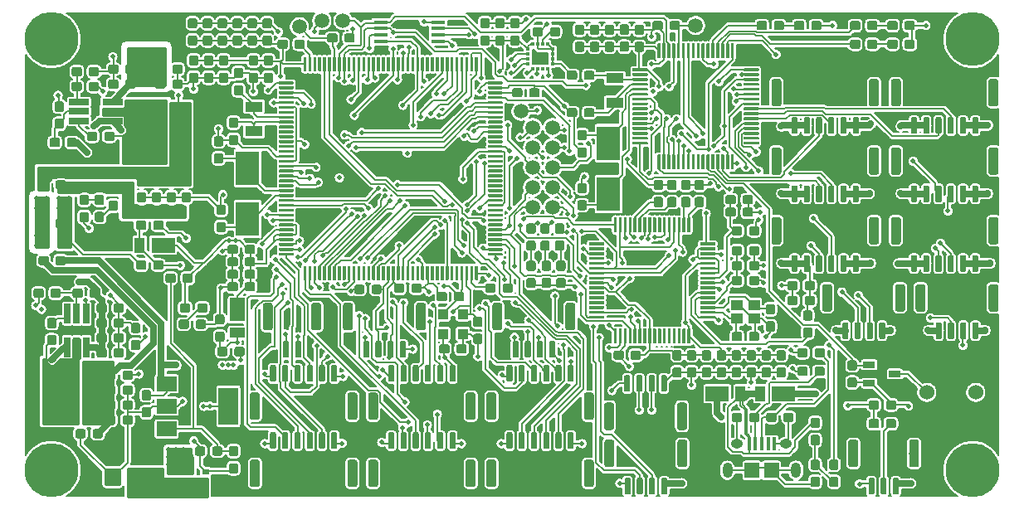
<source format=gbr>
G04 #@! TF.GenerationSoftware,KiCad,Pcbnew,(5.1.2)-1*
G04 #@! TF.CreationDate,2019-05-30T13:03:44-04:00*
G04 #@! TF.ProjectId,ZeroPilot,5a65726f-5069-46c6-9f74-2e6b69636164,rev?*
G04 #@! TF.SameCoordinates,Original*
G04 #@! TF.FileFunction,Copper,L1,Top*
G04 #@! TF.FilePolarity,Positive*
%FSLAX46Y46*%
G04 Gerber Fmt 4.6, Leading zero omitted, Abs format (unit mm)*
G04 Created by KiCad (PCBNEW (5.1.2)-1) date 2019-05-30 13:03:44*
%MOMM*%
%LPD*%
G04 APERTURE LIST*
%ADD10C,0.100000*%
%ADD11C,1.000000*%
%ADD12C,0.600000*%
%ADD13C,0.300000*%
%ADD14C,5.500000*%
%ADD15C,0.950000*%
%ADD16R,0.650000X2.000000*%
%ADD17R,2.000000X0.650000*%
%ADD18R,2.000000X1.500000*%
%ADD19R,2.000000X3.800000*%
%ADD20R,1.220000X0.650000*%
%ADD21O,1.700000X1.850000*%
%ADD22C,1.700000*%
%ADD23R,1.150000X1.000000*%
%ADD24R,2.400000X3.500000*%
%ADD25R,1.800000X1.000000*%
%ADD26R,1.450000X0.450000*%
%ADD27R,1.500000X1.050000*%
%ADD28R,1.500000X2.400000*%
%ADD29R,1.050000X1.500000*%
%ADD30R,2.400000X1.500000*%
%ADD31C,1.500000*%
%ADD32R,0.700000X0.510000*%
%ADD33R,1.000000X1.000000*%
%ADD34R,0.450000X0.300000*%
%ADD35R,0.300000X0.450000*%
%ADD36C,1.524000*%
%ADD37R,1.500000X1.550000*%
%ADD38R,0.400000X1.350000*%
%ADD39O,1.250000X0.950000*%
%ADD40O,1.000000X1.550000*%
%ADD41R,1.550000X5.600000*%
%ADD42R,1.550000X5.599999*%
%ADD43C,0.508000*%
%ADD44C,0.635000*%
%ADD45C,0.203200*%
%ADD46C,0.254000*%
G04 APERTURE END LIST*
D10*
G36*
X137202504Y-121153204D02*
G01*
X137226773Y-121156804D01*
X137250571Y-121162765D01*
X137273671Y-121171030D01*
X137295849Y-121181520D01*
X137316893Y-121194133D01*
X137336598Y-121208747D01*
X137354777Y-121225223D01*
X137371253Y-121243402D01*
X137385867Y-121263107D01*
X137398480Y-121284151D01*
X137408970Y-121306329D01*
X137417235Y-121329429D01*
X137423196Y-121353227D01*
X137426796Y-121377496D01*
X137428000Y-121402000D01*
X137428000Y-123702000D01*
X137426796Y-123726504D01*
X137423196Y-123750773D01*
X137417235Y-123774571D01*
X137408970Y-123797671D01*
X137398480Y-123819849D01*
X137385867Y-123840893D01*
X137371253Y-123860598D01*
X137354777Y-123878777D01*
X137336598Y-123895253D01*
X137316893Y-123909867D01*
X137295849Y-123922480D01*
X137273671Y-123932970D01*
X137250571Y-123941235D01*
X137226773Y-123947196D01*
X137202504Y-123950796D01*
X137178000Y-123952000D01*
X136678000Y-123952000D01*
X136653496Y-123950796D01*
X136629227Y-123947196D01*
X136605429Y-123941235D01*
X136582329Y-123932970D01*
X136560151Y-123922480D01*
X136539107Y-123909867D01*
X136519402Y-123895253D01*
X136501223Y-123878777D01*
X136484747Y-123860598D01*
X136470133Y-123840893D01*
X136457520Y-123819849D01*
X136447030Y-123797671D01*
X136438765Y-123774571D01*
X136432804Y-123750773D01*
X136429204Y-123726504D01*
X136428000Y-123702000D01*
X136428000Y-121402000D01*
X136429204Y-121377496D01*
X136432804Y-121353227D01*
X136438765Y-121329429D01*
X136447030Y-121306329D01*
X136457520Y-121284151D01*
X136470133Y-121263107D01*
X136484747Y-121243402D01*
X136501223Y-121225223D01*
X136519402Y-121208747D01*
X136539107Y-121194133D01*
X136560151Y-121181520D01*
X136582329Y-121171030D01*
X136605429Y-121162765D01*
X136629227Y-121156804D01*
X136653496Y-121153204D01*
X136678000Y-121152000D01*
X137178000Y-121152000D01*
X137202504Y-121153204D01*
X137202504Y-121153204D01*
G37*
D11*
X136928000Y-122552000D03*
D10*
G36*
X127252504Y-121153204D02*
G01*
X127276773Y-121156804D01*
X127300571Y-121162765D01*
X127323671Y-121171030D01*
X127345849Y-121181520D01*
X127366893Y-121194133D01*
X127386598Y-121208747D01*
X127404777Y-121225223D01*
X127421253Y-121243402D01*
X127435867Y-121263107D01*
X127448480Y-121284151D01*
X127458970Y-121306329D01*
X127467235Y-121329429D01*
X127473196Y-121353227D01*
X127476796Y-121377496D01*
X127478000Y-121402000D01*
X127478000Y-123702000D01*
X127476796Y-123726504D01*
X127473196Y-123750773D01*
X127467235Y-123774571D01*
X127458970Y-123797671D01*
X127448480Y-123819849D01*
X127435867Y-123840893D01*
X127421253Y-123860598D01*
X127404777Y-123878777D01*
X127386598Y-123895253D01*
X127366893Y-123909867D01*
X127345849Y-123922480D01*
X127323671Y-123932970D01*
X127300571Y-123941235D01*
X127276773Y-123947196D01*
X127252504Y-123950796D01*
X127228000Y-123952000D01*
X126728000Y-123952000D01*
X126703496Y-123950796D01*
X126679227Y-123947196D01*
X126655429Y-123941235D01*
X126632329Y-123932970D01*
X126610151Y-123922480D01*
X126589107Y-123909867D01*
X126569402Y-123895253D01*
X126551223Y-123878777D01*
X126534747Y-123860598D01*
X126520133Y-123840893D01*
X126507520Y-123819849D01*
X126497030Y-123797671D01*
X126488765Y-123774571D01*
X126482804Y-123750773D01*
X126479204Y-123726504D01*
X126478000Y-123702000D01*
X126478000Y-121402000D01*
X126479204Y-121377496D01*
X126482804Y-121353227D01*
X126488765Y-121329429D01*
X126497030Y-121306329D01*
X126507520Y-121284151D01*
X126520133Y-121263107D01*
X126534747Y-121243402D01*
X126551223Y-121225223D01*
X126569402Y-121208747D01*
X126589107Y-121194133D01*
X126610151Y-121181520D01*
X126632329Y-121171030D01*
X126655429Y-121162765D01*
X126679227Y-121156804D01*
X126703496Y-121153204D01*
X126728000Y-121152000D01*
X127228000Y-121152000D01*
X127252504Y-121153204D01*
X127252504Y-121153204D01*
G37*
D11*
X126978000Y-122552000D03*
D10*
G36*
X135242703Y-125052722D02*
G01*
X135257264Y-125054882D01*
X135271543Y-125058459D01*
X135285403Y-125063418D01*
X135298710Y-125069712D01*
X135311336Y-125077280D01*
X135323159Y-125086048D01*
X135334066Y-125095934D01*
X135343952Y-125106841D01*
X135352720Y-125118664D01*
X135360288Y-125131290D01*
X135366582Y-125144597D01*
X135371541Y-125158457D01*
X135375118Y-125172736D01*
X135377278Y-125187297D01*
X135378000Y-125202000D01*
X135378000Y-126602000D01*
X135377278Y-126616703D01*
X135375118Y-126631264D01*
X135371541Y-126645543D01*
X135366582Y-126659403D01*
X135360288Y-126672710D01*
X135352720Y-126685336D01*
X135343952Y-126697159D01*
X135334066Y-126708066D01*
X135323159Y-126717952D01*
X135311336Y-126726720D01*
X135298710Y-126734288D01*
X135285403Y-126740582D01*
X135271543Y-126745541D01*
X135257264Y-126749118D01*
X135242703Y-126751278D01*
X135228000Y-126752000D01*
X134928000Y-126752000D01*
X134913297Y-126751278D01*
X134898736Y-126749118D01*
X134884457Y-126745541D01*
X134870597Y-126740582D01*
X134857290Y-126734288D01*
X134844664Y-126726720D01*
X134832841Y-126717952D01*
X134821934Y-126708066D01*
X134812048Y-126697159D01*
X134803280Y-126685336D01*
X134795712Y-126672710D01*
X134789418Y-126659403D01*
X134784459Y-126645543D01*
X134780882Y-126631264D01*
X134778722Y-126616703D01*
X134778000Y-126602000D01*
X134778000Y-125202000D01*
X134778722Y-125187297D01*
X134780882Y-125172736D01*
X134784459Y-125158457D01*
X134789418Y-125144597D01*
X134795712Y-125131290D01*
X134803280Y-125118664D01*
X134812048Y-125106841D01*
X134821934Y-125095934D01*
X134832841Y-125086048D01*
X134844664Y-125077280D01*
X134857290Y-125069712D01*
X134870597Y-125063418D01*
X134884457Y-125058459D01*
X134898736Y-125054882D01*
X134913297Y-125052722D01*
X134928000Y-125052000D01*
X135228000Y-125052000D01*
X135242703Y-125052722D01*
X135242703Y-125052722D01*
G37*
D12*
X135078000Y-125902000D03*
D10*
G36*
X133992703Y-125052722D02*
G01*
X134007264Y-125054882D01*
X134021543Y-125058459D01*
X134035403Y-125063418D01*
X134048710Y-125069712D01*
X134061336Y-125077280D01*
X134073159Y-125086048D01*
X134084066Y-125095934D01*
X134093952Y-125106841D01*
X134102720Y-125118664D01*
X134110288Y-125131290D01*
X134116582Y-125144597D01*
X134121541Y-125158457D01*
X134125118Y-125172736D01*
X134127278Y-125187297D01*
X134128000Y-125202000D01*
X134128000Y-126602000D01*
X134127278Y-126616703D01*
X134125118Y-126631264D01*
X134121541Y-126645543D01*
X134116582Y-126659403D01*
X134110288Y-126672710D01*
X134102720Y-126685336D01*
X134093952Y-126697159D01*
X134084066Y-126708066D01*
X134073159Y-126717952D01*
X134061336Y-126726720D01*
X134048710Y-126734288D01*
X134035403Y-126740582D01*
X134021543Y-126745541D01*
X134007264Y-126749118D01*
X133992703Y-126751278D01*
X133978000Y-126752000D01*
X133678000Y-126752000D01*
X133663297Y-126751278D01*
X133648736Y-126749118D01*
X133634457Y-126745541D01*
X133620597Y-126740582D01*
X133607290Y-126734288D01*
X133594664Y-126726720D01*
X133582841Y-126717952D01*
X133571934Y-126708066D01*
X133562048Y-126697159D01*
X133553280Y-126685336D01*
X133545712Y-126672710D01*
X133539418Y-126659403D01*
X133534459Y-126645543D01*
X133530882Y-126631264D01*
X133528722Y-126616703D01*
X133528000Y-126602000D01*
X133528000Y-125202000D01*
X133528722Y-125187297D01*
X133530882Y-125172736D01*
X133534459Y-125158457D01*
X133539418Y-125144597D01*
X133545712Y-125131290D01*
X133553280Y-125118664D01*
X133562048Y-125106841D01*
X133571934Y-125095934D01*
X133582841Y-125086048D01*
X133594664Y-125077280D01*
X133607290Y-125069712D01*
X133620597Y-125063418D01*
X133634457Y-125058459D01*
X133648736Y-125054882D01*
X133663297Y-125052722D01*
X133678000Y-125052000D01*
X133978000Y-125052000D01*
X133992703Y-125052722D01*
X133992703Y-125052722D01*
G37*
D12*
X133828000Y-125902000D03*
D10*
G36*
X132742703Y-125052722D02*
G01*
X132757264Y-125054882D01*
X132771543Y-125058459D01*
X132785403Y-125063418D01*
X132798710Y-125069712D01*
X132811336Y-125077280D01*
X132823159Y-125086048D01*
X132834066Y-125095934D01*
X132843952Y-125106841D01*
X132852720Y-125118664D01*
X132860288Y-125131290D01*
X132866582Y-125144597D01*
X132871541Y-125158457D01*
X132875118Y-125172736D01*
X132877278Y-125187297D01*
X132878000Y-125202000D01*
X132878000Y-126602000D01*
X132877278Y-126616703D01*
X132875118Y-126631264D01*
X132871541Y-126645543D01*
X132866582Y-126659403D01*
X132860288Y-126672710D01*
X132852720Y-126685336D01*
X132843952Y-126697159D01*
X132834066Y-126708066D01*
X132823159Y-126717952D01*
X132811336Y-126726720D01*
X132798710Y-126734288D01*
X132785403Y-126740582D01*
X132771543Y-126745541D01*
X132757264Y-126749118D01*
X132742703Y-126751278D01*
X132728000Y-126752000D01*
X132428000Y-126752000D01*
X132413297Y-126751278D01*
X132398736Y-126749118D01*
X132384457Y-126745541D01*
X132370597Y-126740582D01*
X132357290Y-126734288D01*
X132344664Y-126726720D01*
X132332841Y-126717952D01*
X132321934Y-126708066D01*
X132312048Y-126697159D01*
X132303280Y-126685336D01*
X132295712Y-126672710D01*
X132289418Y-126659403D01*
X132284459Y-126645543D01*
X132280882Y-126631264D01*
X132278722Y-126616703D01*
X132278000Y-126602000D01*
X132278000Y-125202000D01*
X132278722Y-125187297D01*
X132280882Y-125172736D01*
X132284459Y-125158457D01*
X132289418Y-125144597D01*
X132295712Y-125131290D01*
X132303280Y-125118664D01*
X132312048Y-125106841D01*
X132321934Y-125095934D01*
X132332841Y-125086048D01*
X132344664Y-125077280D01*
X132357290Y-125069712D01*
X132370597Y-125063418D01*
X132384457Y-125058459D01*
X132398736Y-125054882D01*
X132413297Y-125052722D01*
X132428000Y-125052000D01*
X132728000Y-125052000D01*
X132742703Y-125052722D01*
X132742703Y-125052722D01*
G37*
D12*
X132578000Y-125902000D03*
D10*
G36*
X131492703Y-125052722D02*
G01*
X131507264Y-125054882D01*
X131521543Y-125058459D01*
X131535403Y-125063418D01*
X131548710Y-125069712D01*
X131561336Y-125077280D01*
X131573159Y-125086048D01*
X131584066Y-125095934D01*
X131593952Y-125106841D01*
X131602720Y-125118664D01*
X131610288Y-125131290D01*
X131616582Y-125144597D01*
X131621541Y-125158457D01*
X131625118Y-125172736D01*
X131627278Y-125187297D01*
X131628000Y-125202000D01*
X131628000Y-126602000D01*
X131627278Y-126616703D01*
X131625118Y-126631264D01*
X131621541Y-126645543D01*
X131616582Y-126659403D01*
X131610288Y-126672710D01*
X131602720Y-126685336D01*
X131593952Y-126697159D01*
X131584066Y-126708066D01*
X131573159Y-126717952D01*
X131561336Y-126726720D01*
X131548710Y-126734288D01*
X131535403Y-126740582D01*
X131521543Y-126745541D01*
X131507264Y-126749118D01*
X131492703Y-126751278D01*
X131478000Y-126752000D01*
X131178000Y-126752000D01*
X131163297Y-126751278D01*
X131148736Y-126749118D01*
X131134457Y-126745541D01*
X131120597Y-126740582D01*
X131107290Y-126734288D01*
X131094664Y-126726720D01*
X131082841Y-126717952D01*
X131071934Y-126708066D01*
X131062048Y-126697159D01*
X131053280Y-126685336D01*
X131045712Y-126672710D01*
X131039418Y-126659403D01*
X131034459Y-126645543D01*
X131030882Y-126631264D01*
X131028722Y-126616703D01*
X131028000Y-126602000D01*
X131028000Y-125202000D01*
X131028722Y-125187297D01*
X131030882Y-125172736D01*
X131034459Y-125158457D01*
X131039418Y-125144597D01*
X131045712Y-125131290D01*
X131053280Y-125118664D01*
X131062048Y-125106841D01*
X131071934Y-125095934D01*
X131082841Y-125086048D01*
X131094664Y-125077280D01*
X131107290Y-125069712D01*
X131120597Y-125063418D01*
X131134457Y-125058459D01*
X131148736Y-125054882D01*
X131163297Y-125052722D01*
X131178000Y-125052000D01*
X131478000Y-125052000D01*
X131492703Y-125052722D01*
X131492703Y-125052722D01*
G37*
D12*
X131328000Y-125902000D03*
D10*
G36*
X130242703Y-125052722D02*
G01*
X130257264Y-125054882D01*
X130271543Y-125058459D01*
X130285403Y-125063418D01*
X130298710Y-125069712D01*
X130311336Y-125077280D01*
X130323159Y-125086048D01*
X130334066Y-125095934D01*
X130343952Y-125106841D01*
X130352720Y-125118664D01*
X130360288Y-125131290D01*
X130366582Y-125144597D01*
X130371541Y-125158457D01*
X130375118Y-125172736D01*
X130377278Y-125187297D01*
X130378000Y-125202000D01*
X130378000Y-126602000D01*
X130377278Y-126616703D01*
X130375118Y-126631264D01*
X130371541Y-126645543D01*
X130366582Y-126659403D01*
X130360288Y-126672710D01*
X130352720Y-126685336D01*
X130343952Y-126697159D01*
X130334066Y-126708066D01*
X130323159Y-126717952D01*
X130311336Y-126726720D01*
X130298710Y-126734288D01*
X130285403Y-126740582D01*
X130271543Y-126745541D01*
X130257264Y-126749118D01*
X130242703Y-126751278D01*
X130228000Y-126752000D01*
X129928000Y-126752000D01*
X129913297Y-126751278D01*
X129898736Y-126749118D01*
X129884457Y-126745541D01*
X129870597Y-126740582D01*
X129857290Y-126734288D01*
X129844664Y-126726720D01*
X129832841Y-126717952D01*
X129821934Y-126708066D01*
X129812048Y-126697159D01*
X129803280Y-126685336D01*
X129795712Y-126672710D01*
X129789418Y-126659403D01*
X129784459Y-126645543D01*
X129780882Y-126631264D01*
X129778722Y-126616703D01*
X129778000Y-126602000D01*
X129778000Y-125202000D01*
X129778722Y-125187297D01*
X129780882Y-125172736D01*
X129784459Y-125158457D01*
X129789418Y-125144597D01*
X129795712Y-125131290D01*
X129803280Y-125118664D01*
X129812048Y-125106841D01*
X129821934Y-125095934D01*
X129832841Y-125086048D01*
X129844664Y-125077280D01*
X129857290Y-125069712D01*
X129870597Y-125063418D01*
X129884457Y-125058459D01*
X129898736Y-125054882D01*
X129913297Y-125052722D01*
X129928000Y-125052000D01*
X130228000Y-125052000D01*
X130242703Y-125052722D01*
X130242703Y-125052722D01*
G37*
D12*
X130078000Y-125902000D03*
D10*
G36*
X128992703Y-125052722D02*
G01*
X129007264Y-125054882D01*
X129021543Y-125058459D01*
X129035403Y-125063418D01*
X129048710Y-125069712D01*
X129061336Y-125077280D01*
X129073159Y-125086048D01*
X129084066Y-125095934D01*
X129093952Y-125106841D01*
X129102720Y-125118664D01*
X129110288Y-125131290D01*
X129116582Y-125144597D01*
X129121541Y-125158457D01*
X129125118Y-125172736D01*
X129127278Y-125187297D01*
X129128000Y-125202000D01*
X129128000Y-126602000D01*
X129127278Y-126616703D01*
X129125118Y-126631264D01*
X129121541Y-126645543D01*
X129116582Y-126659403D01*
X129110288Y-126672710D01*
X129102720Y-126685336D01*
X129093952Y-126697159D01*
X129084066Y-126708066D01*
X129073159Y-126717952D01*
X129061336Y-126726720D01*
X129048710Y-126734288D01*
X129035403Y-126740582D01*
X129021543Y-126745541D01*
X129007264Y-126749118D01*
X128992703Y-126751278D01*
X128978000Y-126752000D01*
X128678000Y-126752000D01*
X128663297Y-126751278D01*
X128648736Y-126749118D01*
X128634457Y-126745541D01*
X128620597Y-126740582D01*
X128607290Y-126734288D01*
X128594664Y-126726720D01*
X128582841Y-126717952D01*
X128571934Y-126708066D01*
X128562048Y-126697159D01*
X128553280Y-126685336D01*
X128545712Y-126672710D01*
X128539418Y-126659403D01*
X128534459Y-126645543D01*
X128530882Y-126631264D01*
X128528722Y-126616703D01*
X128528000Y-126602000D01*
X128528000Y-125202000D01*
X128528722Y-125187297D01*
X128530882Y-125172736D01*
X128534459Y-125158457D01*
X128539418Y-125144597D01*
X128545712Y-125131290D01*
X128553280Y-125118664D01*
X128562048Y-125106841D01*
X128571934Y-125095934D01*
X128582841Y-125086048D01*
X128594664Y-125077280D01*
X128607290Y-125069712D01*
X128620597Y-125063418D01*
X128634457Y-125058459D01*
X128648736Y-125054882D01*
X128663297Y-125052722D01*
X128678000Y-125052000D01*
X128978000Y-125052000D01*
X128992703Y-125052722D01*
X128992703Y-125052722D01*
G37*
D12*
X128828000Y-125902000D03*
D10*
G36*
X149394504Y-114041204D02*
G01*
X149418773Y-114044804D01*
X149442571Y-114050765D01*
X149465671Y-114059030D01*
X149487849Y-114069520D01*
X149508893Y-114082133D01*
X149528598Y-114096747D01*
X149546777Y-114113223D01*
X149563253Y-114131402D01*
X149577867Y-114151107D01*
X149590480Y-114172151D01*
X149600970Y-114194329D01*
X149609235Y-114217429D01*
X149615196Y-114241227D01*
X149618796Y-114265496D01*
X149620000Y-114290000D01*
X149620000Y-116590000D01*
X149618796Y-116614504D01*
X149615196Y-116638773D01*
X149609235Y-116662571D01*
X149600970Y-116685671D01*
X149590480Y-116707849D01*
X149577867Y-116728893D01*
X149563253Y-116748598D01*
X149546777Y-116766777D01*
X149528598Y-116783253D01*
X149508893Y-116797867D01*
X149487849Y-116810480D01*
X149465671Y-116820970D01*
X149442571Y-116829235D01*
X149418773Y-116835196D01*
X149394504Y-116838796D01*
X149370000Y-116840000D01*
X148870000Y-116840000D01*
X148845496Y-116838796D01*
X148821227Y-116835196D01*
X148797429Y-116829235D01*
X148774329Y-116820970D01*
X148752151Y-116810480D01*
X148731107Y-116797867D01*
X148711402Y-116783253D01*
X148693223Y-116766777D01*
X148676747Y-116748598D01*
X148662133Y-116728893D01*
X148649520Y-116707849D01*
X148639030Y-116685671D01*
X148630765Y-116662571D01*
X148624804Y-116638773D01*
X148621204Y-116614504D01*
X148620000Y-116590000D01*
X148620000Y-114290000D01*
X148621204Y-114265496D01*
X148624804Y-114241227D01*
X148630765Y-114217429D01*
X148639030Y-114194329D01*
X148649520Y-114172151D01*
X148662133Y-114151107D01*
X148676747Y-114131402D01*
X148693223Y-114113223D01*
X148711402Y-114096747D01*
X148731107Y-114082133D01*
X148752151Y-114069520D01*
X148774329Y-114059030D01*
X148797429Y-114050765D01*
X148821227Y-114044804D01*
X148845496Y-114041204D01*
X148870000Y-114040000D01*
X149370000Y-114040000D01*
X149394504Y-114041204D01*
X149394504Y-114041204D01*
G37*
D11*
X149120000Y-115440000D03*
D10*
G36*
X139444504Y-114041204D02*
G01*
X139468773Y-114044804D01*
X139492571Y-114050765D01*
X139515671Y-114059030D01*
X139537849Y-114069520D01*
X139558893Y-114082133D01*
X139578598Y-114096747D01*
X139596777Y-114113223D01*
X139613253Y-114131402D01*
X139627867Y-114151107D01*
X139640480Y-114172151D01*
X139650970Y-114194329D01*
X139659235Y-114217429D01*
X139665196Y-114241227D01*
X139668796Y-114265496D01*
X139670000Y-114290000D01*
X139670000Y-116590000D01*
X139668796Y-116614504D01*
X139665196Y-116638773D01*
X139659235Y-116662571D01*
X139650970Y-116685671D01*
X139640480Y-116707849D01*
X139627867Y-116728893D01*
X139613253Y-116748598D01*
X139596777Y-116766777D01*
X139578598Y-116783253D01*
X139558893Y-116797867D01*
X139537849Y-116810480D01*
X139515671Y-116820970D01*
X139492571Y-116829235D01*
X139468773Y-116835196D01*
X139444504Y-116838796D01*
X139420000Y-116840000D01*
X138920000Y-116840000D01*
X138895496Y-116838796D01*
X138871227Y-116835196D01*
X138847429Y-116829235D01*
X138824329Y-116820970D01*
X138802151Y-116810480D01*
X138781107Y-116797867D01*
X138761402Y-116783253D01*
X138743223Y-116766777D01*
X138726747Y-116748598D01*
X138712133Y-116728893D01*
X138699520Y-116707849D01*
X138689030Y-116685671D01*
X138680765Y-116662571D01*
X138674804Y-116638773D01*
X138671204Y-116614504D01*
X138670000Y-116590000D01*
X138670000Y-114290000D01*
X138671204Y-114265496D01*
X138674804Y-114241227D01*
X138680765Y-114217429D01*
X138689030Y-114194329D01*
X138699520Y-114172151D01*
X138712133Y-114151107D01*
X138726747Y-114131402D01*
X138743223Y-114113223D01*
X138761402Y-114096747D01*
X138781107Y-114082133D01*
X138802151Y-114069520D01*
X138824329Y-114059030D01*
X138847429Y-114050765D01*
X138871227Y-114044804D01*
X138895496Y-114041204D01*
X138920000Y-114040000D01*
X139420000Y-114040000D01*
X139444504Y-114041204D01*
X139444504Y-114041204D01*
G37*
D11*
X139170000Y-115440000D03*
D10*
G36*
X147434703Y-117940722D02*
G01*
X147449264Y-117942882D01*
X147463543Y-117946459D01*
X147477403Y-117951418D01*
X147490710Y-117957712D01*
X147503336Y-117965280D01*
X147515159Y-117974048D01*
X147526066Y-117983934D01*
X147535952Y-117994841D01*
X147544720Y-118006664D01*
X147552288Y-118019290D01*
X147558582Y-118032597D01*
X147563541Y-118046457D01*
X147567118Y-118060736D01*
X147569278Y-118075297D01*
X147570000Y-118090000D01*
X147570000Y-119490000D01*
X147569278Y-119504703D01*
X147567118Y-119519264D01*
X147563541Y-119533543D01*
X147558582Y-119547403D01*
X147552288Y-119560710D01*
X147544720Y-119573336D01*
X147535952Y-119585159D01*
X147526066Y-119596066D01*
X147515159Y-119605952D01*
X147503336Y-119614720D01*
X147490710Y-119622288D01*
X147477403Y-119628582D01*
X147463543Y-119633541D01*
X147449264Y-119637118D01*
X147434703Y-119639278D01*
X147420000Y-119640000D01*
X147120000Y-119640000D01*
X147105297Y-119639278D01*
X147090736Y-119637118D01*
X147076457Y-119633541D01*
X147062597Y-119628582D01*
X147049290Y-119622288D01*
X147036664Y-119614720D01*
X147024841Y-119605952D01*
X147013934Y-119596066D01*
X147004048Y-119585159D01*
X146995280Y-119573336D01*
X146987712Y-119560710D01*
X146981418Y-119547403D01*
X146976459Y-119533543D01*
X146972882Y-119519264D01*
X146970722Y-119504703D01*
X146970000Y-119490000D01*
X146970000Y-118090000D01*
X146970722Y-118075297D01*
X146972882Y-118060736D01*
X146976459Y-118046457D01*
X146981418Y-118032597D01*
X146987712Y-118019290D01*
X146995280Y-118006664D01*
X147004048Y-117994841D01*
X147013934Y-117983934D01*
X147024841Y-117974048D01*
X147036664Y-117965280D01*
X147049290Y-117957712D01*
X147062597Y-117951418D01*
X147076457Y-117946459D01*
X147090736Y-117942882D01*
X147105297Y-117940722D01*
X147120000Y-117940000D01*
X147420000Y-117940000D01*
X147434703Y-117940722D01*
X147434703Y-117940722D01*
G37*
D12*
X147270000Y-118790000D03*
D10*
G36*
X146184703Y-117940722D02*
G01*
X146199264Y-117942882D01*
X146213543Y-117946459D01*
X146227403Y-117951418D01*
X146240710Y-117957712D01*
X146253336Y-117965280D01*
X146265159Y-117974048D01*
X146276066Y-117983934D01*
X146285952Y-117994841D01*
X146294720Y-118006664D01*
X146302288Y-118019290D01*
X146308582Y-118032597D01*
X146313541Y-118046457D01*
X146317118Y-118060736D01*
X146319278Y-118075297D01*
X146320000Y-118090000D01*
X146320000Y-119490000D01*
X146319278Y-119504703D01*
X146317118Y-119519264D01*
X146313541Y-119533543D01*
X146308582Y-119547403D01*
X146302288Y-119560710D01*
X146294720Y-119573336D01*
X146285952Y-119585159D01*
X146276066Y-119596066D01*
X146265159Y-119605952D01*
X146253336Y-119614720D01*
X146240710Y-119622288D01*
X146227403Y-119628582D01*
X146213543Y-119633541D01*
X146199264Y-119637118D01*
X146184703Y-119639278D01*
X146170000Y-119640000D01*
X145870000Y-119640000D01*
X145855297Y-119639278D01*
X145840736Y-119637118D01*
X145826457Y-119633541D01*
X145812597Y-119628582D01*
X145799290Y-119622288D01*
X145786664Y-119614720D01*
X145774841Y-119605952D01*
X145763934Y-119596066D01*
X145754048Y-119585159D01*
X145745280Y-119573336D01*
X145737712Y-119560710D01*
X145731418Y-119547403D01*
X145726459Y-119533543D01*
X145722882Y-119519264D01*
X145720722Y-119504703D01*
X145720000Y-119490000D01*
X145720000Y-118090000D01*
X145720722Y-118075297D01*
X145722882Y-118060736D01*
X145726459Y-118046457D01*
X145731418Y-118032597D01*
X145737712Y-118019290D01*
X145745280Y-118006664D01*
X145754048Y-117994841D01*
X145763934Y-117983934D01*
X145774841Y-117974048D01*
X145786664Y-117965280D01*
X145799290Y-117957712D01*
X145812597Y-117951418D01*
X145826457Y-117946459D01*
X145840736Y-117942882D01*
X145855297Y-117940722D01*
X145870000Y-117940000D01*
X146170000Y-117940000D01*
X146184703Y-117940722D01*
X146184703Y-117940722D01*
G37*
D12*
X146020000Y-118790000D03*
D10*
G36*
X144934703Y-117940722D02*
G01*
X144949264Y-117942882D01*
X144963543Y-117946459D01*
X144977403Y-117951418D01*
X144990710Y-117957712D01*
X145003336Y-117965280D01*
X145015159Y-117974048D01*
X145026066Y-117983934D01*
X145035952Y-117994841D01*
X145044720Y-118006664D01*
X145052288Y-118019290D01*
X145058582Y-118032597D01*
X145063541Y-118046457D01*
X145067118Y-118060736D01*
X145069278Y-118075297D01*
X145070000Y-118090000D01*
X145070000Y-119490000D01*
X145069278Y-119504703D01*
X145067118Y-119519264D01*
X145063541Y-119533543D01*
X145058582Y-119547403D01*
X145052288Y-119560710D01*
X145044720Y-119573336D01*
X145035952Y-119585159D01*
X145026066Y-119596066D01*
X145015159Y-119605952D01*
X145003336Y-119614720D01*
X144990710Y-119622288D01*
X144977403Y-119628582D01*
X144963543Y-119633541D01*
X144949264Y-119637118D01*
X144934703Y-119639278D01*
X144920000Y-119640000D01*
X144620000Y-119640000D01*
X144605297Y-119639278D01*
X144590736Y-119637118D01*
X144576457Y-119633541D01*
X144562597Y-119628582D01*
X144549290Y-119622288D01*
X144536664Y-119614720D01*
X144524841Y-119605952D01*
X144513934Y-119596066D01*
X144504048Y-119585159D01*
X144495280Y-119573336D01*
X144487712Y-119560710D01*
X144481418Y-119547403D01*
X144476459Y-119533543D01*
X144472882Y-119519264D01*
X144470722Y-119504703D01*
X144470000Y-119490000D01*
X144470000Y-118090000D01*
X144470722Y-118075297D01*
X144472882Y-118060736D01*
X144476459Y-118046457D01*
X144481418Y-118032597D01*
X144487712Y-118019290D01*
X144495280Y-118006664D01*
X144504048Y-117994841D01*
X144513934Y-117983934D01*
X144524841Y-117974048D01*
X144536664Y-117965280D01*
X144549290Y-117957712D01*
X144562597Y-117951418D01*
X144576457Y-117946459D01*
X144590736Y-117942882D01*
X144605297Y-117940722D01*
X144620000Y-117940000D01*
X144920000Y-117940000D01*
X144934703Y-117940722D01*
X144934703Y-117940722D01*
G37*
D12*
X144770000Y-118790000D03*
D10*
G36*
X143684703Y-117940722D02*
G01*
X143699264Y-117942882D01*
X143713543Y-117946459D01*
X143727403Y-117951418D01*
X143740710Y-117957712D01*
X143753336Y-117965280D01*
X143765159Y-117974048D01*
X143776066Y-117983934D01*
X143785952Y-117994841D01*
X143794720Y-118006664D01*
X143802288Y-118019290D01*
X143808582Y-118032597D01*
X143813541Y-118046457D01*
X143817118Y-118060736D01*
X143819278Y-118075297D01*
X143820000Y-118090000D01*
X143820000Y-119490000D01*
X143819278Y-119504703D01*
X143817118Y-119519264D01*
X143813541Y-119533543D01*
X143808582Y-119547403D01*
X143802288Y-119560710D01*
X143794720Y-119573336D01*
X143785952Y-119585159D01*
X143776066Y-119596066D01*
X143765159Y-119605952D01*
X143753336Y-119614720D01*
X143740710Y-119622288D01*
X143727403Y-119628582D01*
X143713543Y-119633541D01*
X143699264Y-119637118D01*
X143684703Y-119639278D01*
X143670000Y-119640000D01*
X143370000Y-119640000D01*
X143355297Y-119639278D01*
X143340736Y-119637118D01*
X143326457Y-119633541D01*
X143312597Y-119628582D01*
X143299290Y-119622288D01*
X143286664Y-119614720D01*
X143274841Y-119605952D01*
X143263934Y-119596066D01*
X143254048Y-119585159D01*
X143245280Y-119573336D01*
X143237712Y-119560710D01*
X143231418Y-119547403D01*
X143226459Y-119533543D01*
X143222882Y-119519264D01*
X143220722Y-119504703D01*
X143220000Y-119490000D01*
X143220000Y-118090000D01*
X143220722Y-118075297D01*
X143222882Y-118060736D01*
X143226459Y-118046457D01*
X143231418Y-118032597D01*
X143237712Y-118019290D01*
X143245280Y-118006664D01*
X143254048Y-117994841D01*
X143263934Y-117983934D01*
X143274841Y-117974048D01*
X143286664Y-117965280D01*
X143299290Y-117957712D01*
X143312597Y-117951418D01*
X143326457Y-117946459D01*
X143340736Y-117942882D01*
X143355297Y-117940722D01*
X143370000Y-117940000D01*
X143670000Y-117940000D01*
X143684703Y-117940722D01*
X143684703Y-117940722D01*
G37*
D12*
X143520000Y-118790000D03*
D10*
G36*
X142434703Y-117940722D02*
G01*
X142449264Y-117942882D01*
X142463543Y-117946459D01*
X142477403Y-117951418D01*
X142490710Y-117957712D01*
X142503336Y-117965280D01*
X142515159Y-117974048D01*
X142526066Y-117983934D01*
X142535952Y-117994841D01*
X142544720Y-118006664D01*
X142552288Y-118019290D01*
X142558582Y-118032597D01*
X142563541Y-118046457D01*
X142567118Y-118060736D01*
X142569278Y-118075297D01*
X142570000Y-118090000D01*
X142570000Y-119490000D01*
X142569278Y-119504703D01*
X142567118Y-119519264D01*
X142563541Y-119533543D01*
X142558582Y-119547403D01*
X142552288Y-119560710D01*
X142544720Y-119573336D01*
X142535952Y-119585159D01*
X142526066Y-119596066D01*
X142515159Y-119605952D01*
X142503336Y-119614720D01*
X142490710Y-119622288D01*
X142477403Y-119628582D01*
X142463543Y-119633541D01*
X142449264Y-119637118D01*
X142434703Y-119639278D01*
X142420000Y-119640000D01*
X142120000Y-119640000D01*
X142105297Y-119639278D01*
X142090736Y-119637118D01*
X142076457Y-119633541D01*
X142062597Y-119628582D01*
X142049290Y-119622288D01*
X142036664Y-119614720D01*
X142024841Y-119605952D01*
X142013934Y-119596066D01*
X142004048Y-119585159D01*
X141995280Y-119573336D01*
X141987712Y-119560710D01*
X141981418Y-119547403D01*
X141976459Y-119533543D01*
X141972882Y-119519264D01*
X141970722Y-119504703D01*
X141970000Y-119490000D01*
X141970000Y-118090000D01*
X141970722Y-118075297D01*
X141972882Y-118060736D01*
X141976459Y-118046457D01*
X141981418Y-118032597D01*
X141987712Y-118019290D01*
X141995280Y-118006664D01*
X142004048Y-117994841D01*
X142013934Y-117983934D01*
X142024841Y-117974048D01*
X142036664Y-117965280D01*
X142049290Y-117957712D01*
X142062597Y-117951418D01*
X142076457Y-117946459D01*
X142090736Y-117942882D01*
X142105297Y-117940722D01*
X142120000Y-117940000D01*
X142420000Y-117940000D01*
X142434703Y-117940722D01*
X142434703Y-117940722D01*
G37*
D12*
X142270000Y-118790000D03*
D10*
G36*
X141184703Y-117940722D02*
G01*
X141199264Y-117942882D01*
X141213543Y-117946459D01*
X141227403Y-117951418D01*
X141240710Y-117957712D01*
X141253336Y-117965280D01*
X141265159Y-117974048D01*
X141276066Y-117983934D01*
X141285952Y-117994841D01*
X141294720Y-118006664D01*
X141302288Y-118019290D01*
X141308582Y-118032597D01*
X141313541Y-118046457D01*
X141317118Y-118060736D01*
X141319278Y-118075297D01*
X141320000Y-118090000D01*
X141320000Y-119490000D01*
X141319278Y-119504703D01*
X141317118Y-119519264D01*
X141313541Y-119533543D01*
X141308582Y-119547403D01*
X141302288Y-119560710D01*
X141294720Y-119573336D01*
X141285952Y-119585159D01*
X141276066Y-119596066D01*
X141265159Y-119605952D01*
X141253336Y-119614720D01*
X141240710Y-119622288D01*
X141227403Y-119628582D01*
X141213543Y-119633541D01*
X141199264Y-119637118D01*
X141184703Y-119639278D01*
X141170000Y-119640000D01*
X140870000Y-119640000D01*
X140855297Y-119639278D01*
X140840736Y-119637118D01*
X140826457Y-119633541D01*
X140812597Y-119628582D01*
X140799290Y-119622288D01*
X140786664Y-119614720D01*
X140774841Y-119605952D01*
X140763934Y-119596066D01*
X140754048Y-119585159D01*
X140745280Y-119573336D01*
X140737712Y-119560710D01*
X140731418Y-119547403D01*
X140726459Y-119533543D01*
X140722882Y-119519264D01*
X140720722Y-119504703D01*
X140720000Y-119490000D01*
X140720000Y-118090000D01*
X140720722Y-118075297D01*
X140722882Y-118060736D01*
X140726459Y-118046457D01*
X140731418Y-118032597D01*
X140737712Y-118019290D01*
X140745280Y-118006664D01*
X140754048Y-117994841D01*
X140763934Y-117983934D01*
X140774841Y-117974048D01*
X140786664Y-117965280D01*
X140799290Y-117957712D01*
X140812597Y-117951418D01*
X140826457Y-117946459D01*
X140840736Y-117942882D01*
X140855297Y-117940722D01*
X140870000Y-117940000D01*
X141170000Y-117940000D01*
X141184703Y-117940722D01*
X141184703Y-117940722D01*
G37*
D12*
X141020000Y-118790000D03*
D10*
G36*
X78962351Y-104805361D02*
G01*
X78969632Y-104806441D01*
X78976771Y-104808229D01*
X78983701Y-104810709D01*
X78990355Y-104813856D01*
X78996668Y-104817640D01*
X79002579Y-104822024D01*
X79008033Y-104826967D01*
X79012976Y-104832421D01*
X79017360Y-104838332D01*
X79021144Y-104844645D01*
X79024291Y-104851299D01*
X79026771Y-104858229D01*
X79028559Y-104865368D01*
X79029639Y-104872649D01*
X79030000Y-104880000D01*
X79030000Y-106205000D01*
X79029639Y-106212351D01*
X79028559Y-106219632D01*
X79026771Y-106226771D01*
X79024291Y-106233701D01*
X79021144Y-106240355D01*
X79017360Y-106246668D01*
X79012976Y-106252579D01*
X79008033Y-106258033D01*
X79002579Y-106262976D01*
X78996668Y-106267360D01*
X78990355Y-106271144D01*
X78983701Y-106274291D01*
X78976771Y-106276771D01*
X78969632Y-106278559D01*
X78962351Y-106279639D01*
X78955000Y-106280000D01*
X78805000Y-106280000D01*
X78797649Y-106279639D01*
X78790368Y-106278559D01*
X78783229Y-106276771D01*
X78776299Y-106274291D01*
X78769645Y-106271144D01*
X78763332Y-106267360D01*
X78757421Y-106262976D01*
X78751967Y-106258033D01*
X78747024Y-106252579D01*
X78742640Y-106246668D01*
X78738856Y-106240355D01*
X78735709Y-106233701D01*
X78733229Y-106226771D01*
X78731441Y-106219632D01*
X78730361Y-106212351D01*
X78730000Y-106205000D01*
X78730000Y-104880000D01*
X78730361Y-104872649D01*
X78731441Y-104865368D01*
X78733229Y-104858229D01*
X78735709Y-104851299D01*
X78738856Y-104844645D01*
X78742640Y-104838332D01*
X78747024Y-104832421D01*
X78751967Y-104826967D01*
X78757421Y-104822024D01*
X78763332Y-104817640D01*
X78769645Y-104813856D01*
X78776299Y-104810709D01*
X78783229Y-104808229D01*
X78790368Y-104806441D01*
X78797649Y-104805361D01*
X78805000Y-104805000D01*
X78955000Y-104805000D01*
X78962351Y-104805361D01*
X78962351Y-104805361D01*
G37*
D13*
X78880000Y-105542500D03*
D10*
G36*
X79462351Y-104805361D02*
G01*
X79469632Y-104806441D01*
X79476771Y-104808229D01*
X79483701Y-104810709D01*
X79490355Y-104813856D01*
X79496668Y-104817640D01*
X79502579Y-104822024D01*
X79508033Y-104826967D01*
X79512976Y-104832421D01*
X79517360Y-104838332D01*
X79521144Y-104844645D01*
X79524291Y-104851299D01*
X79526771Y-104858229D01*
X79528559Y-104865368D01*
X79529639Y-104872649D01*
X79530000Y-104880000D01*
X79530000Y-106205000D01*
X79529639Y-106212351D01*
X79528559Y-106219632D01*
X79526771Y-106226771D01*
X79524291Y-106233701D01*
X79521144Y-106240355D01*
X79517360Y-106246668D01*
X79512976Y-106252579D01*
X79508033Y-106258033D01*
X79502579Y-106262976D01*
X79496668Y-106267360D01*
X79490355Y-106271144D01*
X79483701Y-106274291D01*
X79476771Y-106276771D01*
X79469632Y-106278559D01*
X79462351Y-106279639D01*
X79455000Y-106280000D01*
X79305000Y-106280000D01*
X79297649Y-106279639D01*
X79290368Y-106278559D01*
X79283229Y-106276771D01*
X79276299Y-106274291D01*
X79269645Y-106271144D01*
X79263332Y-106267360D01*
X79257421Y-106262976D01*
X79251967Y-106258033D01*
X79247024Y-106252579D01*
X79242640Y-106246668D01*
X79238856Y-106240355D01*
X79235709Y-106233701D01*
X79233229Y-106226771D01*
X79231441Y-106219632D01*
X79230361Y-106212351D01*
X79230000Y-106205000D01*
X79230000Y-104880000D01*
X79230361Y-104872649D01*
X79231441Y-104865368D01*
X79233229Y-104858229D01*
X79235709Y-104851299D01*
X79238856Y-104844645D01*
X79242640Y-104838332D01*
X79247024Y-104832421D01*
X79251967Y-104826967D01*
X79257421Y-104822024D01*
X79263332Y-104817640D01*
X79269645Y-104813856D01*
X79276299Y-104810709D01*
X79283229Y-104808229D01*
X79290368Y-104806441D01*
X79297649Y-104805361D01*
X79305000Y-104805000D01*
X79455000Y-104805000D01*
X79462351Y-104805361D01*
X79462351Y-104805361D01*
G37*
D13*
X79380000Y-105542500D03*
D10*
G36*
X79962351Y-104805361D02*
G01*
X79969632Y-104806441D01*
X79976771Y-104808229D01*
X79983701Y-104810709D01*
X79990355Y-104813856D01*
X79996668Y-104817640D01*
X80002579Y-104822024D01*
X80008033Y-104826967D01*
X80012976Y-104832421D01*
X80017360Y-104838332D01*
X80021144Y-104844645D01*
X80024291Y-104851299D01*
X80026771Y-104858229D01*
X80028559Y-104865368D01*
X80029639Y-104872649D01*
X80030000Y-104880000D01*
X80030000Y-106205000D01*
X80029639Y-106212351D01*
X80028559Y-106219632D01*
X80026771Y-106226771D01*
X80024291Y-106233701D01*
X80021144Y-106240355D01*
X80017360Y-106246668D01*
X80012976Y-106252579D01*
X80008033Y-106258033D01*
X80002579Y-106262976D01*
X79996668Y-106267360D01*
X79990355Y-106271144D01*
X79983701Y-106274291D01*
X79976771Y-106276771D01*
X79969632Y-106278559D01*
X79962351Y-106279639D01*
X79955000Y-106280000D01*
X79805000Y-106280000D01*
X79797649Y-106279639D01*
X79790368Y-106278559D01*
X79783229Y-106276771D01*
X79776299Y-106274291D01*
X79769645Y-106271144D01*
X79763332Y-106267360D01*
X79757421Y-106262976D01*
X79751967Y-106258033D01*
X79747024Y-106252579D01*
X79742640Y-106246668D01*
X79738856Y-106240355D01*
X79735709Y-106233701D01*
X79733229Y-106226771D01*
X79731441Y-106219632D01*
X79730361Y-106212351D01*
X79730000Y-106205000D01*
X79730000Y-104880000D01*
X79730361Y-104872649D01*
X79731441Y-104865368D01*
X79733229Y-104858229D01*
X79735709Y-104851299D01*
X79738856Y-104844645D01*
X79742640Y-104838332D01*
X79747024Y-104832421D01*
X79751967Y-104826967D01*
X79757421Y-104822024D01*
X79763332Y-104817640D01*
X79769645Y-104813856D01*
X79776299Y-104810709D01*
X79783229Y-104808229D01*
X79790368Y-104806441D01*
X79797649Y-104805361D01*
X79805000Y-104805000D01*
X79955000Y-104805000D01*
X79962351Y-104805361D01*
X79962351Y-104805361D01*
G37*
D13*
X79880000Y-105542500D03*
D10*
G36*
X80462351Y-104805361D02*
G01*
X80469632Y-104806441D01*
X80476771Y-104808229D01*
X80483701Y-104810709D01*
X80490355Y-104813856D01*
X80496668Y-104817640D01*
X80502579Y-104822024D01*
X80508033Y-104826967D01*
X80512976Y-104832421D01*
X80517360Y-104838332D01*
X80521144Y-104844645D01*
X80524291Y-104851299D01*
X80526771Y-104858229D01*
X80528559Y-104865368D01*
X80529639Y-104872649D01*
X80530000Y-104880000D01*
X80530000Y-106205000D01*
X80529639Y-106212351D01*
X80528559Y-106219632D01*
X80526771Y-106226771D01*
X80524291Y-106233701D01*
X80521144Y-106240355D01*
X80517360Y-106246668D01*
X80512976Y-106252579D01*
X80508033Y-106258033D01*
X80502579Y-106262976D01*
X80496668Y-106267360D01*
X80490355Y-106271144D01*
X80483701Y-106274291D01*
X80476771Y-106276771D01*
X80469632Y-106278559D01*
X80462351Y-106279639D01*
X80455000Y-106280000D01*
X80305000Y-106280000D01*
X80297649Y-106279639D01*
X80290368Y-106278559D01*
X80283229Y-106276771D01*
X80276299Y-106274291D01*
X80269645Y-106271144D01*
X80263332Y-106267360D01*
X80257421Y-106262976D01*
X80251967Y-106258033D01*
X80247024Y-106252579D01*
X80242640Y-106246668D01*
X80238856Y-106240355D01*
X80235709Y-106233701D01*
X80233229Y-106226771D01*
X80231441Y-106219632D01*
X80230361Y-106212351D01*
X80230000Y-106205000D01*
X80230000Y-104880000D01*
X80230361Y-104872649D01*
X80231441Y-104865368D01*
X80233229Y-104858229D01*
X80235709Y-104851299D01*
X80238856Y-104844645D01*
X80242640Y-104838332D01*
X80247024Y-104832421D01*
X80251967Y-104826967D01*
X80257421Y-104822024D01*
X80263332Y-104817640D01*
X80269645Y-104813856D01*
X80276299Y-104810709D01*
X80283229Y-104808229D01*
X80290368Y-104806441D01*
X80297649Y-104805361D01*
X80305000Y-104805000D01*
X80455000Y-104805000D01*
X80462351Y-104805361D01*
X80462351Y-104805361D01*
G37*
D13*
X80380000Y-105542500D03*
D10*
G36*
X80962351Y-104805361D02*
G01*
X80969632Y-104806441D01*
X80976771Y-104808229D01*
X80983701Y-104810709D01*
X80990355Y-104813856D01*
X80996668Y-104817640D01*
X81002579Y-104822024D01*
X81008033Y-104826967D01*
X81012976Y-104832421D01*
X81017360Y-104838332D01*
X81021144Y-104844645D01*
X81024291Y-104851299D01*
X81026771Y-104858229D01*
X81028559Y-104865368D01*
X81029639Y-104872649D01*
X81030000Y-104880000D01*
X81030000Y-106205000D01*
X81029639Y-106212351D01*
X81028559Y-106219632D01*
X81026771Y-106226771D01*
X81024291Y-106233701D01*
X81021144Y-106240355D01*
X81017360Y-106246668D01*
X81012976Y-106252579D01*
X81008033Y-106258033D01*
X81002579Y-106262976D01*
X80996668Y-106267360D01*
X80990355Y-106271144D01*
X80983701Y-106274291D01*
X80976771Y-106276771D01*
X80969632Y-106278559D01*
X80962351Y-106279639D01*
X80955000Y-106280000D01*
X80805000Y-106280000D01*
X80797649Y-106279639D01*
X80790368Y-106278559D01*
X80783229Y-106276771D01*
X80776299Y-106274291D01*
X80769645Y-106271144D01*
X80763332Y-106267360D01*
X80757421Y-106262976D01*
X80751967Y-106258033D01*
X80747024Y-106252579D01*
X80742640Y-106246668D01*
X80738856Y-106240355D01*
X80735709Y-106233701D01*
X80733229Y-106226771D01*
X80731441Y-106219632D01*
X80730361Y-106212351D01*
X80730000Y-106205000D01*
X80730000Y-104880000D01*
X80730361Y-104872649D01*
X80731441Y-104865368D01*
X80733229Y-104858229D01*
X80735709Y-104851299D01*
X80738856Y-104844645D01*
X80742640Y-104838332D01*
X80747024Y-104832421D01*
X80751967Y-104826967D01*
X80757421Y-104822024D01*
X80763332Y-104817640D01*
X80769645Y-104813856D01*
X80776299Y-104810709D01*
X80783229Y-104808229D01*
X80790368Y-104806441D01*
X80797649Y-104805361D01*
X80805000Y-104805000D01*
X80955000Y-104805000D01*
X80962351Y-104805361D01*
X80962351Y-104805361D01*
G37*
D13*
X80880000Y-105542500D03*
D10*
G36*
X81462351Y-104805361D02*
G01*
X81469632Y-104806441D01*
X81476771Y-104808229D01*
X81483701Y-104810709D01*
X81490355Y-104813856D01*
X81496668Y-104817640D01*
X81502579Y-104822024D01*
X81508033Y-104826967D01*
X81512976Y-104832421D01*
X81517360Y-104838332D01*
X81521144Y-104844645D01*
X81524291Y-104851299D01*
X81526771Y-104858229D01*
X81528559Y-104865368D01*
X81529639Y-104872649D01*
X81530000Y-104880000D01*
X81530000Y-106205000D01*
X81529639Y-106212351D01*
X81528559Y-106219632D01*
X81526771Y-106226771D01*
X81524291Y-106233701D01*
X81521144Y-106240355D01*
X81517360Y-106246668D01*
X81512976Y-106252579D01*
X81508033Y-106258033D01*
X81502579Y-106262976D01*
X81496668Y-106267360D01*
X81490355Y-106271144D01*
X81483701Y-106274291D01*
X81476771Y-106276771D01*
X81469632Y-106278559D01*
X81462351Y-106279639D01*
X81455000Y-106280000D01*
X81305000Y-106280000D01*
X81297649Y-106279639D01*
X81290368Y-106278559D01*
X81283229Y-106276771D01*
X81276299Y-106274291D01*
X81269645Y-106271144D01*
X81263332Y-106267360D01*
X81257421Y-106262976D01*
X81251967Y-106258033D01*
X81247024Y-106252579D01*
X81242640Y-106246668D01*
X81238856Y-106240355D01*
X81235709Y-106233701D01*
X81233229Y-106226771D01*
X81231441Y-106219632D01*
X81230361Y-106212351D01*
X81230000Y-106205000D01*
X81230000Y-104880000D01*
X81230361Y-104872649D01*
X81231441Y-104865368D01*
X81233229Y-104858229D01*
X81235709Y-104851299D01*
X81238856Y-104844645D01*
X81242640Y-104838332D01*
X81247024Y-104832421D01*
X81251967Y-104826967D01*
X81257421Y-104822024D01*
X81263332Y-104817640D01*
X81269645Y-104813856D01*
X81276299Y-104810709D01*
X81283229Y-104808229D01*
X81290368Y-104806441D01*
X81297649Y-104805361D01*
X81305000Y-104805000D01*
X81455000Y-104805000D01*
X81462351Y-104805361D01*
X81462351Y-104805361D01*
G37*
D13*
X81380000Y-105542500D03*
D10*
G36*
X81962351Y-104805361D02*
G01*
X81969632Y-104806441D01*
X81976771Y-104808229D01*
X81983701Y-104810709D01*
X81990355Y-104813856D01*
X81996668Y-104817640D01*
X82002579Y-104822024D01*
X82008033Y-104826967D01*
X82012976Y-104832421D01*
X82017360Y-104838332D01*
X82021144Y-104844645D01*
X82024291Y-104851299D01*
X82026771Y-104858229D01*
X82028559Y-104865368D01*
X82029639Y-104872649D01*
X82030000Y-104880000D01*
X82030000Y-106205000D01*
X82029639Y-106212351D01*
X82028559Y-106219632D01*
X82026771Y-106226771D01*
X82024291Y-106233701D01*
X82021144Y-106240355D01*
X82017360Y-106246668D01*
X82012976Y-106252579D01*
X82008033Y-106258033D01*
X82002579Y-106262976D01*
X81996668Y-106267360D01*
X81990355Y-106271144D01*
X81983701Y-106274291D01*
X81976771Y-106276771D01*
X81969632Y-106278559D01*
X81962351Y-106279639D01*
X81955000Y-106280000D01*
X81805000Y-106280000D01*
X81797649Y-106279639D01*
X81790368Y-106278559D01*
X81783229Y-106276771D01*
X81776299Y-106274291D01*
X81769645Y-106271144D01*
X81763332Y-106267360D01*
X81757421Y-106262976D01*
X81751967Y-106258033D01*
X81747024Y-106252579D01*
X81742640Y-106246668D01*
X81738856Y-106240355D01*
X81735709Y-106233701D01*
X81733229Y-106226771D01*
X81731441Y-106219632D01*
X81730361Y-106212351D01*
X81730000Y-106205000D01*
X81730000Y-104880000D01*
X81730361Y-104872649D01*
X81731441Y-104865368D01*
X81733229Y-104858229D01*
X81735709Y-104851299D01*
X81738856Y-104844645D01*
X81742640Y-104838332D01*
X81747024Y-104832421D01*
X81751967Y-104826967D01*
X81757421Y-104822024D01*
X81763332Y-104817640D01*
X81769645Y-104813856D01*
X81776299Y-104810709D01*
X81783229Y-104808229D01*
X81790368Y-104806441D01*
X81797649Y-104805361D01*
X81805000Y-104805000D01*
X81955000Y-104805000D01*
X81962351Y-104805361D01*
X81962351Y-104805361D01*
G37*
D13*
X81880000Y-105542500D03*
D10*
G36*
X82462351Y-104805361D02*
G01*
X82469632Y-104806441D01*
X82476771Y-104808229D01*
X82483701Y-104810709D01*
X82490355Y-104813856D01*
X82496668Y-104817640D01*
X82502579Y-104822024D01*
X82508033Y-104826967D01*
X82512976Y-104832421D01*
X82517360Y-104838332D01*
X82521144Y-104844645D01*
X82524291Y-104851299D01*
X82526771Y-104858229D01*
X82528559Y-104865368D01*
X82529639Y-104872649D01*
X82530000Y-104880000D01*
X82530000Y-106205000D01*
X82529639Y-106212351D01*
X82528559Y-106219632D01*
X82526771Y-106226771D01*
X82524291Y-106233701D01*
X82521144Y-106240355D01*
X82517360Y-106246668D01*
X82512976Y-106252579D01*
X82508033Y-106258033D01*
X82502579Y-106262976D01*
X82496668Y-106267360D01*
X82490355Y-106271144D01*
X82483701Y-106274291D01*
X82476771Y-106276771D01*
X82469632Y-106278559D01*
X82462351Y-106279639D01*
X82455000Y-106280000D01*
X82305000Y-106280000D01*
X82297649Y-106279639D01*
X82290368Y-106278559D01*
X82283229Y-106276771D01*
X82276299Y-106274291D01*
X82269645Y-106271144D01*
X82263332Y-106267360D01*
X82257421Y-106262976D01*
X82251967Y-106258033D01*
X82247024Y-106252579D01*
X82242640Y-106246668D01*
X82238856Y-106240355D01*
X82235709Y-106233701D01*
X82233229Y-106226771D01*
X82231441Y-106219632D01*
X82230361Y-106212351D01*
X82230000Y-106205000D01*
X82230000Y-104880000D01*
X82230361Y-104872649D01*
X82231441Y-104865368D01*
X82233229Y-104858229D01*
X82235709Y-104851299D01*
X82238856Y-104844645D01*
X82242640Y-104838332D01*
X82247024Y-104832421D01*
X82251967Y-104826967D01*
X82257421Y-104822024D01*
X82263332Y-104817640D01*
X82269645Y-104813856D01*
X82276299Y-104810709D01*
X82283229Y-104808229D01*
X82290368Y-104806441D01*
X82297649Y-104805361D01*
X82305000Y-104805000D01*
X82455000Y-104805000D01*
X82462351Y-104805361D01*
X82462351Y-104805361D01*
G37*
D13*
X82380000Y-105542500D03*
D10*
G36*
X82962351Y-104805361D02*
G01*
X82969632Y-104806441D01*
X82976771Y-104808229D01*
X82983701Y-104810709D01*
X82990355Y-104813856D01*
X82996668Y-104817640D01*
X83002579Y-104822024D01*
X83008033Y-104826967D01*
X83012976Y-104832421D01*
X83017360Y-104838332D01*
X83021144Y-104844645D01*
X83024291Y-104851299D01*
X83026771Y-104858229D01*
X83028559Y-104865368D01*
X83029639Y-104872649D01*
X83030000Y-104880000D01*
X83030000Y-106205000D01*
X83029639Y-106212351D01*
X83028559Y-106219632D01*
X83026771Y-106226771D01*
X83024291Y-106233701D01*
X83021144Y-106240355D01*
X83017360Y-106246668D01*
X83012976Y-106252579D01*
X83008033Y-106258033D01*
X83002579Y-106262976D01*
X82996668Y-106267360D01*
X82990355Y-106271144D01*
X82983701Y-106274291D01*
X82976771Y-106276771D01*
X82969632Y-106278559D01*
X82962351Y-106279639D01*
X82955000Y-106280000D01*
X82805000Y-106280000D01*
X82797649Y-106279639D01*
X82790368Y-106278559D01*
X82783229Y-106276771D01*
X82776299Y-106274291D01*
X82769645Y-106271144D01*
X82763332Y-106267360D01*
X82757421Y-106262976D01*
X82751967Y-106258033D01*
X82747024Y-106252579D01*
X82742640Y-106246668D01*
X82738856Y-106240355D01*
X82735709Y-106233701D01*
X82733229Y-106226771D01*
X82731441Y-106219632D01*
X82730361Y-106212351D01*
X82730000Y-106205000D01*
X82730000Y-104880000D01*
X82730361Y-104872649D01*
X82731441Y-104865368D01*
X82733229Y-104858229D01*
X82735709Y-104851299D01*
X82738856Y-104844645D01*
X82742640Y-104838332D01*
X82747024Y-104832421D01*
X82751967Y-104826967D01*
X82757421Y-104822024D01*
X82763332Y-104817640D01*
X82769645Y-104813856D01*
X82776299Y-104810709D01*
X82783229Y-104808229D01*
X82790368Y-104806441D01*
X82797649Y-104805361D01*
X82805000Y-104805000D01*
X82955000Y-104805000D01*
X82962351Y-104805361D01*
X82962351Y-104805361D01*
G37*
D13*
X82880000Y-105542500D03*
D10*
G36*
X83462351Y-104805361D02*
G01*
X83469632Y-104806441D01*
X83476771Y-104808229D01*
X83483701Y-104810709D01*
X83490355Y-104813856D01*
X83496668Y-104817640D01*
X83502579Y-104822024D01*
X83508033Y-104826967D01*
X83512976Y-104832421D01*
X83517360Y-104838332D01*
X83521144Y-104844645D01*
X83524291Y-104851299D01*
X83526771Y-104858229D01*
X83528559Y-104865368D01*
X83529639Y-104872649D01*
X83530000Y-104880000D01*
X83530000Y-106205000D01*
X83529639Y-106212351D01*
X83528559Y-106219632D01*
X83526771Y-106226771D01*
X83524291Y-106233701D01*
X83521144Y-106240355D01*
X83517360Y-106246668D01*
X83512976Y-106252579D01*
X83508033Y-106258033D01*
X83502579Y-106262976D01*
X83496668Y-106267360D01*
X83490355Y-106271144D01*
X83483701Y-106274291D01*
X83476771Y-106276771D01*
X83469632Y-106278559D01*
X83462351Y-106279639D01*
X83455000Y-106280000D01*
X83305000Y-106280000D01*
X83297649Y-106279639D01*
X83290368Y-106278559D01*
X83283229Y-106276771D01*
X83276299Y-106274291D01*
X83269645Y-106271144D01*
X83263332Y-106267360D01*
X83257421Y-106262976D01*
X83251967Y-106258033D01*
X83247024Y-106252579D01*
X83242640Y-106246668D01*
X83238856Y-106240355D01*
X83235709Y-106233701D01*
X83233229Y-106226771D01*
X83231441Y-106219632D01*
X83230361Y-106212351D01*
X83230000Y-106205000D01*
X83230000Y-104880000D01*
X83230361Y-104872649D01*
X83231441Y-104865368D01*
X83233229Y-104858229D01*
X83235709Y-104851299D01*
X83238856Y-104844645D01*
X83242640Y-104838332D01*
X83247024Y-104832421D01*
X83251967Y-104826967D01*
X83257421Y-104822024D01*
X83263332Y-104817640D01*
X83269645Y-104813856D01*
X83276299Y-104810709D01*
X83283229Y-104808229D01*
X83290368Y-104806441D01*
X83297649Y-104805361D01*
X83305000Y-104805000D01*
X83455000Y-104805000D01*
X83462351Y-104805361D01*
X83462351Y-104805361D01*
G37*
D13*
X83380000Y-105542500D03*
D10*
G36*
X83962351Y-104805361D02*
G01*
X83969632Y-104806441D01*
X83976771Y-104808229D01*
X83983701Y-104810709D01*
X83990355Y-104813856D01*
X83996668Y-104817640D01*
X84002579Y-104822024D01*
X84008033Y-104826967D01*
X84012976Y-104832421D01*
X84017360Y-104838332D01*
X84021144Y-104844645D01*
X84024291Y-104851299D01*
X84026771Y-104858229D01*
X84028559Y-104865368D01*
X84029639Y-104872649D01*
X84030000Y-104880000D01*
X84030000Y-106205000D01*
X84029639Y-106212351D01*
X84028559Y-106219632D01*
X84026771Y-106226771D01*
X84024291Y-106233701D01*
X84021144Y-106240355D01*
X84017360Y-106246668D01*
X84012976Y-106252579D01*
X84008033Y-106258033D01*
X84002579Y-106262976D01*
X83996668Y-106267360D01*
X83990355Y-106271144D01*
X83983701Y-106274291D01*
X83976771Y-106276771D01*
X83969632Y-106278559D01*
X83962351Y-106279639D01*
X83955000Y-106280000D01*
X83805000Y-106280000D01*
X83797649Y-106279639D01*
X83790368Y-106278559D01*
X83783229Y-106276771D01*
X83776299Y-106274291D01*
X83769645Y-106271144D01*
X83763332Y-106267360D01*
X83757421Y-106262976D01*
X83751967Y-106258033D01*
X83747024Y-106252579D01*
X83742640Y-106246668D01*
X83738856Y-106240355D01*
X83735709Y-106233701D01*
X83733229Y-106226771D01*
X83731441Y-106219632D01*
X83730361Y-106212351D01*
X83730000Y-106205000D01*
X83730000Y-104880000D01*
X83730361Y-104872649D01*
X83731441Y-104865368D01*
X83733229Y-104858229D01*
X83735709Y-104851299D01*
X83738856Y-104844645D01*
X83742640Y-104838332D01*
X83747024Y-104832421D01*
X83751967Y-104826967D01*
X83757421Y-104822024D01*
X83763332Y-104817640D01*
X83769645Y-104813856D01*
X83776299Y-104810709D01*
X83783229Y-104808229D01*
X83790368Y-104806441D01*
X83797649Y-104805361D01*
X83805000Y-104805000D01*
X83955000Y-104805000D01*
X83962351Y-104805361D01*
X83962351Y-104805361D01*
G37*
D13*
X83880000Y-105542500D03*
D10*
G36*
X84462351Y-104805361D02*
G01*
X84469632Y-104806441D01*
X84476771Y-104808229D01*
X84483701Y-104810709D01*
X84490355Y-104813856D01*
X84496668Y-104817640D01*
X84502579Y-104822024D01*
X84508033Y-104826967D01*
X84512976Y-104832421D01*
X84517360Y-104838332D01*
X84521144Y-104844645D01*
X84524291Y-104851299D01*
X84526771Y-104858229D01*
X84528559Y-104865368D01*
X84529639Y-104872649D01*
X84530000Y-104880000D01*
X84530000Y-106205000D01*
X84529639Y-106212351D01*
X84528559Y-106219632D01*
X84526771Y-106226771D01*
X84524291Y-106233701D01*
X84521144Y-106240355D01*
X84517360Y-106246668D01*
X84512976Y-106252579D01*
X84508033Y-106258033D01*
X84502579Y-106262976D01*
X84496668Y-106267360D01*
X84490355Y-106271144D01*
X84483701Y-106274291D01*
X84476771Y-106276771D01*
X84469632Y-106278559D01*
X84462351Y-106279639D01*
X84455000Y-106280000D01*
X84305000Y-106280000D01*
X84297649Y-106279639D01*
X84290368Y-106278559D01*
X84283229Y-106276771D01*
X84276299Y-106274291D01*
X84269645Y-106271144D01*
X84263332Y-106267360D01*
X84257421Y-106262976D01*
X84251967Y-106258033D01*
X84247024Y-106252579D01*
X84242640Y-106246668D01*
X84238856Y-106240355D01*
X84235709Y-106233701D01*
X84233229Y-106226771D01*
X84231441Y-106219632D01*
X84230361Y-106212351D01*
X84230000Y-106205000D01*
X84230000Y-104880000D01*
X84230361Y-104872649D01*
X84231441Y-104865368D01*
X84233229Y-104858229D01*
X84235709Y-104851299D01*
X84238856Y-104844645D01*
X84242640Y-104838332D01*
X84247024Y-104832421D01*
X84251967Y-104826967D01*
X84257421Y-104822024D01*
X84263332Y-104817640D01*
X84269645Y-104813856D01*
X84276299Y-104810709D01*
X84283229Y-104808229D01*
X84290368Y-104806441D01*
X84297649Y-104805361D01*
X84305000Y-104805000D01*
X84455000Y-104805000D01*
X84462351Y-104805361D01*
X84462351Y-104805361D01*
G37*
D13*
X84380000Y-105542500D03*
D10*
G36*
X84962351Y-104805361D02*
G01*
X84969632Y-104806441D01*
X84976771Y-104808229D01*
X84983701Y-104810709D01*
X84990355Y-104813856D01*
X84996668Y-104817640D01*
X85002579Y-104822024D01*
X85008033Y-104826967D01*
X85012976Y-104832421D01*
X85017360Y-104838332D01*
X85021144Y-104844645D01*
X85024291Y-104851299D01*
X85026771Y-104858229D01*
X85028559Y-104865368D01*
X85029639Y-104872649D01*
X85030000Y-104880000D01*
X85030000Y-106205000D01*
X85029639Y-106212351D01*
X85028559Y-106219632D01*
X85026771Y-106226771D01*
X85024291Y-106233701D01*
X85021144Y-106240355D01*
X85017360Y-106246668D01*
X85012976Y-106252579D01*
X85008033Y-106258033D01*
X85002579Y-106262976D01*
X84996668Y-106267360D01*
X84990355Y-106271144D01*
X84983701Y-106274291D01*
X84976771Y-106276771D01*
X84969632Y-106278559D01*
X84962351Y-106279639D01*
X84955000Y-106280000D01*
X84805000Y-106280000D01*
X84797649Y-106279639D01*
X84790368Y-106278559D01*
X84783229Y-106276771D01*
X84776299Y-106274291D01*
X84769645Y-106271144D01*
X84763332Y-106267360D01*
X84757421Y-106262976D01*
X84751967Y-106258033D01*
X84747024Y-106252579D01*
X84742640Y-106246668D01*
X84738856Y-106240355D01*
X84735709Y-106233701D01*
X84733229Y-106226771D01*
X84731441Y-106219632D01*
X84730361Y-106212351D01*
X84730000Y-106205000D01*
X84730000Y-104880000D01*
X84730361Y-104872649D01*
X84731441Y-104865368D01*
X84733229Y-104858229D01*
X84735709Y-104851299D01*
X84738856Y-104844645D01*
X84742640Y-104838332D01*
X84747024Y-104832421D01*
X84751967Y-104826967D01*
X84757421Y-104822024D01*
X84763332Y-104817640D01*
X84769645Y-104813856D01*
X84776299Y-104810709D01*
X84783229Y-104808229D01*
X84790368Y-104806441D01*
X84797649Y-104805361D01*
X84805000Y-104805000D01*
X84955000Y-104805000D01*
X84962351Y-104805361D01*
X84962351Y-104805361D01*
G37*
D13*
X84880000Y-105542500D03*
D10*
G36*
X85462351Y-104805361D02*
G01*
X85469632Y-104806441D01*
X85476771Y-104808229D01*
X85483701Y-104810709D01*
X85490355Y-104813856D01*
X85496668Y-104817640D01*
X85502579Y-104822024D01*
X85508033Y-104826967D01*
X85512976Y-104832421D01*
X85517360Y-104838332D01*
X85521144Y-104844645D01*
X85524291Y-104851299D01*
X85526771Y-104858229D01*
X85528559Y-104865368D01*
X85529639Y-104872649D01*
X85530000Y-104880000D01*
X85530000Y-106205000D01*
X85529639Y-106212351D01*
X85528559Y-106219632D01*
X85526771Y-106226771D01*
X85524291Y-106233701D01*
X85521144Y-106240355D01*
X85517360Y-106246668D01*
X85512976Y-106252579D01*
X85508033Y-106258033D01*
X85502579Y-106262976D01*
X85496668Y-106267360D01*
X85490355Y-106271144D01*
X85483701Y-106274291D01*
X85476771Y-106276771D01*
X85469632Y-106278559D01*
X85462351Y-106279639D01*
X85455000Y-106280000D01*
X85305000Y-106280000D01*
X85297649Y-106279639D01*
X85290368Y-106278559D01*
X85283229Y-106276771D01*
X85276299Y-106274291D01*
X85269645Y-106271144D01*
X85263332Y-106267360D01*
X85257421Y-106262976D01*
X85251967Y-106258033D01*
X85247024Y-106252579D01*
X85242640Y-106246668D01*
X85238856Y-106240355D01*
X85235709Y-106233701D01*
X85233229Y-106226771D01*
X85231441Y-106219632D01*
X85230361Y-106212351D01*
X85230000Y-106205000D01*
X85230000Y-104880000D01*
X85230361Y-104872649D01*
X85231441Y-104865368D01*
X85233229Y-104858229D01*
X85235709Y-104851299D01*
X85238856Y-104844645D01*
X85242640Y-104838332D01*
X85247024Y-104832421D01*
X85251967Y-104826967D01*
X85257421Y-104822024D01*
X85263332Y-104817640D01*
X85269645Y-104813856D01*
X85276299Y-104810709D01*
X85283229Y-104808229D01*
X85290368Y-104806441D01*
X85297649Y-104805361D01*
X85305000Y-104805000D01*
X85455000Y-104805000D01*
X85462351Y-104805361D01*
X85462351Y-104805361D01*
G37*
D13*
X85380000Y-105542500D03*
D10*
G36*
X85962351Y-104805361D02*
G01*
X85969632Y-104806441D01*
X85976771Y-104808229D01*
X85983701Y-104810709D01*
X85990355Y-104813856D01*
X85996668Y-104817640D01*
X86002579Y-104822024D01*
X86008033Y-104826967D01*
X86012976Y-104832421D01*
X86017360Y-104838332D01*
X86021144Y-104844645D01*
X86024291Y-104851299D01*
X86026771Y-104858229D01*
X86028559Y-104865368D01*
X86029639Y-104872649D01*
X86030000Y-104880000D01*
X86030000Y-106205000D01*
X86029639Y-106212351D01*
X86028559Y-106219632D01*
X86026771Y-106226771D01*
X86024291Y-106233701D01*
X86021144Y-106240355D01*
X86017360Y-106246668D01*
X86012976Y-106252579D01*
X86008033Y-106258033D01*
X86002579Y-106262976D01*
X85996668Y-106267360D01*
X85990355Y-106271144D01*
X85983701Y-106274291D01*
X85976771Y-106276771D01*
X85969632Y-106278559D01*
X85962351Y-106279639D01*
X85955000Y-106280000D01*
X85805000Y-106280000D01*
X85797649Y-106279639D01*
X85790368Y-106278559D01*
X85783229Y-106276771D01*
X85776299Y-106274291D01*
X85769645Y-106271144D01*
X85763332Y-106267360D01*
X85757421Y-106262976D01*
X85751967Y-106258033D01*
X85747024Y-106252579D01*
X85742640Y-106246668D01*
X85738856Y-106240355D01*
X85735709Y-106233701D01*
X85733229Y-106226771D01*
X85731441Y-106219632D01*
X85730361Y-106212351D01*
X85730000Y-106205000D01*
X85730000Y-104880000D01*
X85730361Y-104872649D01*
X85731441Y-104865368D01*
X85733229Y-104858229D01*
X85735709Y-104851299D01*
X85738856Y-104844645D01*
X85742640Y-104838332D01*
X85747024Y-104832421D01*
X85751967Y-104826967D01*
X85757421Y-104822024D01*
X85763332Y-104817640D01*
X85769645Y-104813856D01*
X85776299Y-104810709D01*
X85783229Y-104808229D01*
X85790368Y-104806441D01*
X85797649Y-104805361D01*
X85805000Y-104805000D01*
X85955000Y-104805000D01*
X85962351Y-104805361D01*
X85962351Y-104805361D01*
G37*
D13*
X85880000Y-105542500D03*
D10*
G36*
X86462351Y-104805361D02*
G01*
X86469632Y-104806441D01*
X86476771Y-104808229D01*
X86483701Y-104810709D01*
X86490355Y-104813856D01*
X86496668Y-104817640D01*
X86502579Y-104822024D01*
X86508033Y-104826967D01*
X86512976Y-104832421D01*
X86517360Y-104838332D01*
X86521144Y-104844645D01*
X86524291Y-104851299D01*
X86526771Y-104858229D01*
X86528559Y-104865368D01*
X86529639Y-104872649D01*
X86530000Y-104880000D01*
X86530000Y-106205000D01*
X86529639Y-106212351D01*
X86528559Y-106219632D01*
X86526771Y-106226771D01*
X86524291Y-106233701D01*
X86521144Y-106240355D01*
X86517360Y-106246668D01*
X86512976Y-106252579D01*
X86508033Y-106258033D01*
X86502579Y-106262976D01*
X86496668Y-106267360D01*
X86490355Y-106271144D01*
X86483701Y-106274291D01*
X86476771Y-106276771D01*
X86469632Y-106278559D01*
X86462351Y-106279639D01*
X86455000Y-106280000D01*
X86305000Y-106280000D01*
X86297649Y-106279639D01*
X86290368Y-106278559D01*
X86283229Y-106276771D01*
X86276299Y-106274291D01*
X86269645Y-106271144D01*
X86263332Y-106267360D01*
X86257421Y-106262976D01*
X86251967Y-106258033D01*
X86247024Y-106252579D01*
X86242640Y-106246668D01*
X86238856Y-106240355D01*
X86235709Y-106233701D01*
X86233229Y-106226771D01*
X86231441Y-106219632D01*
X86230361Y-106212351D01*
X86230000Y-106205000D01*
X86230000Y-104880000D01*
X86230361Y-104872649D01*
X86231441Y-104865368D01*
X86233229Y-104858229D01*
X86235709Y-104851299D01*
X86238856Y-104844645D01*
X86242640Y-104838332D01*
X86247024Y-104832421D01*
X86251967Y-104826967D01*
X86257421Y-104822024D01*
X86263332Y-104817640D01*
X86269645Y-104813856D01*
X86276299Y-104810709D01*
X86283229Y-104808229D01*
X86290368Y-104806441D01*
X86297649Y-104805361D01*
X86305000Y-104805000D01*
X86455000Y-104805000D01*
X86462351Y-104805361D01*
X86462351Y-104805361D01*
G37*
D13*
X86380000Y-105542500D03*
D10*
G36*
X86962351Y-104805361D02*
G01*
X86969632Y-104806441D01*
X86976771Y-104808229D01*
X86983701Y-104810709D01*
X86990355Y-104813856D01*
X86996668Y-104817640D01*
X87002579Y-104822024D01*
X87008033Y-104826967D01*
X87012976Y-104832421D01*
X87017360Y-104838332D01*
X87021144Y-104844645D01*
X87024291Y-104851299D01*
X87026771Y-104858229D01*
X87028559Y-104865368D01*
X87029639Y-104872649D01*
X87030000Y-104880000D01*
X87030000Y-106205000D01*
X87029639Y-106212351D01*
X87028559Y-106219632D01*
X87026771Y-106226771D01*
X87024291Y-106233701D01*
X87021144Y-106240355D01*
X87017360Y-106246668D01*
X87012976Y-106252579D01*
X87008033Y-106258033D01*
X87002579Y-106262976D01*
X86996668Y-106267360D01*
X86990355Y-106271144D01*
X86983701Y-106274291D01*
X86976771Y-106276771D01*
X86969632Y-106278559D01*
X86962351Y-106279639D01*
X86955000Y-106280000D01*
X86805000Y-106280000D01*
X86797649Y-106279639D01*
X86790368Y-106278559D01*
X86783229Y-106276771D01*
X86776299Y-106274291D01*
X86769645Y-106271144D01*
X86763332Y-106267360D01*
X86757421Y-106262976D01*
X86751967Y-106258033D01*
X86747024Y-106252579D01*
X86742640Y-106246668D01*
X86738856Y-106240355D01*
X86735709Y-106233701D01*
X86733229Y-106226771D01*
X86731441Y-106219632D01*
X86730361Y-106212351D01*
X86730000Y-106205000D01*
X86730000Y-104880000D01*
X86730361Y-104872649D01*
X86731441Y-104865368D01*
X86733229Y-104858229D01*
X86735709Y-104851299D01*
X86738856Y-104844645D01*
X86742640Y-104838332D01*
X86747024Y-104832421D01*
X86751967Y-104826967D01*
X86757421Y-104822024D01*
X86763332Y-104817640D01*
X86769645Y-104813856D01*
X86776299Y-104810709D01*
X86783229Y-104808229D01*
X86790368Y-104806441D01*
X86797649Y-104805361D01*
X86805000Y-104805000D01*
X86955000Y-104805000D01*
X86962351Y-104805361D01*
X86962351Y-104805361D01*
G37*
D13*
X86880000Y-105542500D03*
D10*
G36*
X87462351Y-104805361D02*
G01*
X87469632Y-104806441D01*
X87476771Y-104808229D01*
X87483701Y-104810709D01*
X87490355Y-104813856D01*
X87496668Y-104817640D01*
X87502579Y-104822024D01*
X87508033Y-104826967D01*
X87512976Y-104832421D01*
X87517360Y-104838332D01*
X87521144Y-104844645D01*
X87524291Y-104851299D01*
X87526771Y-104858229D01*
X87528559Y-104865368D01*
X87529639Y-104872649D01*
X87530000Y-104880000D01*
X87530000Y-106205000D01*
X87529639Y-106212351D01*
X87528559Y-106219632D01*
X87526771Y-106226771D01*
X87524291Y-106233701D01*
X87521144Y-106240355D01*
X87517360Y-106246668D01*
X87512976Y-106252579D01*
X87508033Y-106258033D01*
X87502579Y-106262976D01*
X87496668Y-106267360D01*
X87490355Y-106271144D01*
X87483701Y-106274291D01*
X87476771Y-106276771D01*
X87469632Y-106278559D01*
X87462351Y-106279639D01*
X87455000Y-106280000D01*
X87305000Y-106280000D01*
X87297649Y-106279639D01*
X87290368Y-106278559D01*
X87283229Y-106276771D01*
X87276299Y-106274291D01*
X87269645Y-106271144D01*
X87263332Y-106267360D01*
X87257421Y-106262976D01*
X87251967Y-106258033D01*
X87247024Y-106252579D01*
X87242640Y-106246668D01*
X87238856Y-106240355D01*
X87235709Y-106233701D01*
X87233229Y-106226771D01*
X87231441Y-106219632D01*
X87230361Y-106212351D01*
X87230000Y-106205000D01*
X87230000Y-104880000D01*
X87230361Y-104872649D01*
X87231441Y-104865368D01*
X87233229Y-104858229D01*
X87235709Y-104851299D01*
X87238856Y-104844645D01*
X87242640Y-104838332D01*
X87247024Y-104832421D01*
X87251967Y-104826967D01*
X87257421Y-104822024D01*
X87263332Y-104817640D01*
X87269645Y-104813856D01*
X87276299Y-104810709D01*
X87283229Y-104808229D01*
X87290368Y-104806441D01*
X87297649Y-104805361D01*
X87305000Y-104805000D01*
X87455000Y-104805000D01*
X87462351Y-104805361D01*
X87462351Y-104805361D01*
G37*
D13*
X87380000Y-105542500D03*
D10*
G36*
X87962351Y-104805361D02*
G01*
X87969632Y-104806441D01*
X87976771Y-104808229D01*
X87983701Y-104810709D01*
X87990355Y-104813856D01*
X87996668Y-104817640D01*
X88002579Y-104822024D01*
X88008033Y-104826967D01*
X88012976Y-104832421D01*
X88017360Y-104838332D01*
X88021144Y-104844645D01*
X88024291Y-104851299D01*
X88026771Y-104858229D01*
X88028559Y-104865368D01*
X88029639Y-104872649D01*
X88030000Y-104880000D01*
X88030000Y-106205000D01*
X88029639Y-106212351D01*
X88028559Y-106219632D01*
X88026771Y-106226771D01*
X88024291Y-106233701D01*
X88021144Y-106240355D01*
X88017360Y-106246668D01*
X88012976Y-106252579D01*
X88008033Y-106258033D01*
X88002579Y-106262976D01*
X87996668Y-106267360D01*
X87990355Y-106271144D01*
X87983701Y-106274291D01*
X87976771Y-106276771D01*
X87969632Y-106278559D01*
X87962351Y-106279639D01*
X87955000Y-106280000D01*
X87805000Y-106280000D01*
X87797649Y-106279639D01*
X87790368Y-106278559D01*
X87783229Y-106276771D01*
X87776299Y-106274291D01*
X87769645Y-106271144D01*
X87763332Y-106267360D01*
X87757421Y-106262976D01*
X87751967Y-106258033D01*
X87747024Y-106252579D01*
X87742640Y-106246668D01*
X87738856Y-106240355D01*
X87735709Y-106233701D01*
X87733229Y-106226771D01*
X87731441Y-106219632D01*
X87730361Y-106212351D01*
X87730000Y-106205000D01*
X87730000Y-104880000D01*
X87730361Y-104872649D01*
X87731441Y-104865368D01*
X87733229Y-104858229D01*
X87735709Y-104851299D01*
X87738856Y-104844645D01*
X87742640Y-104838332D01*
X87747024Y-104832421D01*
X87751967Y-104826967D01*
X87757421Y-104822024D01*
X87763332Y-104817640D01*
X87769645Y-104813856D01*
X87776299Y-104810709D01*
X87783229Y-104808229D01*
X87790368Y-104806441D01*
X87797649Y-104805361D01*
X87805000Y-104805000D01*
X87955000Y-104805000D01*
X87962351Y-104805361D01*
X87962351Y-104805361D01*
G37*
D13*
X87880000Y-105542500D03*
D10*
G36*
X88462351Y-104805361D02*
G01*
X88469632Y-104806441D01*
X88476771Y-104808229D01*
X88483701Y-104810709D01*
X88490355Y-104813856D01*
X88496668Y-104817640D01*
X88502579Y-104822024D01*
X88508033Y-104826967D01*
X88512976Y-104832421D01*
X88517360Y-104838332D01*
X88521144Y-104844645D01*
X88524291Y-104851299D01*
X88526771Y-104858229D01*
X88528559Y-104865368D01*
X88529639Y-104872649D01*
X88530000Y-104880000D01*
X88530000Y-106205000D01*
X88529639Y-106212351D01*
X88528559Y-106219632D01*
X88526771Y-106226771D01*
X88524291Y-106233701D01*
X88521144Y-106240355D01*
X88517360Y-106246668D01*
X88512976Y-106252579D01*
X88508033Y-106258033D01*
X88502579Y-106262976D01*
X88496668Y-106267360D01*
X88490355Y-106271144D01*
X88483701Y-106274291D01*
X88476771Y-106276771D01*
X88469632Y-106278559D01*
X88462351Y-106279639D01*
X88455000Y-106280000D01*
X88305000Y-106280000D01*
X88297649Y-106279639D01*
X88290368Y-106278559D01*
X88283229Y-106276771D01*
X88276299Y-106274291D01*
X88269645Y-106271144D01*
X88263332Y-106267360D01*
X88257421Y-106262976D01*
X88251967Y-106258033D01*
X88247024Y-106252579D01*
X88242640Y-106246668D01*
X88238856Y-106240355D01*
X88235709Y-106233701D01*
X88233229Y-106226771D01*
X88231441Y-106219632D01*
X88230361Y-106212351D01*
X88230000Y-106205000D01*
X88230000Y-104880000D01*
X88230361Y-104872649D01*
X88231441Y-104865368D01*
X88233229Y-104858229D01*
X88235709Y-104851299D01*
X88238856Y-104844645D01*
X88242640Y-104838332D01*
X88247024Y-104832421D01*
X88251967Y-104826967D01*
X88257421Y-104822024D01*
X88263332Y-104817640D01*
X88269645Y-104813856D01*
X88276299Y-104810709D01*
X88283229Y-104808229D01*
X88290368Y-104806441D01*
X88297649Y-104805361D01*
X88305000Y-104805000D01*
X88455000Y-104805000D01*
X88462351Y-104805361D01*
X88462351Y-104805361D01*
G37*
D13*
X88380000Y-105542500D03*
D10*
G36*
X88962351Y-104805361D02*
G01*
X88969632Y-104806441D01*
X88976771Y-104808229D01*
X88983701Y-104810709D01*
X88990355Y-104813856D01*
X88996668Y-104817640D01*
X89002579Y-104822024D01*
X89008033Y-104826967D01*
X89012976Y-104832421D01*
X89017360Y-104838332D01*
X89021144Y-104844645D01*
X89024291Y-104851299D01*
X89026771Y-104858229D01*
X89028559Y-104865368D01*
X89029639Y-104872649D01*
X89030000Y-104880000D01*
X89030000Y-106205000D01*
X89029639Y-106212351D01*
X89028559Y-106219632D01*
X89026771Y-106226771D01*
X89024291Y-106233701D01*
X89021144Y-106240355D01*
X89017360Y-106246668D01*
X89012976Y-106252579D01*
X89008033Y-106258033D01*
X89002579Y-106262976D01*
X88996668Y-106267360D01*
X88990355Y-106271144D01*
X88983701Y-106274291D01*
X88976771Y-106276771D01*
X88969632Y-106278559D01*
X88962351Y-106279639D01*
X88955000Y-106280000D01*
X88805000Y-106280000D01*
X88797649Y-106279639D01*
X88790368Y-106278559D01*
X88783229Y-106276771D01*
X88776299Y-106274291D01*
X88769645Y-106271144D01*
X88763332Y-106267360D01*
X88757421Y-106262976D01*
X88751967Y-106258033D01*
X88747024Y-106252579D01*
X88742640Y-106246668D01*
X88738856Y-106240355D01*
X88735709Y-106233701D01*
X88733229Y-106226771D01*
X88731441Y-106219632D01*
X88730361Y-106212351D01*
X88730000Y-106205000D01*
X88730000Y-104880000D01*
X88730361Y-104872649D01*
X88731441Y-104865368D01*
X88733229Y-104858229D01*
X88735709Y-104851299D01*
X88738856Y-104844645D01*
X88742640Y-104838332D01*
X88747024Y-104832421D01*
X88751967Y-104826967D01*
X88757421Y-104822024D01*
X88763332Y-104817640D01*
X88769645Y-104813856D01*
X88776299Y-104810709D01*
X88783229Y-104808229D01*
X88790368Y-104806441D01*
X88797649Y-104805361D01*
X88805000Y-104805000D01*
X88955000Y-104805000D01*
X88962351Y-104805361D01*
X88962351Y-104805361D01*
G37*
D13*
X88880000Y-105542500D03*
D10*
G36*
X89462351Y-104805361D02*
G01*
X89469632Y-104806441D01*
X89476771Y-104808229D01*
X89483701Y-104810709D01*
X89490355Y-104813856D01*
X89496668Y-104817640D01*
X89502579Y-104822024D01*
X89508033Y-104826967D01*
X89512976Y-104832421D01*
X89517360Y-104838332D01*
X89521144Y-104844645D01*
X89524291Y-104851299D01*
X89526771Y-104858229D01*
X89528559Y-104865368D01*
X89529639Y-104872649D01*
X89530000Y-104880000D01*
X89530000Y-106205000D01*
X89529639Y-106212351D01*
X89528559Y-106219632D01*
X89526771Y-106226771D01*
X89524291Y-106233701D01*
X89521144Y-106240355D01*
X89517360Y-106246668D01*
X89512976Y-106252579D01*
X89508033Y-106258033D01*
X89502579Y-106262976D01*
X89496668Y-106267360D01*
X89490355Y-106271144D01*
X89483701Y-106274291D01*
X89476771Y-106276771D01*
X89469632Y-106278559D01*
X89462351Y-106279639D01*
X89455000Y-106280000D01*
X89305000Y-106280000D01*
X89297649Y-106279639D01*
X89290368Y-106278559D01*
X89283229Y-106276771D01*
X89276299Y-106274291D01*
X89269645Y-106271144D01*
X89263332Y-106267360D01*
X89257421Y-106262976D01*
X89251967Y-106258033D01*
X89247024Y-106252579D01*
X89242640Y-106246668D01*
X89238856Y-106240355D01*
X89235709Y-106233701D01*
X89233229Y-106226771D01*
X89231441Y-106219632D01*
X89230361Y-106212351D01*
X89230000Y-106205000D01*
X89230000Y-104880000D01*
X89230361Y-104872649D01*
X89231441Y-104865368D01*
X89233229Y-104858229D01*
X89235709Y-104851299D01*
X89238856Y-104844645D01*
X89242640Y-104838332D01*
X89247024Y-104832421D01*
X89251967Y-104826967D01*
X89257421Y-104822024D01*
X89263332Y-104817640D01*
X89269645Y-104813856D01*
X89276299Y-104810709D01*
X89283229Y-104808229D01*
X89290368Y-104806441D01*
X89297649Y-104805361D01*
X89305000Y-104805000D01*
X89455000Y-104805000D01*
X89462351Y-104805361D01*
X89462351Y-104805361D01*
G37*
D13*
X89380000Y-105542500D03*
D10*
G36*
X89962351Y-104805361D02*
G01*
X89969632Y-104806441D01*
X89976771Y-104808229D01*
X89983701Y-104810709D01*
X89990355Y-104813856D01*
X89996668Y-104817640D01*
X90002579Y-104822024D01*
X90008033Y-104826967D01*
X90012976Y-104832421D01*
X90017360Y-104838332D01*
X90021144Y-104844645D01*
X90024291Y-104851299D01*
X90026771Y-104858229D01*
X90028559Y-104865368D01*
X90029639Y-104872649D01*
X90030000Y-104880000D01*
X90030000Y-106205000D01*
X90029639Y-106212351D01*
X90028559Y-106219632D01*
X90026771Y-106226771D01*
X90024291Y-106233701D01*
X90021144Y-106240355D01*
X90017360Y-106246668D01*
X90012976Y-106252579D01*
X90008033Y-106258033D01*
X90002579Y-106262976D01*
X89996668Y-106267360D01*
X89990355Y-106271144D01*
X89983701Y-106274291D01*
X89976771Y-106276771D01*
X89969632Y-106278559D01*
X89962351Y-106279639D01*
X89955000Y-106280000D01*
X89805000Y-106280000D01*
X89797649Y-106279639D01*
X89790368Y-106278559D01*
X89783229Y-106276771D01*
X89776299Y-106274291D01*
X89769645Y-106271144D01*
X89763332Y-106267360D01*
X89757421Y-106262976D01*
X89751967Y-106258033D01*
X89747024Y-106252579D01*
X89742640Y-106246668D01*
X89738856Y-106240355D01*
X89735709Y-106233701D01*
X89733229Y-106226771D01*
X89731441Y-106219632D01*
X89730361Y-106212351D01*
X89730000Y-106205000D01*
X89730000Y-104880000D01*
X89730361Y-104872649D01*
X89731441Y-104865368D01*
X89733229Y-104858229D01*
X89735709Y-104851299D01*
X89738856Y-104844645D01*
X89742640Y-104838332D01*
X89747024Y-104832421D01*
X89751967Y-104826967D01*
X89757421Y-104822024D01*
X89763332Y-104817640D01*
X89769645Y-104813856D01*
X89776299Y-104810709D01*
X89783229Y-104808229D01*
X89790368Y-104806441D01*
X89797649Y-104805361D01*
X89805000Y-104805000D01*
X89955000Y-104805000D01*
X89962351Y-104805361D01*
X89962351Y-104805361D01*
G37*
D13*
X89880000Y-105542500D03*
D10*
G36*
X90462351Y-104805361D02*
G01*
X90469632Y-104806441D01*
X90476771Y-104808229D01*
X90483701Y-104810709D01*
X90490355Y-104813856D01*
X90496668Y-104817640D01*
X90502579Y-104822024D01*
X90508033Y-104826967D01*
X90512976Y-104832421D01*
X90517360Y-104838332D01*
X90521144Y-104844645D01*
X90524291Y-104851299D01*
X90526771Y-104858229D01*
X90528559Y-104865368D01*
X90529639Y-104872649D01*
X90530000Y-104880000D01*
X90530000Y-106205000D01*
X90529639Y-106212351D01*
X90528559Y-106219632D01*
X90526771Y-106226771D01*
X90524291Y-106233701D01*
X90521144Y-106240355D01*
X90517360Y-106246668D01*
X90512976Y-106252579D01*
X90508033Y-106258033D01*
X90502579Y-106262976D01*
X90496668Y-106267360D01*
X90490355Y-106271144D01*
X90483701Y-106274291D01*
X90476771Y-106276771D01*
X90469632Y-106278559D01*
X90462351Y-106279639D01*
X90455000Y-106280000D01*
X90305000Y-106280000D01*
X90297649Y-106279639D01*
X90290368Y-106278559D01*
X90283229Y-106276771D01*
X90276299Y-106274291D01*
X90269645Y-106271144D01*
X90263332Y-106267360D01*
X90257421Y-106262976D01*
X90251967Y-106258033D01*
X90247024Y-106252579D01*
X90242640Y-106246668D01*
X90238856Y-106240355D01*
X90235709Y-106233701D01*
X90233229Y-106226771D01*
X90231441Y-106219632D01*
X90230361Y-106212351D01*
X90230000Y-106205000D01*
X90230000Y-104880000D01*
X90230361Y-104872649D01*
X90231441Y-104865368D01*
X90233229Y-104858229D01*
X90235709Y-104851299D01*
X90238856Y-104844645D01*
X90242640Y-104838332D01*
X90247024Y-104832421D01*
X90251967Y-104826967D01*
X90257421Y-104822024D01*
X90263332Y-104817640D01*
X90269645Y-104813856D01*
X90276299Y-104810709D01*
X90283229Y-104808229D01*
X90290368Y-104806441D01*
X90297649Y-104805361D01*
X90305000Y-104805000D01*
X90455000Y-104805000D01*
X90462351Y-104805361D01*
X90462351Y-104805361D01*
G37*
D13*
X90380000Y-105542500D03*
D10*
G36*
X90962351Y-104805361D02*
G01*
X90969632Y-104806441D01*
X90976771Y-104808229D01*
X90983701Y-104810709D01*
X90990355Y-104813856D01*
X90996668Y-104817640D01*
X91002579Y-104822024D01*
X91008033Y-104826967D01*
X91012976Y-104832421D01*
X91017360Y-104838332D01*
X91021144Y-104844645D01*
X91024291Y-104851299D01*
X91026771Y-104858229D01*
X91028559Y-104865368D01*
X91029639Y-104872649D01*
X91030000Y-104880000D01*
X91030000Y-106205000D01*
X91029639Y-106212351D01*
X91028559Y-106219632D01*
X91026771Y-106226771D01*
X91024291Y-106233701D01*
X91021144Y-106240355D01*
X91017360Y-106246668D01*
X91012976Y-106252579D01*
X91008033Y-106258033D01*
X91002579Y-106262976D01*
X90996668Y-106267360D01*
X90990355Y-106271144D01*
X90983701Y-106274291D01*
X90976771Y-106276771D01*
X90969632Y-106278559D01*
X90962351Y-106279639D01*
X90955000Y-106280000D01*
X90805000Y-106280000D01*
X90797649Y-106279639D01*
X90790368Y-106278559D01*
X90783229Y-106276771D01*
X90776299Y-106274291D01*
X90769645Y-106271144D01*
X90763332Y-106267360D01*
X90757421Y-106262976D01*
X90751967Y-106258033D01*
X90747024Y-106252579D01*
X90742640Y-106246668D01*
X90738856Y-106240355D01*
X90735709Y-106233701D01*
X90733229Y-106226771D01*
X90731441Y-106219632D01*
X90730361Y-106212351D01*
X90730000Y-106205000D01*
X90730000Y-104880000D01*
X90730361Y-104872649D01*
X90731441Y-104865368D01*
X90733229Y-104858229D01*
X90735709Y-104851299D01*
X90738856Y-104844645D01*
X90742640Y-104838332D01*
X90747024Y-104832421D01*
X90751967Y-104826967D01*
X90757421Y-104822024D01*
X90763332Y-104817640D01*
X90769645Y-104813856D01*
X90776299Y-104810709D01*
X90783229Y-104808229D01*
X90790368Y-104806441D01*
X90797649Y-104805361D01*
X90805000Y-104805000D01*
X90955000Y-104805000D01*
X90962351Y-104805361D01*
X90962351Y-104805361D01*
G37*
D13*
X90880000Y-105542500D03*
D10*
G36*
X91462351Y-104805361D02*
G01*
X91469632Y-104806441D01*
X91476771Y-104808229D01*
X91483701Y-104810709D01*
X91490355Y-104813856D01*
X91496668Y-104817640D01*
X91502579Y-104822024D01*
X91508033Y-104826967D01*
X91512976Y-104832421D01*
X91517360Y-104838332D01*
X91521144Y-104844645D01*
X91524291Y-104851299D01*
X91526771Y-104858229D01*
X91528559Y-104865368D01*
X91529639Y-104872649D01*
X91530000Y-104880000D01*
X91530000Y-106205000D01*
X91529639Y-106212351D01*
X91528559Y-106219632D01*
X91526771Y-106226771D01*
X91524291Y-106233701D01*
X91521144Y-106240355D01*
X91517360Y-106246668D01*
X91512976Y-106252579D01*
X91508033Y-106258033D01*
X91502579Y-106262976D01*
X91496668Y-106267360D01*
X91490355Y-106271144D01*
X91483701Y-106274291D01*
X91476771Y-106276771D01*
X91469632Y-106278559D01*
X91462351Y-106279639D01*
X91455000Y-106280000D01*
X91305000Y-106280000D01*
X91297649Y-106279639D01*
X91290368Y-106278559D01*
X91283229Y-106276771D01*
X91276299Y-106274291D01*
X91269645Y-106271144D01*
X91263332Y-106267360D01*
X91257421Y-106262976D01*
X91251967Y-106258033D01*
X91247024Y-106252579D01*
X91242640Y-106246668D01*
X91238856Y-106240355D01*
X91235709Y-106233701D01*
X91233229Y-106226771D01*
X91231441Y-106219632D01*
X91230361Y-106212351D01*
X91230000Y-106205000D01*
X91230000Y-104880000D01*
X91230361Y-104872649D01*
X91231441Y-104865368D01*
X91233229Y-104858229D01*
X91235709Y-104851299D01*
X91238856Y-104844645D01*
X91242640Y-104838332D01*
X91247024Y-104832421D01*
X91251967Y-104826967D01*
X91257421Y-104822024D01*
X91263332Y-104817640D01*
X91269645Y-104813856D01*
X91276299Y-104810709D01*
X91283229Y-104808229D01*
X91290368Y-104806441D01*
X91297649Y-104805361D01*
X91305000Y-104805000D01*
X91455000Y-104805000D01*
X91462351Y-104805361D01*
X91462351Y-104805361D01*
G37*
D13*
X91380000Y-105542500D03*
D10*
G36*
X91962351Y-104805361D02*
G01*
X91969632Y-104806441D01*
X91976771Y-104808229D01*
X91983701Y-104810709D01*
X91990355Y-104813856D01*
X91996668Y-104817640D01*
X92002579Y-104822024D01*
X92008033Y-104826967D01*
X92012976Y-104832421D01*
X92017360Y-104838332D01*
X92021144Y-104844645D01*
X92024291Y-104851299D01*
X92026771Y-104858229D01*
X92028559Y-104865368D01*
X92029639Y-104872649D01*
X92030000Y-104880000D01*
X92030000Y-106205000D01*
X92029639Y-106212351D01*
X92028559Y-106219632D01*
X92026771Y-106226771D01*
X92024291Y-106233701D01*
X92021144Y-106240355D01*
X92017360Y-106246668D01*
X92012976Y-106252579D01*
X92008033Y-106258033D01*
X92002579Y-106262976D01*
X91996668Y-106267360D01*
X91990355Y-106271144D01*
X91983701Y-106274291D01*
X91976771Y-106276771D01*
X91969632Y-106278559D01*
X91962351Y-106279639D01*
X91955000Y-106280000D01*
X91805000Y-106280000D01*
X91797649Y-106279639D01*
X91790368Y-106278559D01*
X91783229Y-106276771D01*
X91776299Y-106274291D01*
X91769645Y-106271144D01*
X91763332Y-106267360D01*
X91757421Y-106262976D01*
X91751967Y-106258033D01*
X91747024Y-106252579D01*
X91742640Y-106246668D01*
X91738856Y-106240355D01*
X91735709Y-106233701D01*
X91733229Y-106226771D01*
X91731441Y-106219632D01*
X91730361Y-106212351D01*
X91730000Y-106205000D01*
X91730000Y-104880000D01*
X91730361Y-104872649D01*
X91731441Y-104865368D01*
X91733229Y-104858229D01*
X91735709Y-104851299D01*
X91738856Y-104844645D01*
X91742640Y-104838332D01*
X91747024Y-104832421D01*
X91751967Y-104826967D01*
X91757421Y-104822024D01*
X91763332Y-104817640D01*
X91769645Y-104813856D01*
X91776299Y-104810709D01*
X91783229Y-104808229D01*
X91790368Y-104806441D01*
X91797649Y-104805361D01*
X91805000Y-104805000D01*
X91955000Y-104805000D01*
X91962351Y-104805361D01*
X91962351Y-104805361D01*
G37*
D13*
X91880000Y-105542500D03*
D10*
G36*
X92462351Y-104805361D02*
G01*
X92469632Y-104806441D01*
X92476771Y-104808229D01*
X92483701Y-104810709D01*
X92490355Y-104813856D01*
X92496668Y-104817640D01*
X92502579Y-104822024D01*
X92508033Y-104826967D01*
X92512976Y-104832421D01*
X92517360Y-104838332D01*
X92521144Y-104844645D01*
X92524291Y-104851299D01*
X92526771Y-104858229D01*
X92528559Y-104865368D01*
X92529639Y-104872649D01*
X92530000Y-104880000D01*
X92530000Y-106205000D01*
X92529639Y-106212351D01*
X92528559Y-106219632D01*
X92526771Y-106226771D01*
X92524291Y-106233701D01*
X92521144Y-106240355D01*
X92517360Y-106246668D01*
X92512976Y-106252579D01*
X92508033Y-106258033D01*
X92502579Y-106262976D01*
X92496668Y-106267360D01*
X92490355Y-106271144D01*
X92483701Y-106274291D01*
X92476771Y-106276771D01*
X92469632Y-106278559D01*
X92462351Y-106279639D01*
X92455000Y-106280000D01*
X92305000Y-106280000D01*
X92297649Y-106279639D01*
X92290368Y-106278559D01*
X92283229Y-106276771D01*
X92276299Y-106274291D01*
X92269645Y-106271144D01*
X92263332Y-106267360D01*
X92257421Y-106262976D01*
X92251967Y-106258033D01*
X92247024Y-106252579D01*
X92242640Y-106246668D01*
X92238856Y-106240355D01*
X92235709Y-106233701D01*
X92233229Y-106226771D01*
X92231441Y-106219632D01*
X92230361Y-106212351D01*
X92230000Y-106205000D01*
X92230000Y-104880000D01*
X92230361Y-104872649D01*
X92231441Y-104865368D01*
X92233229Y-104858229D01*
X92235709Y-104851299D01*
X92238856Y-104844645D01*
X92242640Y-104838332D01*
X92247024Y-104832421D01*
X92251967Y-104826967D01*
X92257421Y-104822024D01*
X92263332Y-104817640D01*
X92269645Y-104813856D01*
X92276299Y-104810709D01*
X92283229Y-104808229D01*
X92290368Y-104806441D01*
X92297649Y-104805361D01*
X92305000Y-104805000D01*
X92455000Y-104805000D01*
X92462351Y-104805361D01*
X92462351Y-104805361D01*
G37*
D13*
X92380000Y-105542500D03*
D10*
G36*
X92962351Y-104805361D02*
G01*
X92969632Y-104806441D01*
X92976771Y-104808229D01*
X92983701Y-104810709D01*
X92990355Y-104813856D01*
X92996668Y-104817640D01*
X93002579Y-104822024D01*
X93008033Y-104826967D01*
X93012976Y-104832421D01*
X93017360Y-104838332D01*
X93021144Y-104844645D01*
X93024291Y-104851299D01*
X93026771Y-104858229D01*
X93028559Y-104865368D01*
X93029639Y-104872649D01*
X93030000Y-104880000D01*
X93030000Y-106205000D01*
X93029639Y-106212351D01*
X93028559Y-106219632D01*
X93026771Y-106226771D01*
X93024291Y-106233701D01*
X93021144Y-106240355D01*
X93017360Y-106246668D01*
X93012976Y-106252579D01*
X93008033Y-106258033D01*
X93002579Y-106262976D01*
X92996668Y-106267360D01*
X92990355Y-106271144D01*
X92983701Y-106274291D01*
X92976771Y-106276771D01*
X92969632Y-106278559D01*
X92962351Y-106279639D01*
X92955000Y-106280000D01*
X92805000Y-106280000D01*
X92797649Y-106279639D01*
X92790368Y-106278559D01*
X92783229Y-106276771D01*
X92776299Y-106274291D01*
X92769645Y-106271144D01*
X92763332Y-106267360D01*
X92757421Y-106262976D01*
X92751967Y-106258033D01*
X92747024Y-106252579D01*
X92742640Y-106246668D01*
X92738856Y-106240355D01*
X92735709Y-106233701D01*
X92733229Y-106226771D01*
X92731441Y-106219632D01*
X92730361Y-106212351D01*
X92730000Y-106205000D01*
X92730000Y-104880000D01*
X92730361Y-104872649D01*
X92731441Y-104865368D01*
X92733229Y-104858229D01*
X92735709Y-104851299D01*
X92738856Y-104844645D01*
X92742640Y-104838332D01*
X92747024Y-104832421D01*
X92751967Y-104826967D01*
X92757421Y-104822024D01*
X92763332Y-104817640D01*
X92769645Y-104813856D01*
X92776299Y-104810709D01*
X92783229Y-104808229D01*
X92790368Y-104806441D01*
X92797649Y-104805361D01*
X92805000Y-104805000D01*
X92955000Y-104805000D01*
X92962351Y-104805361D01*
X92962351Y-104805361D01*
G37*
D13*
X92880000Y-105542500D03*
D10*
G36*
X93462351Y-104805361D02*
G01*
X93469632Y-104806441D01*
X93476771Y-104808229D01*
X93483701Y-104810709D01*
X93490355Y-104813856D01*
X93496668Y-104817640D01*
X93502579Y-104822024D01*
X93508033Y-104826967D01*
X93512976Y-104832421D01*
X93517360Y-104838332D01*
X93521144Y-104844645D01*
X93524291Y-104851299D01*
X93526771Y-104858229D01*
X93528559Y-104865368D01*
X93529639Y-104872649D01*
X93530000Y-104880000D01*
X93530000Y-106205000D01*
X93529639Y-106212351D01*
X93528559Y-106219632D01*
X93526771Y-106226771D01*
X93524291Y-106233701D01*
X93521144Y-106240355D01*
X93517360Y-106246668D01*
X93512976Y-106252579D01*
X93508033Y-106258033D01*
X93502579Y-106262976D01*
X93496668Y-106267360D01*
X93490355Y-106271144D01*
X93483701Y-106274291D01*
X93476771Y-106276771D01*
X93469632Y-106278559D01*
X93462351Y-106279639D01*
X93455000Y-106280000D01*
X93305000Y-106280000D01*
X93297649Y-106279639D01*
X93290368Y-106278559D01*
X93283229Y-106276771D01*
X93276299Y-106274291D01*
X93269645Y-106271144D01*
X93263332Y-106267360D01*
X93257421Y-106262976D01*
X93251967Y-106258033D01*
X93247024Y-106252579D01*
X93242640Y-106246668D01*
X93238856Y-106240355D01*
X93235709Y-106233701D01*
X93233229Y-106226771D01*
X93231441Y-106219632D01*
X93230361Y-106212351D01*
X93230000Y-106205000D01*
X93230000Y-104880000D01*
X93230361Y-104872649D01*
X93231441Y-104865368D01*
X93233229Y-104858229D01*
X93235709Y-104851299D01*
X93238856Y-104844645D01*
X93242640Y-104838332D01*
X93247024Y-104832421D01*
X93251967Y-104826967D01*
X93257421Y-104822024D01*
X93263332Y-104817640D01*
X93269645Y-104813856D01*
X93276299Y-104810709D01*
X93283229Y-104808229D01*
X93290368Y-104806441D01*
X93297649Y-104805361D01*
X93305000Y-104805000D01*
X93455000Y-104805000D01*
X93462351Y-104805361D01*
X93462351Y-104805361D01*
G37*
D13*
X93380000Y-105542500D03*
D10*
G36*
X93962351Y-104805361D02*
G01*
X93969632Y-104806441D01*
X93976771Y-104808229D01*
X93983701Y-104810709D01*
X93990355Y-104813856D01*
X93996668Y-104817640D01*
X94002579Y-104822024D01*
X94008033Y-104826967D01*
X94012976Y-104832421D01*
X94017360Y-104838332D01*
X94021144Y-104844645D01*
X94024291Y-104851299D01*
X94026771Y-104858229D01*
X94028559Y-104865368D01*
X94029639Y-104872649D01*
X94030000Y-104880000D01*
X94030000Y-106205000D01*
X94029639Y-106212351D01*
X94028559Y-106219632D01*
X94026771Y-106226771D01*
X94024291Y-106233701D01*
X94021144Y-106240355D01*
X94017360Y-106246668D01*
X94012976Y-106252579D01*
X94008033Y-106258033D01*
X94002579Y-106262976D01*
X93996668Y-106267360D01*
X93990355Y-106271144D01*
X93983701Y-106274291D01*
X93976771Y-106276771D01*
X93969632Y-106278559D01*
X93962351Y-106279639D01*
X93955000Y-106280000D01*
X93805000Y-106280000D01*
X93797649Y-106279639D01*
X93790368Y-106278559D01*
X93783229Y-106276771D01*
X93776299Y-106274291D01*
X93769645Y-106271144D01*
X93763332Y-106267360D01*
X93757421Y-106262976D01*
X93751967Y-106258033D01*
X93747024Y-106252579D01*
X93742640Y-106246668D01*
X93738856Y-106240355D01*
X93735709Y-106233701D01*
X93733229Y-106226771D01*
X93731441Y-106219632D01*
X93730361Y-106212351D01*
X93730000Y-106205000D01*
X93730000Y-104880000D01*
X93730361Y-104872649D01*
X93731441Y-104865368D01*
X93733229Y-104858229D01*
X93735709Y-104851299D01*
X93738856Y-104844645D01*
X93742640Y-104838332D01*
X93747024Y-104832421D01*
X93751967Y-104826967D01*
X93757421Y-104822024D01*
X93763332Y-104817640D01*
X93769645Y-104813856D01*
X93776299Y-104810709D01*
X93783229Y-104808229D01*
X93790368Y-104806441D01*
X93797649Y-104805361D01*
X93805000Y-104805000D01*
X93955000Y-104805000D01*
X93962351Y-104805361D01*
X93962351Y-104805361D01*
G37*
D13*
X93880000Y-105542500D03*
D10*
G36*
X94462351Y-104805361D02*
G01*
X94469632Y-104806441D01*
X94476771Y-104808229D01*
X94483701Y-104810709D01*
X94490355Y-104813856D01*
X94496668Y-104817640D01*
X94502579Y-104822024D01*
X94508033Y-104826967D01*
X94512976Y-104832421D01*
X94517360Y-104838332D01*
X94521144Y-104844645D01*
X94524291Y-104851299D01*
X94526771Y-104858229D01*
X94528559Y-104865368D01*
X94529639Y-104872649D01*
X94530000Y-104880000D01*
X94530000Y-106205000D01*
X94529639Y-106212351D01*
X94528559Y-106219632D01*
X94526771Y-106226771D01*
X94524291Y-106233701D01*
X94521144Y-106240355D01*
X94517360Y-106246668D01*
X94512976Y-106252579D01*
X94508033Y-106258033D01*
X94502579Y-106262976D01*
X94496668Y-106267360D01*
X94490355Y-106271144D01*
X94483701Y-106274291D01*
X94476771Y-106276771D01*
X94469632Y-106278559D01*
X94462351Y-106279639D01*
X94455000Y-106280000D01*
X94305000Y-106280000D01*
X94297649Y-106279639D01*
X94290368Y-106278559D01*
X94283229Y-106276771D01*
X94276299Y-106274291D01*
X94269645Y-106271144D01*
X94263332Y-106267360D01*
X94257421Y-106262976D01*
X94251967Y-106258033D01*
X94247024Y-106252579D01*
X94242640Y-106246668D01*
X94238856Y-106240355D01*
X94235709Y-106233701D01*
X94233229Y-106226771D01*
X94231441Y-106219632D01*
X94230361Y-106212351D01*
X94230000Y-106205000D01*
X94230000Y-104880000D01*
X94230361Y-104872649D01*
X94231441Y-104865368D01*
X94233229Y-104858229D01*
X94235709Y-104851299D01*
X94238856Y-104844645D01*
X94242640Y-104838332D01*
X94247024Y-104832421D01*
X94251967Y-104826967D01*
X94257421Y-104822024D01*
X94263332Y-104817640D01*
X94269645Y-104813856D01*
X94276299Y-104810709D01*
X94283229Y-104808229D01*
X94290368Y-104806441D01*
X94297649Y-104805361D01*
X94305000Y-104805000D01*
X94455000Y-104805000D01*
X94462351Y-104805361D01*
X94462351Y-104805361D01*
G37*
D13*
X94380000Y-105542500D03*
D10*
G36*
X94962351Y-104805361D02*
G01*
X94969632Y-104806441D01*
X94976771Y-104808229D01*
X94983701Y-104810709D01*
X94990355Y-104813856D01*
X94996668Y-104817640D01*
X95002579Y-104822024D01*
X95008033Y-104826967D01*
X95012976Y-104832421D01*
X95017360Y-104838332D01*
X95021144Y-104844645D01*
X95024291Y-104851299D01*
X95026771Y-104858229D01*
X95028559Y-104865368D01*
X95029639Y-104872649D01*
X95030000Y-104880000D01*
X95030000Y-106205000D01*
X95029639Y-106212351D01*
X95028559Y-106219632D01*
X95026771Y-106226771D01*
X95024291Y-106233701D01*
X95021144Y-106240355D01*
X95017360Y-106246668D01*
X95012976Y-106252579D01*
X95008033Y-106258033D01*
X95002579Y-106262976D01*
X94996668Y-106267360D01*
X94990355Y-106271144D01*
X94983701Y-106274291D01*
X94976771Y-106276771D01*
X94969632Y-106278559D01*
X94962351Y-106279639D01*
X94955000Y-106280000D01*
X94805000Y-106280000D01*
X94797649Y-106279639D01*
X94790368Y-106278559D01*
X94783229Y-106276771D01*
X94776299Y-106274291D01*
X94769645Y-106271144D01*
X94763332Y-106267360D01*
X94757421Y-106262976D01*
X94751967Y-106258033D01*
X94747024Y-106252579D01*
X94742640Y-106246668D01*
X94738856Y-106240355D01*
X94735709Y-106233701D01*
X94733229Y-106226771D01*
X94731441Y-106219632D01*
X94730361Y-106212351D01*
X94730000Y-106205000D01*
X94730000Y-104880000D01*
X94730361Y-104872649D01*
X94731441Y-104865368D01*
X94733229Y-104858229D01*
X94735709Y-104851299D01*
X94738856Y-104844645D01*
X94742640Y-104838332D01*
X94747024Y-104832421D01*
X94751967Y-104826967D01*
X94757421Y-104822024D01*
X94763332Y-104817640D01*
X94769645Y-104813856D01*
X94776299Y-104810709D01*
X94783229Y-104808229D01*
X94790368Y-104806441D01*
X94797649Y-104805361D01*
X94805000Y-104805000D01*
X94955000Y-104805000D01*
X94962351Y-104805361D01*
X94962351Y-104805361D01*
G37*
D13*
X94880000Y-105542500D03*
D10*
G36*
X95462351Y-104805361D02*
G01*
X95469632Y-104806441D01*
X95476771Y-104808229D01*
X95483701Y-104810709D01*
X95490355Y-104813856D01*
X95496668Y-104817640D01*
X95502579Y-104822024D01*
X95508033Y-104826967D01*
X95512976Y-104832421D01*
X95517360Y-104838332D01*
X95521144Y-104844645D01*
X95524291Y-104851299D01*
X95526771Y-104858229D01*
X95528559Y-104865368D01*
X95529639Y-104872649D01*
X95530000Y-104880000D01*
X95530000Y-106205000D01*
X95529639Y-106212351D01*
X95528559Y-106219632D01*
X95526771Y-106226771D01*
X95524291Y-106233701D01*
X95521144Y-106240355D01*
X95517360Y-106246668D01*
X95512976Y-106252579D01*
X95508033Y-106258033D01*
X95502579Y-106262976D01*
X95496668Y-106267360D01*
X95490355Y-106271144D01*
X95483701Y-106274291D01*
X95476771Y-106276771D01*
X95469632Y-106278559D01*
X95462351Y-106279639D01*
X95455000Y-106280000D01*
X95305000Y-106280000D01*
X95297649Y-106279639D01*
X95290368Y-106278559D01*
X95283229Y-106276771D01*
X95276299Y-106274291D01*
X95269645Y-106271144D01*
X95263332Y-106267360D01*
X95257421Y-106262976D01*
X95251967Y-106258033D01*
X95247024Y-106252579D01*
X95242640Y-106246668D01*
X95238856Y-106240355D01*
X95235709Y-106233701D01*
X95233229Y-106226771D01*
X95231441Y-106219632D01*
X95230361Y-106212351D01*
X95230000Y-106205000D01*
X95230000Y-104880000D01*
X95230361Y-104872649D01*
X95231441Y-104865368D01*
X95233229Y-104858229D01*
X95235709Y-104851299D01*
X95238856Y-104844645D01*
X95242640Y-104838332D01*
X95247024Y-104832421D01*
X95251967Y-104826967D01*
X95257421Y-104822024D01*
X95263332Y-104817640D01*
X95269645Y-104813856D01*
X95276299Y-104810709D01*
X95283229Y-104808229D01*
X95290368Y-104806441D01*
X95297649Y-104805361D01*
X95305000Y-104805000D01*
X95455000Y-104805000D01*
X95462351Y-104805361D01*
X95462351Y-104805361D01*
G37*
D13*
X95380000Y-105542500D03*
D10*
G36*
X95962351Y-104805361D02*
G01*
X95969632Y-104806441D01*
X95976771Y-104808229D01*
X95983701Y-104810709D01*
X95990355Y-104813856D01*
X95996668Y-104817640D01*
X96002579Y-104822024D01*
X96008033Y-104826967D01*
X96012976Y-104832421D01*
X96017360Y-104838332D01*
X96021144Y-104844645D01*
X96024291Y-104851299D01*
X96026771Y-104858229D01*
X96028559Y-104865368D01*
X96029639Y-104872649D01*
X96030000Y-104880000D01*
X96030000Y-106205000D01*
X96029639Y-106212351D01*
X96028559Y-106219632D01*
X96026771Y-106226771D01*
X96024291Y-106233701D01*
X96021144Y-106240355D01*
X96017360Y-106246668D01*
X96012976Y-106252579D01*
X96008033Y-106258033D01*
X96002579Y-106262976D01*
X95996668Y-106267360D01*
X95990355Y-106271144D01*
X95983701Y-106274291D01*
X95976771Y-106276771D01*
X95969632Y-106278559D01*
X95962351Y-106279639D01*
X95955000Y-106280000D01*
X95805000Y-106280000D01*
X95797649Y-106279639D01*
X95790368Y-106278559D01*
X95783229Y-106276771D01*
X95776299Y-106274291D01*
X95769645Y-106271144D01*
X95763332Y-106267360D01*
X95757421Y-106262976D01*
X95751967Y-106258033D01*
X95747024Y-106252579D01*
X95742640Y-106246668D01*
X95738856Y-106240355D01*
X95735709Y-106233701D01*
X95733229Y-106226771D01*
X95731441Y-106219632D01*
X95730361Y-106212351D01*
X95730000Y-106205000D01*
X95730000Y-104880000D01*
X95730361Y-104872649D01*
X95731441Y-104865368D01*
X95733229Y-104858229D01*
X95735709Y-104851299D01*
X95738856Y-104844645D01*
X95742640Y-104838332D01*
X95747024Y-104832421D01*
X95751967Y-104826967D01*
X95757421Y-104822024D01*
X95763332Y-104817640D01*
X95769645Y-104813856D01*
X95776299Y-104810709D01*
X95783229Y-104808229D01*
X95790368Y-104806441D01*
X95797649Y-104805361D01*
X95805000Y-104805000D01*
X95955000Y-104805000D01*
X95962351Y-104805361D01*
X95962351Y-104805361D01*
G37*
D13*
X95880000Y-105542500D03*
D10*
G36*
X96462351Y-104805361D02*
G01*
X96469632Y-104806441D01*
X96476771Y-104808229D01*
X96483701Y-104810709D01*
X96490355Y-104813856D01*
X96496668Y-104817640D01*
X96502579Y-104822024D01*
X96508033Y-104826967D01*
X96512976Y-104832421D01*
X96517360Y-104838332D01*
X96521144Y-104844645D01*
X96524291Y-104851299D01*
X96526771Y-104858229D01*
X96528559Y-104865368D01*
X96529639Y-104872649D01*
X96530000Y-104880000D01*
X96530000Y-106205000D01*
X96529639Y-106212351D01*
X96528559Y-106219632D01*
X96526771Y-106226771D01*
X96524291Y-106233701D01*
X96521144Y-106240355D01*
X96517360Y-106246668D01*
X96512976Y-106252579D01*
X96508033Y-106258033D01*
X96502579Y-106262976D01*
X96496668Y-106267360D01*
X96490355Y-106271144D01*
X96483701Y-106274291D01*
X96476771Y-106276771D01*
X96469632Y-106278559D01*
X96462351Y-106279639D01*
X96455000Y-106280000D01*
X96305000Y-106280000D01*
X96297649Y-106279639D01*
X96290368Y-106278559D01*
X96283229Y-106276771D01*
X96276299Y-106274291D01*
X96269645Y-106271144D01*
X96263332Y-106267360D01*
X96257421Y-106262976D01*
X96251967Y-106258033D01*
X96247024Y-106252579D01*
X96242640Y-106246668D01*
X96238856Y-106240355D01*
X96235709Y-106233701D01*
X96233229Y-106226771D01*
X96231441Y-106219632D01*
X96230361Y-106212351D01*
X96230000Y-106205000D01*
X96230000Y-104880000D01*
X96230361Y-104872649D01*
X96231441Y-104865368D01*
X96233229Y-104858229D01*
X96235709Y-104851299D01*
X96238856Y-104844645D01*
X96242640Y-104838332D01*
X96247024Y-104832421D01*
X96251967Y-104826967D01*
X96257421Y-104822024D01*
X96263332Y-104817640D01*
X96269645Y-104813856D01*
X96276299Y-104810709D01*
X96283229Y-104808229D01*
X96290368Y-104806441D01*
X96297649Y-104805361D01*
X96305000Y-104805000D01*
X96455000Y-104805000D01*
X96462351Y-104805361D01*
X96462351Y-104805361D01*
G37*
D13*
X96380000Y-105542500D03*
D10*
G36*
X98962351Y-107305361D02*
G01*
X98969632Y-107306441D01*
X98976771Y-107308229D01*
X98983701Y-107310709D01*
X98990355Y-107313856D01*
X98996668Y-107317640D01*
X99002579Y-107322024D01*
X99008033Y-107326967D01*
X99012976Y-107332421D01*
X99017360Y-107338332D01*
X99021144Y-107344645D01*
X99024291Y-107351299D01*
X99026771Y-107358229D01*
X99028559Y-107365368D01*
X99029639Y-107372649D01*
X99030000Y-107380000D01*
X99030000Y-107530000D01*
X99029639Y-107537351D01*
X99028559Y-107544632D01*
X99026771Y-107551771D01*
X99024291Y-107558701D01*
X99021144Y-107565355D01*
X99017360Y-107571668D01*
X99012976Y-107577579D01*
X99008033Y-107583033D01*
X99002579Y-107587976D01*
X98996668Y-107592360D01*
X98990355Y-107596144D01*
X98983701Y-107599291D01*
X98976771Y-107601771D01*
X98969632Y-107603559D01*
X98962351Y-107604639D01*
X98955000Y-107605000D01*
X97630000Y-107605000D01*
X97622649Y-107604639D01*
X97615368Y-107603559D01*
X97608229Y-107601771D01*
X97601299Y-107599291D01*
X97594645Y-107596144D01*
X97588332Y-107592360D01*
X97582421Y-107587976D01*
X97576967Y-107583033D01*
X97572024Y-107577579D01*
X97567640Y-107571668D01*
X97563856Y-107565355D01*
X97560709Y-107558701D01*
X97558229Y-107551771D01*
X97556441Y-107544632D01*
X97555361Y-107537351D01*
X97555000Y-107530000D01*
X97555000Y-107380000D01*
X97555361Y-107372649D01*
X97556441Y-107365368D01*
X97558229Y-107358229D01*
X97560709Y-107351299D01*
X97563856Y-107344645D01*
X97567640Y-107338332D01*
X97572024Y-107332421D01*
X97576967Y-107326967D01*
X97582421Y-107322024D01*
X97588332Y-107317640D01*
X97594645Y-107313856D01*
X97601299Y-107310709D01*
X97608229Y-107308229D01*
X97615368Y-107306441D01*
X97622649Y-107305361D01*
X97630000Y-107305000D01*
X98955000Y-107305000D01*
X98962351Y-107305361D01*
X98962351Y-107305361D01*
G37*
D13*
X98292500Y-107455000D03*
D10*
G36*
X98962351Y-107805361D02*
G01*
X98969632Y-107806441D01*
X98976771Y-107808229D01*
X98983701Y-107810709D01*
X98990355Y-107813856D01*
X98996668Y-107817640D01*
X99002579Y-107822024D01*
X99008033Y-107826967D01*
X99012976Y-107832421D01*
X99017360Y-107838332D01*
X99021144Y-107844645D01*
X99024291Y-107851299D01*
X99026771Y-107858229D01*
X99028559Y-107865368D01*
X99029639Y-107872649D01*
X99030000Y-107880000D01*
X99030000Y-108030000D01*
X99029639Y-108037351D01*
X99028559Y-108044632D01*
X99026771Y-108051771D01*
X99024291Y-108058701D01*
X99021144Y-108065355D01*
X99017360Y-108071668D01*
X99012976Y-108077579D01*
X99008033Y-108083033D01*
X99002579Y-108087976D01*
X98996668Y-108092360D01*
X98990355Y-108096144D01*
X98983701Y-108099291D01*
X98976771Y-108101771D01*
X98969632Y-108103559D01*
X98962351Y-108104639D01*
X98955000Y-108105000D01*
X97630000Y-108105000D01*
X97622649Y-108104639D01*
X97615368Y-108103559D01*
X97608229Y-108101771D01*
X97601299Y-108099291D01*
X97594645Y-108096144D01*
X97588332Y-108092360D01*
X97582421Y-108087976D01*
X97576967Y-108083033D01*
X97572024Y-108077579D01*
X97567640Y-108071668D01*
X97563856Y-108065355D01*
X97560709Y-108058701D01*
X97558229Y-108051771D01*
X97556441Y-108044632D01*
X97555361Y-108037351D01*
X97555000Y-108030000D01*
X97555000Y-107880000D01*
X97555361Y-107872649D01*
X97556441Y-107865368D01*
X97558229Y-107858229D01*
X97560709Y-107851299D01*
X97563856Y-107844645D01*
X97567640Y-107838332D01*
X97572024Y-107832421D01*
X97576967Y-107826967D01*
X97582421Y-107822024D01*
X97588332Y-107817640D01*
X97594645Y-107813856D01*
X97601299Y-107810709D01*
X97608229Y-107808229D01*
X97615368Y-107806441D01*
X97622649Y-107805361D01*
X97630000Y-107805000D01*
X98955000Y-107805000D01*
X98962351Y-107805361D01*
X98962351Y-107805361D01*
G37*
D13*
X98292500Y-107955000D03*
D10*
G36*
X98962351Y-108305361D02*
G01*
X98969632Y-108306441D01*
X98976771Y-108308229D01*
X98983701Y-108310709D01*
X98990355Y-108313856D01*
X98996668Y-108317640D01*
X99002579Y-108322024D01*
X99008033Y-108326967D01*
X99012976Y-108332421D01*
X99017360Y-108338332D01*
X99021144Y-108344645D01*
X99024291Y-108351299D01*
X99026771Y-108358229D01*
X99028559Y-108365368D01*
X99029639Y-108372649D01*
X99030000Y-108380000D01*
X99030000Y-108530000D01*
X99029639Y-108537351D01*
X99028559Y-108544632D01*
X99026771Y-108551771D01*
X99024291Y-108558701D01*
X99021144Y-108565355D01*
X99017360Y-108571668D01*
X99012976Y-108577579D01*
X99008033Y-108583033D01*
X99002579Y-108587976D01*
X98996668Y-108592360D01*
X98990355Y-108596144D01*
X98983701Y-108599291D01*
X98976771Y-108601771D01*
X98969632Y-108603559D01*
X98962351Y-108604639D01*
X98955000Y-108605000D01*
X97630000Y-108605000D01*
X97622649Y-108604639D01*
X97615368Y-108603559D01*
X97608229Y-108601771D01*
X97601299Y-108599291D01*
X97594645Y-108596144D01*
X97588332Y-108592360D01*
X97582421Y-108587976D01*
X97576967Y-108583033D01*
X97572024Y-108577579D01*
X97567640Y-108571668D01*
X97563856Y-108565355D01*
X97560709Y-108558701D01*
X97558229Y-108551771D01*
X97556441Y-108544632D01*
X97555361Y-108537351D01*
X97555000Y-108530000D01*
X97555000Y-108380000D01*
X97555361Y-108372649D01*
X97556441Y-108365368D01*
X97558229Y-108358229D01*
X97560709Y-108351299D01*
X97563856Y-108344645D01*
X97567640Y-108338332D01*
X97572024Y-108332421D01*
X97576967Y-108326967D01*
X97582421Y-108322024D01*
X97588332Y-108317640D01*
X97594645Y-108313856D01*
X97601299Y-108310709D01*
X97608229Y-108308229D01*
X97615368Y-108306441D01*
X97622649Y-108305361D01*
X97630000Y-108305000D01*
X98955000Y-108305000D01*
X98962351Y-108305361D01*
X98962351Y-108305361D01*
G37*
D13*
X98292500Y-108455000D03*
D10*
G36*
X98962351Y-108805361D02*
G01*
X98969632Y-108806441D01*
X98976771Y-108808229D01*
X98983701Y-108810709D01*
X98990355Y-108813856D01*
X98996668Y-108817640D01*
X99002579Y-108822024D01*
X99008033Y-108826967D01*
X99012976Y-108832421D01*
X99017360Y-108838332D01*
X99021144Y-108844645D01*
X99024291Y-108851299D01*
X99026771Y-108858229D01*
X99028559Y-108865368D01*
X99029639Y-108872649D01*
X99030000Y-108880000D01*
X99030000Y-109030000D01*
X99029639Y-109037351D01*
X99028559Y-109044632D01*
X99026771Y-109051771D01*
X99024291Y-109058701D01*
X99021144Y-109065355D01*
X99017360Y-109071668D01*
X99012976Y-109077579D01*
X99008033Y-109083033D01*
X99002579Y-109087976D01*
X98996668Y-109092360D01*
X98990355Y-109096144D01*
X98983701Y-109099291D01*
X98976771Y-109101771D01*
X98969632Y-109103559D01*
X98962351Y-109104639D01*
X98955000Y-109105000D01*
X97630000Y-109105000D01*
X97622649Y-109104639D01*
X97615368Y-109103559D01*
X97608229Y-109101771D01*
X97601299Y-109099291D01*
X97594645Y-109096144D01*
X97588332Y-109092360D01*
X97582421Y-109087976D01*
X97576967Y-109083033D01*
X97572024Y-109077579D01*
X97567640Y-109071668D01*
X97563856Y-109065355D01*
X97560709Y-109058701D01*
X97558229Y-109051771D01*
X97556441Y-109044632D01*
X97555361Y-109037351D01*
X97555000Y-109030000D01*
X97555000Y-108880000D01*
X97555361Y-108872649D01*
X97556441Y-108865368D01*
X97558229Y-108858229D01*
X97560709Y-108851299D01*
X97563856Y-108844645D01*
X97567640Y-108838332D01*
X97572024Y-108832421D01*
X97576967Y-108826967D01*
X97582421Y-108822024D01*
X97588332Y-108817640D01*
X97594645Y-108813856D01*
X97601299Y-108810709D01*
X97608229Y-108808229D01*
X97615368Y-108806441D01*
X97622649Y-108805361D01*
X97630000Y-108805000D01*
X98955000Y-108805000D01*
X98962351Y-108805361D01*
X98962351Y-108805361D01*
G37*
D13*
X98292500Y-108955000D03*
D10*
G36*
X98962351Y-109305361D02*
G01*
X98969632Y-109306441D01*
X98976771Y-109308229D01*
X98983701Y-109310709D01*
X98990355Y-109313856D01*
X98996668Y-109317640D01*
X99002579Y-109322024D01*
X99008033Y-109326967D01*
X99012976Y-109332421D01*
X99017360Y-109338332D01*
X99021144Y-109344645D01*
X99024291Y-109351299D01*
X99026771Y-109358229D01*
X99028559Y-109365368D01*
X99029639Y-109372649D01*
X99030000Y-109380000D01*
X99030000Y-109530000D01*
X99029639Y-109537351D01*
X99028559Y-109544632D01*
X99026771Y-109551771D01*
X99024291Y-109558701D01*
X99021144Y-109565355D01*
X99017360Y-109571668D01*
X99012976Y-109577579D01*
X99008033Y-109583033D01*
X99002579Y-109587976D01*
X98996668Y-109592360D01*
X98990355Y-109596144D01*
X98983701Y-109599291D01*
X98976771Y-109601771D01*
X98969632Y-109603559D01*
X98962351Y-109604639D01*
X98955000Y-109605000D01*
X97630000Y-109605000D01*
X97622649Y-109604639D01*
X97615368Y-109603559D01*
X97608229Y-109601771D01*
X97601299Y-109599291D01*
X97594645Y-109596144D01*
X97588332Y-109592360D01*
X97582421Y-109587976D01*
X97576967Y-109583033D01*
X97572024Y-109577579D01*
X97567640Y-109571668D01*
X97563856Y-109565355D01*
X97560709Y-109558701D01*
X97558229Y-109551771D01*
X97556441Y-109544632D01*
X97555361Y-109537351D01*
X97555000Y-109530000D01*
X97555000Y-109380000D01*
X97555361Y-109372649D01*
X97556441Y-109365368D01*
X97558229Y-109358229D01*
X97560709Y-109351299D01*
X97563856Y-109344645D01*
X97567640Y-109338332D01*
X97572024Y-109332421D01*
X97576967Y-109326967D01*
X97582421Y-109322024D01*
X97588332Y-109317640D01*
X97594645Y-109313856D01*
X97601299Y-109310709D01*
X97608229Y-109308229D01*
X97615368Y-109306441D01*
X97622649Y-109305361D01*
X97630000Y-109305000D01*
X98955000Y-109305000D01*
X98962351Y-109305361D01*
X98962351Y-109305361D01*
G37*
D13*
X98292500Y-109455000D03*
D10*
G36*
X98962351Y-109805361D02*
G01*
X98969632Y-109806441D01*
X98976771Y-109808229D01*
X98983701Y-109810709D01*
X98990355Y-109813856D01*
X98996668Y-109817640D01*
X99002579Y-109822024D01*
X99008033Y-109826967D01*
X99012976Y-109832421D01*
X99017360Y-109838332D01*
X99021144Y-109844645D01*
X99024291Y-109851299D01*
X99026771Y-109858229D01*
X99028559Y-109865368D01*
X99029639Y-109872649D01*
X99030000Y-109880000D01*
X99030000Y-110030000D01*
X99029639Y-110037351D01*
X99028559Y-110044632D01*
X99026771Y-110051771D01*
X99024291Y-110058701D01*
X99021144Y-110065355D01*
X99017360Y-110071668D01*
X99012976Y-110077579D01*
X99008033Y-110083033D01*
X99002579Y-110087976D01*
X98996668Y-110092360D01*
X98990355Y-110096144D01*
X98983701Y-110099291D01*
X98976771Y-110101771D01*
X98969632Y-110103559D01*
X98962351Y-110104639D01*
X98955000Y-110105000D01*
X97630000Y-110105000D01*
X97622649Y-110104639D01*
X97615368Y-110103559D01*
X97608229Y-110101771D01*
X97601299Y-110099291D01*
X97594645Y-110096144D01*
X97588332Y-110092360D01*
X97582421Y-110087976D01*
X97576967Y-110083033D01*
X97572024Y-110077579D01*
X97567640Y-110071668D01*
X97563856Y-110065355D01*
X97560709Y-110058701D01*
X97558229Y-110051771D01*
X97556441Y-110044632D01*
X97555361Y-110037351D01*
X97555000Y-110030000D01*
X97555000Y-109880000D01*
X97555361Y-109872649D01*
X97556441Y-109865368D01*
X97558229Y-109858229D01*
X97560709Y-109851299D01*
X97563856Y-109844645D01*
X97567640Y-109838332D01*
X97572024Y-109832421D01*
X97576967Y-109826967D01*
X97582421Y-109822024D01*
X97588332Y-109817640D01*
X97594645Y-109813856D01*
X97601299Y-109810709D01*
X97608229Y-109808229D01*
X97615368Y-109806441D01*
X97622649Y-109805361D01*
X97630000Y-109805000D01*
X98955000Y-109805000D01*
X98962351Y-109805361D01*
X98962351Y-109805361D01*
G37*
D13*
X98292500Y-109955000D03*
D10*
G36*
X98962351Y-110305361D02*
G01*
X98969632Y-110306441D01*
X98976771Y-110308229D01*
X98983701Y-110310709D01*
X98990355Y-110313856D01*
X98996668Y-110317640D01*
X99002579Y-110322024D01*
X99008033Y-110326967D01*
X99012976Y-110332421D01*
X99017360Y-110338332D01*
X99021144Y-110344645D01*
X99024291Y-110351299D01*
X99026771Y-110358229D01*
X99028559Y-110365368D01*
X99029639Y-110372649D01*
X99030000Y-110380000D01*
X99030000Y-110530000D01*
X99029639Y-110537351D01*
X99028559Y-110544632D01*
X99026771Y-110551771D01*
X99024291Y-110558701D01*
X99021144Y-110565355D01*
X99017360Y-110571668D01*
X99012976Y-110577579D01*
X99008033Y-110583033D01*
X99002579Y-110587976D01*
X98996668Y-110592360D01*
X98990355Y-110596144D01*
X98983701Y-110599291D01*
X98976771Y-110601771D01*
X98969632Y-110603559D01*
X98962351Y-110604639D01*
X98955000Y-110605000D01*
X97630000Y-110605000D01*
X97622649Y-110604639D01*
X97615368Y-110603559D01*
X97608229Y-110601771D01*
X97601299Y-110599291D01*
X97594645Y-110596144D01*
X97588332Y-110592360D01*
X97582421Y-110587976D01*
X97576967Y-110583033D01*
X97572024Y-110577579D01*
X97567640Y-110571668D01*
X97563856Y-110565355D01*
X97560709Y-110558701D01*
X97558229Y-110551771D01*
X97556441Y-110544632D01*
X97555361Y-110537351D01*
X97555000Y-110530000D01*
X97555000Y-110380000D01*
X97555361Y-110372649D01*
X97556441Y-110365368D01*
X97558229Y-110358229D01*
X97560709Y-110351299D01*
X97563856Y-110344645D01*
X97567640Y-110338332D01*
X97572024Y-110332421D01*
X97576967Y-110326967D01*
X97582421Y-110322024D01*
X97588332Y-110317640D01*
X97594645Y-110313856D01*
X97601299Y-110310709D01*
X97608229Y-110308229D01*
X97615368Y-110306441D01*
X97622649Y-110305361D01*
X97630000Y-110305000D01*
X98955000Y-110305000D01*
X98962351Y-110305361D01*
X98962351Y-110305361D01*
G37*
D13*
X98292500Y-110455000D03*
D10*
G36*
X98962351Y-110805361D02*
G01*
X98969632Y-110806441D01*
X98976771Y-110808229D01*
X98983701Y-110810709D01*
X98990355Y-110813856D01*
X98996668Y-110817640D01*
X99002579Y-110822024D01*
X99008033Y-110826967D01*
X99012976Y-110832421D01*
X99017360Y-110838332D01*
X99021144Y-110844645D01*
X99024291Y-110851299D01*
X99026771Y-110858229D01*
X99028559Y-110865368D01*
X99029639Y-110872649D01*
X99030000Y-110880000D01*
X99030000Y-111030000D01*
X99029639Y-111037351D01*
X99028559Y-111044632D01*
X99026771Y-111051771D01*
X99024291Y-111058701D01*
X99021144Y-111065355D01*
X99017360Y-111071668D01*
X99012976Y-111077579D01*
X99008033Y-111083033D01*
X99002579Y-111087976D01*
X98996668Y-111092360D01*
X98990355Y-111096144D01*
X98983701Y-111099291D01*
X98976771Y-111101771D01*
X98969632Y-111103559D01*
X98962351Y-111104639D01*
X98955000Y-111105000D01*
X97630000Y-111105000D01*
X97622649Y-111104639D01*
X97615368Y-111103559D01*
X97608229Y-111101771D01*
X97601299Y-111099291D01*
X97594645Y-111096144D01*
X97588332Y-111092360D01*
X97582421Y-111087976D01*
X97576967Y-111083033D01*
X97572024Y-111077579D01*
X97567640Y-111071668D01*
X97563856Y-111065355D01*
X97560709Y-111058701D01*
X97558229Y-111051771D01*
X97556441Y-111044632D01*
X97555361Y-111037351D01*
X97555000Y-111030000D01*
X97555000Y-110880000D01*
X97555361Y-110872649D01*
X97556441Y-110865368D01*
X97558229Y-110858229D01*
X97560709Y-110851299D01*
X97563856Y-110844645D01*
X97567640Y-110838332D01*
X97572024Y-110832421D01*
X97576967Y-110826967D01*
X97582421Y-110822024D01*
X97588332Y-110817640D01*
X97594645Y-110813856D01*
X97601299Y-110810709D01*
X97608229Y-110808229D01*
X97615368Y-110806441D01*
X97622649Y-110805361D01*
X97630000Y-110805000D01*
X98955000Y-110805000D01*
X98962351Y-110805361D01*
X98962351Y-110805361D01*
G37*
D13*
X98292500Y-110955000D03*
D10*
G36*
X98962351Y-111305361D02*
G01*
X98969632Y-111306441D01*
X98976771Y-111308229D01*
X98983701Y-111310709D01*
X98990355Y-111313856D01*
X98996668Y-111317640D01*
X99002579Y-111322024D01*
X99008033Y-111326967D01*
X99012976Y-111332421D01*
X99017360Y-111338332D01*
X99021144Y-111344645D01*
X99024291Y-111351299D01*
X99026771Y-111358229D01*
X99028559Y-111365368D01*
X99029639Y-111372649D01*
X99030000Y-111380000D01*
X99030000Y-111530000D01*
X99029639Y-111537351D01*
X99028559Y-111544632D01*
X99026771Y-111551771D01*
X99024291Y-111558701D01*
X99021144Y-111565355D01*
X99017360Y-111571668D01*
X99012976Y-111577579D01*
X99008033Y-111583033D01*
X99002579Y-111587976D01*
X98996668Y-111592360D01*
X98990355Y-111596144D01*
X98983701Y-111599291D01*
X98976771Y-111601771D01*
X98969632Y-111603559D01*
X98962351Y-111604639D01*
X98955000Y-111605000D01*
X97630000Y-111605000D01*
X97622649Y-111604639D01*
X97615368Y-111603559D01*
X97608229Y-111601771D01*
X97601299Y-111599291D01*
X97594645Y-111596144D01*
X97588332Y-111592360D01*
X97582421Y-111587976D01*
X97576967Y-111583033D01*
X97572024Y-111577579D01*
X97567640Y-111571668D01*
X97563856Y-111565355D01*
X97560709Y-111558701D01*
X97558229Y-111551771D01*
X97556441Y-111544632D01*
X97555361Y-111537351D01*
X97555000Y-111530000D01*
X97555000Y-111380000D01*
X97555361Y-111372649D01*
X97556441Y-111365368D01*
X97558229Y-111358229D01*
X97560709Y-111351299D01*
X97563856Y-111344645D01*
X97567640Y-111338332D01*
X97572024Y-111332421D01*
X97576967Y-111326967D01*
X97582421Y-111322024D01*
X97588332Y-111317640D01*
X97594645Y-111313856D01*
X97601299Y-111310709D01*
X97608229Y-111308229D01*
X97615368Y-111306441D01*
X97622649Y-111305361D01*
X97630000Y-111305000D01*
X98955000Y-111305000D01*
X98962351Y-111305361D01*
X98962351Y-111305361D01*
G37*
D13*
X98292500Y-111455000D03*
D10*
G36*
X98962351Y-111805361D02*
G01*
X98969632Y-111806441D01*
X98976771Y-111808229D01*
X98983701Y-111810709D01*
X98990355Y-111813856D01*
X98996668Y-111817640D01*
X99002579Y-111822024D01*
X99008033Y-111826967D01*
X99012976Y-111832421D01*
X99017360Y-111838332D01*
X99021144Y-111844645D01*
X99024291Y-111851299D01*
X99026771Y-111858229D01*
X99028559Y-111865368D01*
X99029639Y-111872649D01*
X99030000Y-111880000D01*
X99030000Y-112030000D01*
X99029639Y-112037351D01*
X99028559Y-112044632D01*
X99026771Y-112051771D01*
X99024291Y-112058701D01*
X99021144Y-112065355D01*
X99017360Y-112071668D01*
X99012976Y-112077579D01*
X99008033Y-112083033D01*
X99002579Y-112087976D01*
X98996668Y-112092360D01*
X98990355Y-112096144D01*
X98983701Y-112099291D01*
X98976771Y-112101771D01*
X98969632Y-112103559D01*
X98962351Y-112104639D01*
X98955000Y-112105000D01*
X97630000Y-112105000D01*
X97622649Y-112104639D01*
X97615368Y-112103559D01*
X97608229Y-112101771D01*
X97601299Y-112099291D01*
X97594645Y-112096144D01*
X97588332Y-112092360D01*
X97582421Y-112087976D01*
X97576967Y-112083033D01*
X97572024Y-112077579D01*
X97567640Y-112071668D01*
X97563856Y-112065355D01*
X97560709Y-112058701D01*
X97558229Y-112051771D01*
X97556441Y-112044632D01*
X97555361Y-112037351D01*
X97555000Y-112030000D01*
X97555000Y-111880000D01*
X97555361Y-111872649D01*
X97556441Y-111865368D01*
X97558229Y-111858229D01*
X97560709Y-111851299D01*
X97563856Y-111844645D01*
X97567640Y-111838332D01*
X97572024Y-111832421D01*
X97576967Y-111826967D01*
X97582421Y-111822024D01*
X97588332Y-111817640D01*
X97594645Y-111813856D01*
X97601299Y-111810709D01*
X97608229Y-111808229D01*
X97615368Y-111806441D01*
X97622649Y-111805361D01*
X97630000Y-111805000D01*
X98955000Y-111805000D01*
X98962351Y-111805361D01*
X98962351Y-111805361D01*
G37*
D13*
X98292500Y-111955000D03*
D10*
G36*
X98962351Y-112305361D02*
G01*
X98969632Y-112306441D01*
X98976771Y-112308229D01*
X98983701Y-112310709D01*
X98990355Y-112313856D01*
X98996668Y-112317640D01*
X99002579Y-112322024D01*
X99008033Y-112326967D01*
X99012976Y-112332421D01*
X99017360Y-112338332D01*
X99021144Y-112344645D01*
X99024291Y-112351299D01*
X99026771Y-112358229D01*
X99028559Y-112365368D01*
X99029639Y-112372649D01*
X99030000Y-112380000D01*
X99030000Y-112530000D01*
X99029639Y-112537351D01*
X99028559Y-112544632D01*
X99026771Y-112551771D01*
X99024291Y-112558701D01*
X99021144Y-112565355D01*
X99017360Y-112571668D01*
X99012976Y-112577579D01*
X99008033Y-112583033D01*
X99002579Y-112587976D01*
X98996668Y-112592360D01*
X98990355Y-112596144D01*
X98983701Y-112599291D01*
X98976771Y-112601771D01*
X98969632Y-112603559D01*
X98962351Y-112604639D01*
X98955000Y-112605000D01*
X97630000Y-112605000D01*
X97622649Y-112604639D01*
X97615368Y-112603559D01*
X97608229Y-112601771D01*
X97601299Y-112599291D01*
X97594645Y-112596144D01*
X97588332Y-112592360D01*
X97582421Y-112587976D01*
X97576967Y-112583033D01*
X97572024Y-112577579D01*
X97567640Y-112571668D01*
X97563856Y-112565355D01*
X97560709Y-112558701D01*
X97558229Y-112551771D01*
X97556441Y-112544632D01*
X97555361Y-112537351D01*
X97555000Y-112530000D01*
X97555000Y-112380000D01*
X97555361Y-112372649D01*
X97556441Y-112365368D01*
X97558229Y-112358229D01*
X97560709Y-112351299D01*
X97563856Y-112344645D01*
X97567640Y-112338332D01*
X97572024Y-112332421D01*
X97576967Y-112326967D01*
X97582421Y-112322024D01*
X97588332Y-112317640D01*
X97594645Y-112313856D01*
X97601299Y-112310709D01*
X97608229Y-112308229D01*
X97615368Y-112306441D01*
X97622649Y-112305361D01*
X97630000Y-112305000D01*
X98955000Y-112305000D01*
X98962351Y-112305361D01*
X98962351Y-112305361D01*
G37*
D13*
X98292500Y-112455000D03*
D10*
G36*
X98962351Y-112805361D02*
G01*
X98969632Y-112806441D01*
X98976771Y-112808229D01*
X98983701Y-112810709D01*
X98990355Y-112813856D01*
X98996668Y-112817640D01*
X99002579Y-112822024D01*
X99008033Y-112826967D01*
X99012976Y-112832421D01*
X99017360Y-112838332D01*
X99021144Y-112844645D01*
X99024291Y-112851299D01*
X99026771Y-112858229D01*
X99028559Y-112865368D01*
X99029639Y-112872649D01*
X99030000Y-112880000D01*
X99030000Y-113030000D01*
X99029639Y-113037351D01*
X99028559Y-113044632D01*
X99026771Y-113051771D01*
X99024291Y-113058701D01*
X99021144Y-113065355D01*
X99017360Y-113071668D01*
X99012976Y-113077579D01*
X99008033Y-113083033D01*
X99002579Y-113087976D01*
X98996668Y-113092360D01*
X98990355Y-113096144D01*
X98983701Y-113099291D01*
X98976771Y-113101771D01*
X98969632Y-113103559D01*
X98962351Y-113104639D01*
X98955000Y-113105000D01*
X97630000Y-113105000D01*
X97622649Y-113104639D01*
X97615368Y-113103559D01*
X97608229Y-113101771D01*
X97601299Y-113099291D01*
X97594645Y-113096144D01*
X97588332Y-113092360D01*
X97582421Y-113087976D01*
X97576967Y-113083033D01*
X97572024Y-113077579D01*
X97567640Y-113071668D01*
X97563856Y-113065355D01*
X97560709Y-113058701D01*
X97558229Y-113051771D01*
X97556441Y-113044632D01*
X97555361Y-113037351D01*
X97555000Y-113030000D01*
X97555000Y-112880000D01*
X97555361Y-112872649D01*
X97556441Y-112865368D01*
X97558229Y-112858229D01*
X97560709Y-112851299D01*
X97563856Y-112844645D01*
X97567640Y-112838332D01*
X97572024Y-112832421D01*
X97576967Y-112826967D01*
X97582421Y-112822024D01*
X97588332Y-112817640D01*
X97594645Y-112813856D01*
X97601299Y-112810709D01*
X97608229Y-112808229D01*
X97615368Y-112806441D01*
X97622649Y-112805361D01*
X97630000Y-112805000D01*
X98955000Y-112805000D01*
X98962351Y-112805361D01*
X98962351Y-112805361D01*
G37*
D13*
X98292500Y-112955000D03*
D10*
G36*
X98962351Y-113305361D02*
G01*
X98969632Y-113306441D01*
X98976771Y-113308229D01*
X98983701Y-113310709D01*
X98990355Y-113313856D01*
X98996668Y-113317640D01*
X99002579Y-113322024D01*
X99008033Y-113326967D01*
X99012976Y-113332421D01*
X99017360Y-113338332D01*
X99021144Y-113344645D01*
X99024291Y-113351299D01*
X99026771Y-113358229D01*
X99028559Y-113365368D01*
X99029639Y-113372649D01*
X99030000Y-113380000D01*
X99030000Y-113530000D01*
X99029639Y-113537351D01*
X99028559Y-113544632D01*
X99026771Y-113551771D01*
X99024291Y-113558701D01*
X99021144Y-113565355D01*
X99017360Y-113571668D01*
X99012976Y-113577579D01*
X99008033Y-113583033D01*
X99002579Y-113587976D01*
X98996668Y-113592360D01*
X98990355Y-113596144D01*
X98983701Y-113599291D01*
X98976771Y-113601771D01*
X98969632Y-113603559D01*
X98962351Y-113604639D01*
X98955000Y-113605000D01*
X97630000Y-113605000D01*
X97622649Y-113604639D01*
X97615368Y-113603559D01*
X97608229Y-113601771D01*
X97601299Y-113599291D01*
X97594645Y-113596144D01*
X97588332Y-113592360D01*
X97582421Y-113587976D01*
X97576967Y-113583033D01*
X97572024Y-113577579D01*
X97567640Y-113571668D01*
X97563856Y-113565355D01*
X97560709Y-113558701D01*
X97558229Y-113551771D01*
X97556441Y-113544632D01*
X97555361Y-113537351D01*
X97555000Y-113530000D01*
X97555000Y-113380000D01*
X97555361Y-113372649D01*
X97556441Y-113365368D01*
X97558229Y-113358229D01*
X97560709Y-113351299D01*
X97563856Y-113344645D01*
X97567640Y-113338332D01*
X97572024Y-113332421D01*
X97576967Y-113326967D01*
X97582421Y-113322024D01*
X97588332Y-113317640D01*
X97594645Y-113313856D01*
X97601299Y-113310709D01*
X97608229Y-113308229D01*
X97615368Y-113306441D01*
X97622649Y-113305361D01*
X97630000Y-113305000D01*
X98955000Y-113305000D01*
X98962351Y-113305361D01*
X98962351Y-113305361D01*
G37*
D13*
X98292500Y-113455000D03*
D10*
G36*
X98962351Y-113805361D02*
G01*
X98969632Y-113806441D01*
X98976771Y-113808229D01*
X98983701Y-113810709D01*
X98990355Y-113813856D01*
X98996668Y-113817640D01*
X99002579Y-113822024D01*
X99008033Y-113826967D01*
X99012976Y-113832421D01*
X99017360Y-113838332D01*
X99021144Y-113844645D01*
X99024291Y-113851299D01*
X99026771Y-113858229D01*
X99028559Y-113865368D01*
X99029639Y-113872649D01*
X99030000Y-113880000D01*
X99030000Y-114030000D01*
X99029639Y-114037351D01*
X99028559Y-114044632D01*
X99026771Y-114051771D01*
X99024291Y-114058701D01*
X99021144Y-114065355D01*
X99017360Y-114071668D01*
X99012976Y-114077579D01*
X99008033Y-114083033D01*
X99002579Y-114087976D01*
X98996668Y-114092360D01*
X98990355Y-114096144D01*
X98983701Y-114099291D01*
X98976771Y-114101771D01*
X98969632Y-114103559D01*
X98962351Y-114104639D01*
X98955000Y-114105000D01*
X97630000Y-114105000D01*
X97622649Y-114104639D01*
X97615368Y-114103559D01*
X97608229Y-114101771D01*
X97601299Y-114099291D01*
X97594645Y-114096144D01*
X97588332Y-114092360D01*
X97582421Y-114087976D01*
X97576967Y-114083033D01*
X97572024Y-114077579D01*
X97567640Y-114071668D01*
X97563856Y-114065355D01*
X97560709Y-114058701D01*
X97558229Y-114051771D01*
X97556441Y-114044632D01*
X97555361Y-114037351D01*
X97555000Y-114030000D01*
X97555000Y-113880000D01*
X97555361Y-113872649D01*
X97556441Y-113865368D01*
X97558229Y-113858229D01*
X97560709Y-113851299D01*
X97563856Y-113844645D01*
X97567640Y-113838332D01*
X97572024Y-113832421D01*
X97576967Y-113826967D01*
X97582421Y-113822024D01*
X97588332Y-113817640D01*
X97594645Y-113813856D01*
X97601299Y-113810709D01*
X97608229Y-113808229D01*
X97615368Y-113806441D01*
X97622649Y-113805361D01*
X97630000Y-113805000D01*
X98955000Y-113805000D01*
X98962351Y-113805361D01*
X98962351Y-113805361D01*
G37*
D13*
X98292500Y-113955000D03*
D10*
G36*
X98962351Y-114305361D02*
G01*
X98969632Y-114306441D01*
X98976771Y-114308229D01*
X98983701Y-114310709D01*
X98990355Y-114313856D01*
X98996668Y-114317640D01*
X99002579Y-114322024D01*
X99008033Y-114326967D01*
X99012976Y-114332421D01*
X99017360Y-114338332D01*
X99021144Y-114344645D01*
X99024291Y-114351299D01*
X99026771Y-114358229D01*
X99028559Y-114365368D01*
X99029639Y-114372649D01*
X99030000Y-114380000D01*
X99030000Y-114530000D01*
X99029639Y-114537351D01*
X99028559Y-114544632D01*
X99026771Y-114551771D01*
X99024291Y-114558701D01*
X99021144Y-114565355D01*
X99017360Y-114571668D01*
X99012976Y-114577579D01*
X99008033Y-114583033D01*
X99002579Y-114587976D01*
X98996668Y-114592360D01*
X98990355Y-114596144D01*
X98983701Y-114599291D01*
X98976771Y-114601771D01*
X98969632Y-114603559D01*
X98962351Y-114604639D01*
X98955000Y-114605000D01*
X97630000Y-114605000D01*
X97622649Y-114604639D01*
X97615368Y-114603559D01*
X97608229Y-114601771D01*
X97601299Y-114599291D01*
X97594645Y-114596144D01*
X97588332Y-114592360D01*
X97582421Y-114587976D01*
X97576967Y-114583033D01*
X97572024Y-114577579D01*
X97567640Y-114571668D01*
X97563856Y-114565355D01*
X97560709Y-114558701D01*
X97558229Y-114551771D01*
X97556441Y-114544632D01*
X97555361Y-114537351D01*
X97555000Y-114530000D01*
X97555000Y-114380000D01*
X97555361Y-114372649D01*
X97556441Y-114365368D01*
X97558229Y-114358229D01*
X97560709Y-114351299D01*
X97563856Y-114344645D01*
X97567640Y-114338332D01*
X97572024Y-114332421D01*
X97576967Y-114326967D01*
X97582421Y-114322024D01*
X97588332Y-114317640D01*
X97594645Y-114313856D01*
X97601299Y-114310709D01*
X97608229Y-114308229D01*
X97615368Y-114306441D01*
X97622649Y-114305361D01*
X97630000Y-114305000D01*
X98955000Y-114305000D01*
X98962351Y-114305361D01*
X98962351Y-114305361D01*
G37*
D13*
X98292500Y-114455000D03*
D10*
G36*
X98962351Y-114805361D02*
G01*
X98969632Y-114806441D01*
X98976771Y-114808229D01*
X98983701Y-114810709D01*
X98990355Y-114813856D01*
X98996668Y-114817640D01*
X99002579Y-114822024D01*
X99008033Y-114826967D01*
X99012976Y-114832421D01*
X99017360Y-114838332D01*
X99021144Y-114844645D01*
X99024291Y-114851299D01*
X99026771Y-114858229D01*
X99028559Y-114865368D01*
X99029639Y-114872649D01*
X99030000Y-114880000D01*
X99030000Y-115030000D01*
X99029639Y-115037351D01*
X99028559Y-115044632D01*
X99026771Y-115051771D01*
X99024291Y-115058701D01*
X99021144Y-115065355D01*
X99017360Y-115071668D01*
X99012976Y-115077579D01*
X99008033Y-115083033D01*
X99002579Y-115087976D01*
X98996668Y-115092360D01*
X98990355Y-115096144D01*
X98983701Y-115099291D01*
X98976771Y-115101771D01*
X98969632Y-115103559D01*
X98962351Y-115104639D01*
X98955000Y-115105000D01*
X97630000Y-115105000D01*
X97622649Y-115104639D01*
X97615368Y-115103559D01*
X97608229Y-115101771D01*
X97601299Y-115099291D01*
X97594645Y-115096144D01*
X97588332Y-115092360D01*
X97582421Y-115087976D01*
X97576967Y-115083033D01*
X97572024Y-115077579D01*
X97567640Y-115071668D01*
X97563856Y-115065355D01*
X97560709Y-115058701D01*
X97558229Y-115051771D01*
X97556441Y-115044632D01*
X97555361Y-115037351D01*
X97555000Y-115030000D01*
X97555000Y-114880000D01*
X97555361Y-114872649D01*
X97556441Y-114865368D01*
X97558229Y-114858229D01*
X97560709Y-114851299D01*
X97563856Y-114844645D01*
X97567640Y-114838332D01*
X97572024Y-114832421D01*
X97576967Y-114826967D01*
X97582421Y-114822024D01*
X97588332Y-114817640D01*
X97594645Y-114813856D01*
X97601299Y-114810709D01*
X97608229Y-114808229D01*
X97615368Y-114806441D01*
X97622649Y-114805361D01*
X97630000Y-114805000D01*
X98955000Y-114805000D01*
X98962351Y-114805361D01*
X98962351Y-114805361D01*
G37*
D13*
X98292500Y-114955000D03*
D10*
G36*
X98962351Y-115305361D02*
G01*
X98969632Y-115306441D01*
X98976771Y-115308229D01*
X98983701Y-115310709D01*
X98990355Y-115313856D01*
X98996668Y-115317640D01*
X99002579Y-115322024D01*
X99008033Y-115326967D01*
X99012976Y-115332421D01*
X99017360Y-115338332D01*
X99021144Y-115344645D01*
X99024291Y-115351299D01*
X99026771Y-115358229D01*
X99028559Y-115365368D01*
X99029639Y-115372649D01*
X99030000Y-115380000D01*
X99030000Y-115530000D01*
X99029639Y-115537351D01*
X99028559Y-115544632D01*
X99026771Y-115551771D01*
X99024291Y-115558701D01*
X99021144Y-115565355D01*
X99017360Y-115571668D01*
X99012976Y-115577579D01*
X99008033Y-115583033D01*
X99002579Y-115587976D01*
X98996668Y-115592360D01*
X98990355Y-115596144D01*
X98983701Y-115599291D01*
X98976771Y-115601771D01*
X98969632Y-115603559D01*
X98962351Y-115604639D01*
X98955000Y-115605000D01*
X97630000Y-115605000D01*
X97622649Y-115604639D01*
X97615368Y-115603559D01*
X97608229Y-115601771D01*
X97601299Y-115599291D01*
X97594645Y-115596144D01*
X97588332Y-115592360D01*
X97582421Y-115587976D01*
X97576967Y-115583033D01*
X97572024Y-115577579D01*
X97567640Y-115571668D01*
X97563856Y-115565355D01*
X97560709Y-115558701D01*
X97558229Y-115551771D01*
X97556441Y-115544632D01*
X97555361Y-115537351D01*
X97555000Y-115530000D01*
X97555000Y-115380000D01*
X97555361Y-115372649D01*
X97556441Y-115365368D01*
X97558229Y-115358229D01*
X97560709Y-115351299D01*
X97563856Y-115344645D01*
X97567640Y-115338332D01*
X97572024Y-115332421D01*
X97576967Y-115326967D01*
X97582421Y-115322024D01*
X97588332Y-115317640D01*
X97594645Y-115313856D01*
X97601299Y-115310709D01*
X97608229Y-115308229D01*
X97615368Y-115306441D01*
X97622649Y-115305361D01*
X97630000Y-115305000D01*
X98955000Y-115305000D01*
X98962351Y-115305361D01*
X98962351Y-115305361D01*
G37*
D13*
X98292500Y-115455000D03*
D10*
G36*
X98962351Y-115805361D02*
G01*
X98969632Y-115806441D01*
X98976771Y-115808229D01*
X98983701Y-115810709D01*
X98990355Y-115813856D01*
X98996668Y-115817640D01*
X99002579Y-115822024D01*
X99008033Y-115826967D01*
X99012976Y-115832421D01*
X99017360Y-115838332D01*
X99021144Y-115844645D01*
X99024291Y-115851299D01*
X99026771Y-115858229D01*
X99028559Y-115865368D01*
X99029639Y-115872649D01*
X99030000Y-115880000D01*
X99030000Y-116030000D01*
X99029639Y-116037351D01*
X99028559Y-116044632D01*
X99026771Y-116051771D01*
X99024291Y-116058701D01*
X99021144Y-116065355D01*
X99017360Y-116071668D01*
X99012976Y-116077579D01*
X99008033Y-116083033D01*
X99002579Y-116087976D01*
X98996668Y-116092360D01*
X98990355Y-116096144D01*
X98983701Y-116099291D01*
X98976771Y-116101771D01*
X98969632Y-116103559D01*
X98962351Y-116104639D01*
X98955000Y-116105000D01*
X97630000Y-116105000D01*
X97622649Y-116104639D01*
X97615368Y-116103559D01*
X97608229Y-116101771D01*
X97601299Y-116099291D01*
X97594645Y-116096144D01*
X97588332Y-116092360D01*
X97582421Y-116087976D01*
X97576967Y-116083033D01*
X97572024Y-116077579D01*
X97567640Y-116071668D01*
X97563856Y-116065355D01*
X97560709Y-116058701D01*
X97558229Y-116051771D01*
X97556441Y-116044632D01*
X97555361Y-116037351D01*
X97555000Y-116030000D01*
X97555000Y-115880000D01*
X97555361Y-115872649D01*
X97556441Y-115865368D01*
X97558229Y-115858229D01*
X97560709Y-115851299D01*
X97563856Y-115844645D01*
X97567640Y-115838332D01*
X97572024Y-115832421D01*
X97576967Y-115826967D01*
X97582421Y-115822024D01*
X97588332Y-115817640D01*
X97594645Y-115813856D01*
X97601299Y-115810709D01*
X97608229Y-115808229D01*
X97615368Y-115806441D01*
X97622649Y-115805361D01*
X97630000Y-115805000D01*
X98955000Y-115805000D01*
X98962351Y-115805361D01*
X98962351Y-115805361D01*
G37*
D13*
X98292500Y-115955000D03*
D10*
G36*
X98962351Y-116305361D02*
G01*
X98969632Y-116306441D01*
X98976771Y-116308229D01*
X98983701Y-116310709D01*
X98990355Y-116313856D01*
X98996668Y-116317640D01*
X99002579Y-116322024D01*
X99008033Y-116326967D01*
X99012976Y-116332421D01*
X99017360Y-116338332D01*
X99021144Y-116344645D01*
X99024291Y-116351299D01*
X99026771Y-116358229D01*
X99028559Y-116365368D01*
X99029639Y-116372649D01*
X99030000Y-116380000D01*
X99030000Y-116530000D01*
X99029639Y-116537351D01*
X99028559Y-116544632D01*
X99026771Y-116551771D01*
X99024291Y-116558701D01*
X99021144Y-116565355D01*
X99017360Y-116571668D01*
X99012976Y-116577579D01*
X99008033Y-116583033D01*
X99002579Y-116587976D01*
X98996668Y-116592360D01*
X98990355Y-116596144D01*
X98983701Y-116599291D01*
X98976771Y-116601771D01*
X98969632Y-116603559D01*
X98962351Y-116604639D01*
X98955000Y-116605000D01*
X97630000Y-116605000D01*
X97622649Y-116604639D01*
X97615368Y-116603559D01*
X97608229Y-116601771D01*
X97601299Y-116599291D01*
X97594645Y-116596144D01*
X97588332Y-116592360D01*
X97582421Y-116587976D01*
X97576967Y-116583033D01*
X97572024Y-116577579D01*
X97567640Y-116571668D01*
X97563856Y-116565355D01*
X97560709Y-116558701D01*
X97558229Y-116551771D01*
X97556441Y-116544632D01*
X97555361Y-116537351D01*
X97555000Y-116530000D01*
X97555000Y-116380000D01*
X97555361Y-116372649D01*
X97556441Y-116365368D01*
X97558229Y-116358229D01*
X97560709Y-116351299D01*
X97563856Y-116344645D01*
X97567640Y-116338332D01*
X97572024Y-116332421D01*
X97576967Y-116326967D01*
X97582421Y-116322024D01*
X97588332Y-116317640D01*
X97594645Y-116313856D01*
X97601299Y-116310709D01*
X97608229Y-116308229D01*
X97615368Y-116306441D01*
X97622649Y-116305361D01*
X97630000Y-116305000D01*
X98955000Y-116305000D01*
X98962351Y-116305361D01*
X98962351Y-116305361D01*
G37*
D13*
X98292500Y-116455000D03*
D10*
G36*
X98962351Y-116805361D02*
G01*
X98969632Y-116806441D01*
X98976771Y-116808229D01*
X98983701Y-116810709D01*
X98990355Y-116813856D01*
X98996668Y-116817640D01*
X99002579Y-116822024D01*
X99008033Y-116826967D01*
X99012976Y-116832421D01*
X99017360Y-116838332D01*
X99021144Y-116844645D01*
X99024291Y-116851299D01*
X99026771Y-116858229D01*
X99028559Y-116865368D01*
X99029639Y-116872649D01*
X99030000Y-116880000D01*
X99030000Y-117030000D01*
X99029639Y-117037351D01*
X99028559Y-117044632D01*
X99026771Y-117051771D01*
X99024291Y-117058701D01*
X99021144Y-117065355D01*
X99017360Y-117071668D01*
X99012976Y-117077579D01*
X99008033Y-117083033D01*
X99002579Y-117087976D01*
X98996668Y-117092360D01*
X98990355Y-117096144D01*
X98983701Y-117099291D01*
X98976771Y-117101771D01*
X98969632Y-117103559D01*
X98962351Y-117104639D01*
X98955000Y-117105000D01*
X97630000Y-117105000D01*
X97622649Y-117104639D01*
X97615368Y-117103559D01*
X97608229Y-117101771D01*
X97601299Y-117099291D01*
X97594645Y-117096144D01*
X97588332Y-117092360D01*
X97582421Y-117087976D01*
X97576967Y-117083033D01*
X97572024Y-117077579D01*
X97567640Y-117071668D01*
X97563856Y-117065355D01*
X97560709Y-117058701D01*
X97558229Y-117051771D01*
X97556441Y-117044632D01*
X97555361Y-117037351D01*
X97555000Y-117030000D01*
X97555000Y-116880000D01*
X97555361Y-116872649D01*
X97556441Y-116865368D01*
X97558229Y-116858229D01*
X97560709Y-116851299D01*
X97563856Y-116844645D01*
X97567640Y-116838332D01*
X97572024Y-116832421D01*
X97576967Y-116826967D01*
X97582421Y-116822024D01*
X97588332Y-116817640D01*
X97594645Y-116813856D01*
X97601299Y-116810709D01*
X97608229Y-116808229D01*
X97615368Y-116806441D01*
X97622649Y-116805361D01*
X97630000Y-116805000D01*
X98955000Y-116805000D01*
X98962351Y-116805361D01*
X98962351Y-116805361D01*
G37*
D13*
X98292500Y-116955000D03*
D10*
G36*
X98962351Y-117305361D02*
G01*
X98969632Y-117306441D01*
X98976771Y-117308229D01*
X98983701Y-117310709D01*
X98990355Y-117313856D01*
X98996668Y-117317640D01*
X99002579Y-117322024D01*
X99008033Y-117326967D01*
X99012976Y-117332421D01*
X99017360Y-117338332D01*
X99021144Y-117344645D01*
X99024291Y-117351299D01*
X99026771Y-117358229D01*
X99028559Y-117365368D01*
X99029639Y-117372649D01*
X99030000Y-117380000D01*
X99030000Y-117530000D01*
X99029639Y-117537351D01*
X99028559Y-117544632D01*
X99026771Y-117551771D01*
X99024291Y-117558701D01*
X99021144Y-117565355D01*
X99017360Y-117571668D01*
X99012976Y-117577579D01*
X99008033Y-117583033D01*
X99002579Y-117587976D01*
X98996668Y-117592360D01*
X98990355Y-117596144D01*
X98983701Y-117599291D01*
X98976771Y-117601771D01*
X98969632Y-117603559D01*
X98962351Y-117604639D01*
X98955000Y-117605000D01*
X97630000Y-117605000D01*
X97622649Y-117604639D01*
X97615368Y-117603559D01*
X97608229Y-117601771D01*
X97601299Y-117599291D01*
X97594645Y-117596144D01*
X97588332Y-117592360D01*
X97582421Y-117587976D01*
X97576967Y-117583033D01*
X97572024Y-117577579D01*
X97567640Y-117571668D01*
X97563856Y-117565355D01*
X97560709Y-117558701D01*
X97558229Y-117551771D01*
X97556441Y-117544632D01*
X97555361Y-117537351D01*
X97555000Y-117530000D01*
X97555000Y-117380000D01*
X97555361Y-117372649D01*
X97556441Y-117365368D01*
X97558229Y-117358229D01*
X97560709Y-117351299D01*
X97563856Y-117344645D01*
X97567640Y-117338332D01*
X97572024Y-117332421D01*
X97576967Y-117326967D01*
X97582421Y-117322024D01*
X97588332Y-117317640D01*
X97594645Y-117313856D01*
X97601299Y-117310709D01*
X97608229Y-117308229D01*
X97615368Y-117306441D01*
X97622649Y-117305361D01*
X97630000Y-117305000D01*
X98955000Y-117305000D01*
X98962351Y-117305361D01*
X98962351Y-117305361D01*
G37*
D13*
X98292500Y-117455000D03*
D10*
G36*
X98962351Y-117805361D02*
G01*
X98969632Y-117806441D01*
X98976771Y-117808229D01*
X98983701Y-117810709D01*
X98990355Y-117813856D01*
X98996668Y-117817640D01*
X99002579Y-117822024D01*
X99008033Y-117826967D01*
X99012976Y-117832421D01*
X99017360Y-117838332D01*
X99021144Y-117844645D01*
X99024291Y-117851299D01*
X99026771Y-117858229D01*
X99028559Y-117865368D01*
X99029639Y-117872649D01*
X99030000Y-117880000D01*
X99030000Y-118030000D01*
X99029639Y-118037351D01*
X99028559Y-118044632D01*
X99026771Y-118051771D01*
X99024291Y-118058701D01*
X99021144Y-118065355D01*
X99017360Y-118071668D01*
X99012976Y-118077579D01*
X99008033Y-118083033D01*
X99002579Y-118087976D01*
X98996668Y-118092360D01*
X98990355Y-118096144D01*
X98983701Y-118099291D01*
X98976771Y-118101771D01*
X98969632Y-118103559D01*
X98962351Y-118104639D01*
X98955000Y-118105000D01*
X97630000Y-118105000D01*
X97622649Y-118104639D01*
X97615368Y-118103559D01*
X97608229Y-118101771D01*
X97601299Y-118099291D01*
X97594645Y-118096144D01*
X97588332Y-118092360D01*
X97582421Y-118087976D01*
X97576967Y-118083033D01*
X97572024Y-118077579D01*
X97567640Y-118071668D01*
X97563856Y-118065355D01*
X97560709Y-118058701D01*
X97558229Y-118051771D01*
X97556441Y-118044632D01*
X97555361Y-118037351D01*
X97555000Y-118030000D01*
X97555000Y-117880000D01*
X97555361Y-117872649D01*
X97556441Y-117865368D01*
X97558229Y-117858229D01*
X97560709Y-117851299D01*
X97563856Y-117844645D01*
X97567640Y-117838332D01*
X97572024Y-117832421D01*
X97576967Y-117826967D01*
X97582421Y-117822024D01*
X97588332Y-117817640D01*
X97594645Y-117813856D01*
X97601299Y-117810709D01*
X97608229Y-117808229D01*
X97615368Y-117806441D01*
X97622649Y-117805361D01*
X97630000Y-117805000D01*
X98955000Y-117805000D01*
X98962351Y-117805361D01*
X98962351Y-117805361D01*
G37*
D13*
X98292500Y-117955000D03*
D10*
G36*
X98962351Y-118305361D02*
G01*
X98969632Y-118306441D01*
X98976771Y-118308229D01*
X98983701Y-118310709D01*
X98990355Y-118313856D01*
X98996668Y-118317640D01*
X99002579Y-118322024D01*
X99008033Y-118326967D01*
X99012976Y-118332421D01*
X99017360Y-118338332D01*
X99021144Y-118344645D01*
X99024291Y-118351299D01*
X99026771Y-118358229D01*
X99028559Y-118365368D01*
X99029639Y-118372649D01*
X99030000Y-118380000D01*
X99030000Y-118530000D01*
X99029639Y-118537351D01*
X99028559Y-118544632D01*
X99026771Y-118551771D01*
X99024291Y-118558701D01*
X99021144Y-118565355D01*
X99017360Y-118571668D01*
X99012976Y-118577579D01*
X99008033Y-118583033D01*
X99002579Y-118587976D01*
X98996668Y-118592360D01*
X98990355Y-118596144D01*
X98983701Y-118599291D01*
X98976771Y-118601771D01*
X98969632Y-118603559D01*
X98962351Y-118604639D01*
X98955000Y-118605000D01*
X97630000Y-118605000D01*
X97622649Y-118604639D01*
X97615368Y-118603559D01*
X97608229Y-118601771D01*
X97601299Y-118599291D01*
X97594645Y-118596144D01*
X97588332Y-118592360D01*
X97582421Y-118587976D01*
X97576967Y-118583033D01*
X97572024Y-118577579D01*
X97567640Y-118571668D01*
X97563856Y-118565355D01*
X97560709Y-118558701D01*
X97558229Y-118551771D01*
X97556441Y-118544632D01*
X97555361Y-118537351D01*
X97555000Y-118530000D01*
X97555000Y-118380000D01*
X97555361Y-118372649D01*
X97556441Y-118365368D01*
X97558229Y-118358229D01*
X97560709Y-118351299D01*
X97563856Y-118344645D01*
X97567640Y-118338332D01*
X97572024Y-118332421D01*
X97576967Y-118326967D01*
X97582421Y-118322024D01*
X97588332Y-118317640D01*
X97594645Y-118313856D01*
X97601299Y-118310709D01*
X97608229Y-118308229D01*
X97615368Y-118306441D01*
X97622649Y-118305361D01*
X97630000Y-118305000D01*
X98955000Y-118305000D01*
X98962351Y-118305361D01*
X98962351Y-118305361D01*
G37*
D13*
X98292500Y-118455000D03*
D10*
G36*
X98962351Y-118805361D02*
G01*
X98969632Y-118806441D01*
X98976771Y-118808229D01*
X98983701Y-118810709D01*
X98990355Y-118813856D01*
X98996668Y-118817640D01*
X99002579Y-118822024D01*
X99008033Y-118826967D01*
X99012976Y-118832421D01*
X99017360Y-118838332D01*
X99021144Y-118844645D01*
X99024291Y-118851299D01*
X99026771Y-118858229D01*
X99028559Y-118865368D01*
X99029639Y-118872649D01*
X99030000Y-118880000D01*
X99030000Y-119030000D01*
X99029639Y-119037351D01*
X99028559Y-119044632D01*
X99026771Y-119051771D01*
X99024291Y-119058701D01*
X99021144Y-119065355D01*
X99017360Y-119071668D01*
X99012976Y-119077579D01*
X99008033Y-119083033D01*
X99002579Y-119087976D01*
X98996668Y-119092360D01*
X98990355Y-119096144D01*
X98983701Y-119099291D01*
X98976771Y-119101771D01*
X98969632Y-119103559D01*
X98962351Y-119104639D01*
X98955000Y-119105000D01*
X97630000Y-119105000D01*
X97622649Y-119104639D01*
X97615368Y-119103559D01*
X97608229Y-119101771D01*
X97601299Y-119099291D01*
X97594645Y-119096144D01*
X97588332Y-119092360D01*
X97582421Y-119087976D01*
X97576967Y-119083033D01*
X97572024Y-119077579D01*
X97567640Y-119071668D01*
X97563856Y-119065355D01*
X97560709Y-119058701D01*
X97558229Y-119051771D01*
X97556441Y-119044632D01*
X97555361Y-119037351D01*
X97555000Y-119030000D01*
X97555000Y-118880000D01*
X97555361Y-118872649D01*
X97556441Y-118865368D01*
X97558229Y-118858229D01*
X97560709Y-118851299D01*
X97563856Y-118844645D01*
X97567640Y-118838332D01*
X97572024Y-118832421D01*
X97576967Y-118826967D01*
X97582421Y-118822024D01*
X97588332Y-118817640D01*
X97594645Y-118813856D01*
X97601299Y-118810709D01*
X97608229Y-118808229D01*
X97615368Y-118806441D01*
X97622649Y-118805361D01*
X97630000Y-118805000D01*
X98955000Y-118805000D01*
X98962351Y-118805361D01*
X98962351Y-118805361D01*
G37*
D13*
X98292500Y-118955000D03*
D10*
G36*
X98962351Y-119305361D02*
G01*
X98969632Y-119306441D01*
X98976771Y-119308229D01*
X98983701Y-119310709D01*
X98990355Y-119313856D01*
X98996668Y-119317640D01*
X99002579Y-119322024D01*
X99008033Y-119326967D01*
X99012976Y-119332421D01*
X99017360Y-119338332D01*
X99021144Y-119344645D01*
X99024291Y-119351299D01*
X99026771Y-119358229D01*
X99028559Y-119365368D01*
X99029639Y-119372649D01*
X99030000Y-119380000D01*
X99030000Y-119530000D01*
X99029639Y-119537351D01*
X99028559Y-119544632D01*
X99026771Y-119551771D01*
X99024291Y-119558701D01*
X99021144Y-119565355D01*
X99017360Y-119571668D01*
X99012976Y-119577579D01*
X99008033Y-119583033D01*
X99002579Y-119587976D01*
X98996668Y-119592360D01*
X98990355Y-119596144D01*
X98983701Y-119599291D01*
X98976771Y-119601771D01*
X98969632Y-119603559D01*
X98962351Y-119604639D01*
X98955000Y-119605000D01*
X97630000Y-119605000D01*
X97622649Y-119604639D01*
X97615368Y-119603559D01*
X97608229Y-119601771D01*
X97601299Y-119599291D01*
X97594645Y-119596144D01*
X97588332Y-119592360D01*
X97582421Y-119587976D01*
X97576967Y-119583033D01*
X97572024Y-119577579D01*
X97567640Y-119571668D01*
X97563856Y-119565355D01*
X97560709Y-119558701D01*
X97558229Y-119551771D01*
X97556441Y-119544632D01*
X97555361Y-119537351D01*
X97555000Y-119530000D01*
X97555000Y-119380000D01*
X97555361Y-119372649D01*
X97556441Y-119365368D01*
X97558229Y-119358229D01*
X97560709Y-119351299D01*
X97563856Y-119344645D01*
X97567640Y-119338332D01*
X97572024Y-119332421D01*
X97576967Y-119326967D01*
X97582421Y-119322024D01*
X97588332Y-119317640D01*
X97594645Y-119313856D01*
X97601299Y-119310709D01*
X97608229Y-119308229D01*
X97615368Y-119306441D01*
X97622649Y-119305361D01*
X97630000Y-119305000D01*
X98955000Y-119305000D01*
X98962351Y-119305361D01*
X98962351Y-119305361D01*
G37*
D13*
X98292500Y-119455000D03*
D10*
G36*
X98962351Y-119805361D02*
G01*
X98969632Y-119806441D01*
X98976771Y-119808229D01*
X98983701Y-119810709D01*
X98990355Y-119813856D01*
X98996668Y-119817640D01*
X99002579Y-119822024D01*
X99008033Y-119826967D01*
X99012976Y-119832421D01*
X99017360Y-119838332D01*
X99021144Y-119844645D01*
X99024291Y-119851299D01*
X99026771Y-119858229D01*
X99028559Y-119865368D01*
X99029639Y-119872649D01*
X99030000Y-119880000D01*
X99030000Y-120030000D01*
X99029639Y-120037351D01*
X99028559Y-120044632D01*
X99026771Y-120051771D01*
X99024291Y-120058701D01*
X99021144Y-120065355D01*
X99017360Y-120071668D01*
X99012976Y-120077579D01*
X99008033Y-120083033D01*
X99002579Y-120087976D01*
X98996668Y-120092360D01*
X98990355Y-120096144D01*
X98983701Y-120099291D01*
X98976771Y-120101771D01*
X98969632Y-120103559D01*
X98962351Y-120104639D01*
X98955000Y-120105000D01*
X97630000Y-120105000D01*
X97622649Y-120104639D01*
X97615368Y-120103559D01*
X97608229Y-120101771D01*
X97601299Y-120099291D01*
X97594645Y-120096144D01*
X97588332Y-120092360D01*
X97582421Y-120087976D01*
X97576967Y-120083033D01*
X97572024Y-120077579D01*
X97567640Y-120071668D01*
X97563856Y-120065355D01*
X97560709Y-120058701D01*
X97558229Y-120051771D01*
X97556441Y-120044632D01*
X97555361Y-120037351D01*
X97555000Y-120030000D01*
X97555000Y-119880000D01*
X97555361Y-119872649D01*
X97556441Y-119865368D01*
X97558229Y-119858229D01*
X97560709Y-119851299D01*
X97563856Y-119844645D01*
X97567640Y-119838332D01*
X97572024Y-119832421D01*
X97576967Y-119826967D01*
X97582421Y-119822024D01*
X97588332Y-119817640D01*
X97594645Y-119813856D01*
X97601299Y-119810709D01*
X97608229Y-119808229D01*
X97615368Y-119806441D01*
X97622649Y-119805361D01*
X97630000Y-119805000D01*
X98955000Y-119805000D01*
X98962351Y-119805361D01*
X98962351Y-119805361D01*
G37*
D13*
X98292500Y-119955000D03*
D10*
G36*
X98962351Y-120305361D02*
G01*
X98969632Y-120306441D01*
X98976771Y-120308229D01*
X98983701Y-120310709D01*
X98990355Y-120313856D01*
X98996668Y-120317640D01*
X99002579Y-120322024D01*
X99008033Y-120326967D01*
X99012976Y-120332421D01*
X99017360Y-120338332D01*
X99021144Y-120344645D01*
X99024291Y-120351299D01*
X99026771Y-120358229D01*
X99028559Y-120365368D01*
X99029639Y-120372649D01*
X99030000Y-120380000D01*
X99030000Y-120530000D01*
X99029639Y-120537351D01*
X99028559Y-120544632D01*
X99026771Y-120551771D01*
X99024291Y-120558701D01*
X99021144Y-120565355D01*
X99017360Y-120571668D01*
X99012976Y-120577579D01*
X99008033Y-120583033D01*
X99002579Y-120587976D01*
X98996668Y-120592360D01*
X98990355Y-120596144D01*
X98983701Y-120599291D01*
X98976771Y-120601771D01*
X98969632Y-120603559D01*
X98962351Y-120604639D01*
X98955000Y-120605000D01*
X97630000Y-120605000D01*
X97622649Y-120604639D01*
X97615368Y-120603559D01*
X97608229Y-120601771D01*
X97601299Y-120599291D01*
X97594645Y-120596144D01*
X97588332Y-120592360D01*
X97582421Y-120587976D01*
X97576967Y-120583033D01*
X97572024Y-120577579D01*
X97567640Y-120571668D01*
X97563856Y-120565355D01*
X97560709Y-120558701D01*
X97558229Y-120551771D01*
X97556441Y-120544632D01*
X97555361Y-120537351D01*
X97555000Y-120530000D01*
X97555000Y-120380000D01*
X97555361Y-120372649D01*
X97556441Y-120365368D01*
X97558229Y-120358229D01*
X97560709Y-120351299D01*
X97563856Y-120344645D01*
X97567640Y-120338332D01*
X97572024Y-120332421D01*
X97576967Y-120326967D01*
X97582421Y-120322024D01*
X97588332Y-120317640D01*
X97594645Y-120313856D01*
X97601299Y-120310709D01*
X97608229Y-120308229D01*
X97615368Y-120306441D01*
X97622649Y-120305361D01*
X97630000Y-120305000D01*
X98955000Y-120305000D01*
X98962351Y-120305361D01*
X98962351Y-120305361D01*
G37*
D13*
X98292500Y-120455000D03*
D10*
G36*
X98962351Y-120805361D02*
G01*
X98969632Y-120806441D01*
X98976771Y-120808229D01*
X98983701Y-120810709D01*
X98990355Y-120813856D01*
X98996668Y-120817640D01*
X99002579Y-120822024D01*
X99008033Y-120826967D01*
X99012976Y-120832421D01*
X99017360Y-120838332D01*
X99021144Y-120844645D01*
X99024291Y-120851299D01*
X99026771Y-120858229D01*
X99028559Y-120865368D01*
X99029639Y-120872649D01*
X99030000Y-120880000D01*
X99030000Y-121030000D01*
X99029639Y-121037351D01*
X99028559Y-121044632D01*
X99026771Y-121051771D01*
X99024291Y-121058701D01*
X99021144Y-121065355D01*
X99017360Y-121071668D01*
X99012976Y-121077579D01*
X99008033Y-121083033D01*
X99002579Y-121087976D01*
X98996668Y-121092360D01*
X98990355Y-121096144D01*
X98983701Y-121099291D01*
X98976771Y-121101771D01*
X98969632Y-121103559D01*
X98962351Y-121104639D01*
X98955000Y-121105000D01*
X97630000Y-121105000D01*
X97622649Y-121104639D01*
X97615368Y-121103559D01*
X97608229Y-121101771D01*
X97601299Y-121099291D01*
X97594645Y-121096144D01*
X97588332Y-121092360D01*
X97582421Y-121087976D01*
X97576967Y-121083033D01*
X97572024Y-121077579D01*
X97567640Y-121071668D01*
X97563856Y-121065355D01*
X97560709Y-121058701D01*
X97558229Y-121051771D01*
X97556441Y-121044632D01*
X97555361Y-121037351D01*
X97555000Y-121030000D01*
X97555000Y-120880000D01*
X97555361Y-120872649D01*
X97556441Y-120865368D01*
X97558229Y-120858229D01*
X97560709Y-120851299D01*
X97563856Y-120844645D01*
X97567640Y-120838332D01*
X97572024Y-120832421D01*
X97576967Y-120826967D01*
X97582421Y-120822024D01*
X97588332Y-120817640D01*
X97594645Y-120813856D01*
X97601299Y-120810709D01*
X97608229Y-120808229D01*
X97615368Y-120806441D01*
X97622649Y-120805361D01*
X97630000Y-120805000D01*
X98955000Y-120805000D01*
X98962351Y-120805361D01*
X98962351Y-120805361D01*
G37*
D13*
X98292500Y-120955000D03*
D10*
G36*
X98962351Y-121305361D02*
G01*
X98969632Y-121306441D01*
X98976771Y-121308229D01*
X98983701Y-121310709D01*
X98990355Y-121313856D01*
X98996668Y-121317640D01*
X99002579Y-121322024D01*
X99008033Y-121326967D01*
X99012976Y-121332421D01*
X99017360Y-121338332D01*
X99021144Y-121344645D01*
X99024291Y-121351299D01*
X99026771Y-121358229D01*
X99028559Y-121365368D01*
X99029639Y-121372649D01*
X99030000Y-121380000D01*
X99030000Y-121530000D01*
X99029639Y-121537351D01*
X99028559Y-121544632D01*
X99026771Y-121551771D01*
X99024291Y-121558701D01*
X99021144Y-121565355D01*
X99017360Y-121571668D01*
X99012976Y-121577579D01*
X99008033Y-121583033D01*
X99002579Y-121587976D01*
X98996668Y-121592360D01*
X98990355Y-121596144D01*
X98983701Y-121599291D01*
X98976771Y-121601771D01*
X98969632Y-121603559D01*
X98962351Y-121604639D01*
X98955000Y-121605000D01*
X97630000Y-121605000D01*
X97622649Y-121604639D01*
X97615368Y-121603559D01*
X97608229Y-121601771D01*
X97601299Y-121599291D01*
X97594645Y-121596144D01*
X97588332Y-121592360D01*
X97582421Y-121587976D01*
X97576967Y-121583033D01*
X97572024Y-121577579D01*
X97567640Y-121571668D01*
X97563856Y-121565355D01*
X97560709Y-121558701D01*
X97558229Y-121551771D01*
X97556441Y-121544632D01*
X97555361Y-121537351D01*
X97555000Y-121530000D01*
X97555000Y-121380000D01*
X97555361Y-121372649D01*
X97556441Y-121365368D01*
X97558229Y-121358229D01*
X97560709Y-121351299D01*
X97563856Y-121344645D01*
X97567640Y-121338332D01*
X97572024Y-121332421D01*
X97576967Y-121326967D01*
X97582421Y-121322024D01*
X97588332Y-121317640D01*
X97594645Y-121313856D01*
X97601299Y-121310709D01*
X97608229Y-121308229D01*
X97615368Y-121306441D01*
X97622649Y-121305361D01*
X97630000Y-121305000D01*
X98955000Y-121305000D01*
X98962351Y-121305361D01*
X98962351Y-121305361D01*
G37*
D13*
X98292500Y-121455000D03*
D10*
G36*
X98962351Y-121805361D02*
G01*
X98969632Y-121806441D01*
X98976771Y-121808229D01*
X98983701Y-121810709D01*
X98990355Y-121813856D01*
X98996668Y-121817640D01*
X99002579Y-121822024D01*
X99008033Y-121826967D01*
X99012976Y-121832421D01*
X99017360Y-121838332D01*
X99021144Y-121844645D01*
X99024291Y-121851299D01*
X99026771Y-121858229D01*
X99028559Y-121865368D01*
X99029639Y-121872649D01*
X99030000Y-121880000D01*
X99030000Y-122030000D01*
X99029639Y-122037351D01*
X99028559Y-122044632D01*
X99026771Y-122051771D01*
X99024291Y-122058701D01*
X99021144Y-122065355D01*
X99017360Y-122071668D01*
X99012976Y-122077579D01*
X99008033Y-122083033D01*
X99002579Y-122087976D01*
X98996668Y-122092360D01*
X98990355Y-122096144D01*
X98983701Y-122099291D01*
X98976771Y-122101771D01*
X98969632Y-122103559D01*
X98962351Y-122104639D01*
X98955000Y-122105000D01*
X97630000Y-122105000D01*
X97622649Y-122104639D01*
X97615368Y-122103559D01*
X97608229Y-122101771D01*
X97601299Y-122099291D01*
X97594645Y-122096144D01*
X97588332Y-122092360D01*
X97582421Y-122087976D01*
X97576967Y-122083033D01*
X97572024Y-122077579D01*
X97567640Y-122071668D01*
X97563856Y-122065355D01*
X97560709Y-122058701D01*
X97558229Y-122051771D01*
X97556441Y-122044632D01*
X97555361Y-122037351D01*
X97555000Y-122030000D01*
X97555000Y-121880000D01*
X97555361Y-121872649D01*
X97556441Y-121865368D01*
X97558229Y-121858229D01*
X97560709Y-121851299D01*
X97563856Y-121844645D01*
X97567640Y-121838332D01*
X97572024Y-121832421D01*
X97576967Y-121826967D01*
X97582421Y-121822024D01*
X97588332Y-121817640D01*
X97594645Y-121813856D01*
X97601299Y-121810709D01*
X97608229Y-121808229D01*
X97615368Y-121806441D01*
X97622649Y-121805361D01*
X97630000Y-121805000D01*
X98955000Y-121805000D01*
X98962351Y-121805361D01*
X98962351Y-121805361D01*
G37*
D13*
X98292500Y-121955000D03*
D10*
G36*
X98962351Y-122305361D02*
G01*
X98969632Y-122306441D01*
X98976771Y-122308229D01*
X98983701Y-122310709D01*
X98990355Y-122313856D01*
X98996668Y-122317640D01*
X99002579Y-122322024D01*
X99008033Y-122326967D01*
X99012976Y-122332421D01*
X99017360Y-122338332D01*
X99021144Y-122344645D01*
X99024291Y-122351299D01*
X99026771Y-122358229D01*
X99028559Y-122365368D01*
X99029639Y-122372649D01*
X99030000Y-122380000D01*
X99030000Y-122530000D01*
X99029639Y-122537351D01*
X99028559Y-122544632D01*
X99026771Y-122551771D01*
X99024291Y-122558701D01*
X99021144Y-122565355D01*
X99017360Y-122571668D01*
X99012976Y-122577579D01*
X99008033Y-122583033D01*
X99002579Y-122587976D01*
X98996668Y-122592360D01*
X98990355Y-122596144D01*
X98983701Y-122599291D01*
X98976771Y-122601771D01*
X98969632Y-122603559D01*
X98962351Y-122604639D01*
X98955000Y-122605000D01*
X97630000Y-122605000D01*
X97622649Y-122604639D01*
X97615368Y-122603559D01*
X97608229Y-122601771D01*
X97601299Y-122599291D01*
X97594645Y-122596144D01*
X97588332Y-122592360D01*
X97582421Y-122587976D01*
X97576967Y-122583033D01*
X97572024Y-122577579D01*
X97567640Y-122571668D01*
X97563856Y-122565355D01*
X97560709Y-122558701D01*
X97558229Y-122551771D01*
X97556441Y-122544632D01*
X97555361Y-122537351D01*
X97555000Y-122530000D01*
X97555000Y-122380000D01*
X97555361Y-122372649D01*
X97556441Y-122365368D01*
X97558229Y-122358229D01*
X97560709Y-122351299D01*
X97563856Y-122344645D01*
X97567640Y-122338332D01*
X97572024Y-122332421D01*
X97576967Y-122326967D01*
X97582421Y-122322024D01*
X97588332Y-122317640D01*
X97594645Y-122313856D01*
X97601299Y-122310709D01*
X97608229Y-122308229D01*
X97615368Y-122306441D01*
X97622649Y-122305361D01*
X97630000Y-122305000D01*
X98955000Y-122305000D01*
X98962351Y-122305361D01*
X98962351Y-122305361D01*
G37*
D13*
X98292500Y-122455000D03*
D10*
G36*
X98962351Y-122805361D02*
G01*
X98969632Y-122806441D01*
X98976771Y-122808229D01*
X98983701Y-122810709D01*
X98990355Y-122813856D01*
X98996668Y-122817640D01*
X99002579Y-122822024D01*
X99008033Y-122826967D01*
X99012976Y-122832421D01*
X99017360Y-122838332D01*
X99021144Y-122844645D01*
X99024291Y-122851299D01*
X99026771Y-122858229D01*
X99028559Y-122865368D01*
X99029639Y-122872649D01*
X99030000Y-122880000D01*
X99030000Y-123030000D01*
X99029639Y-123037351D01*
X99028559Y-123044632D01*
X99026771Y-123051771D01*
X99024291Y-123058701D01*
X99021144Y-123065355D01*
X99017360Y-123071668D01*
X99012976Y-123077579D01*
X99008033Y-123083033D01*
X99002579Y-123087976D01*
X98996668Y-123092360D01*
X98990355Y-123096144D01*
X98983701Y-123099291D01*
X98976771Y-123101771D01*
X98969632Y-123103559D01*
X98962351Y-123104639D01*
X98955000Y-123105000D01*
X97630000Y-123105000D01*
X97622649Y-123104639D01*
X97615368Y-123103559D01*
X97608229Y-123101771D01*
X97601299Y-123099291D01*
X97594645Y-123096144D01*
X97588332Y-123092360D01*
X97582421Y-123087976D01*
X97576967Y-123083033D01*
X97572024Y-123077579D01*
X97567640Y-123071668D01*
X97563856Y-123065355D01*
X97560709Y-123058701D01*
X97558229Y-123051771D01*
X97556441Y-123044632D01*
X97555361Y-123037351D01*
X97555000Y-123030000D01*
X97555000Y-122880000D01*
X97555361Y-122872649D01*
X97556441Y-122865368D01*
X97558229Y-122858229D01*
X97560709Y-122851299D01*
X97563856Y-122844645D01*
X97567640Y-122838332D01*
X97572024Y-122832421D01*
X97576967Y-122826967D01*
X97582421Y-122822024D01*
X97588332Y-122817640D01*
X97594645Y-122813856D01*
X97601299Y-122810709D01*
X97608229Y-122808229D01*
X97615368Y-122806441D01*
X97622649Y-122805361D01*
X97630000Y-122805000D01*
X98955000Y-122805000D01*
X98962351Y-122805361D01*
X98962351Y-122805361D01*
G37*
D13*
X98292500Y-122955000D03*
D10*
G36*
X98962351Y-123305361D02*
G01*
X98969632Y-123306441D01*
X98976771Y-123308229D01*
X98983701Y-123310709D01*
X98990355Y-123313856D01*
X98996668Y-123317640D01*
X99002579Y-123322024D01*
X99008033Y-123326967D01*
X99012976Y-123332421D01*
X99017360Y-123338332D01*
X99021144Y-123344645D01*
X99024291Y-123351299D01*
X99026771Y-123358229D01*
X99028559Y-123365368D01*
X99029639Y-123372649D01*
X99030000Y-123380000D01*
X99030000Y-123530000D01*
X99029639Y-123537351D01*
X99028559Y-123544632D01*
X99026771Y-123551771D01*
X99024291Y-123558701D01*
X99021144Y-123565355D01*
X99017360Y-123571668D01*
X99012976Y-123577579D01*
X99008033Y-123583033D01*
X99002579Y-123587976D01*
X98996668Y-123592360D01*
X98990355Y-123596144D01*
X98983701Y-123599291D01*
X98976771Y-123601771D01*
X98969632Y-123603559D01*
X98962351Y-123604639D01*
X98955000Y-123605000D01*
X97630000Y-123605000D01*
X97622649Y-123604639D01*
X97615368Y-123603559D01*
X97608229Y-123601771D01*
X97601299Y-123599291D01*
X97594645Y-123596144D01*
X97588332Y-123592360D01*
X97582421Y-123587976D01*
X97576967Y-123583033D01*
X97572024Y-123577579D01*
X97567640Y-123571668D01*
X97563856Y-123565355D01*
X97560709Y-123558701D01*
X97558229Y-123551771D01*
X97556441Y-123544632D01*
X97555361Y-123537351D01*
X97555000Y-123530000D01*
X97555000Y-123380000D01*
X97555361Y-123372649D01*
X97556441Y-123365368D01*
X97558229Y-123358229D01*
X97560709Y-123351299D01*
X97563856Y-123344645D01*
X97567640Y-123338332D01*
X97572024Y-123332421D01*
X97576967Y-123326967D01*
X97582421Y-123322024D01*
X97588332Y-123317640D01*
X97594645Y-123313856D01*
X97601299Y-123310709D01*
X97608229Y-123308229D01*
X97615368Y-123306441D01*
X97622649Y-123305361D01*
X97630000Y-123305000D01*
X98955000Y-123305000D01*
X98962351Y-123305361D01*
X98962351Y-123305361D01*
G37*
D13*
X98292500Y-123455000D03*
D10*
G36*
X98962351Y-123805361D02*
G01*
X98969632Y-123806441D01*
X98976771Y-123808229D01*
X98983701Y-123810709D01*
X98990355Y-123813856D01*
X98996668Y-123817640D01*
X99002579Y-123822024D01*
X99008033Y-123826967D01*
X99012976Y-123832421D01*
X99017360Y-123838332D01*
X99021144Y-123844645D01*
X99024291Y-123851299D01*
X99026771Y-123858229D01*
X99028559Y-123865368D01*
X99029639Y-123872649D01*
X99030000Y-123880000D01*
X99030000Y-124030000D01*
X99029639Y-124037351D01*
X99028559Y-124044632D01*
X99026771Y-124051771D01*
X99024291Y-124058701D01*
X99021144Y-124065355D01*
X99017360Y-124071668D01*
X99012976Y-124077579D01*
X99008033Y-124083033D01*
X99002579Y-124087976D01*
X98996668Y-124092360D01*
X98990355Y-124096144D01*
X98983701Y-124099291D01*
X98976771Y-124101771D01*
X98969632Y-124103559D01*
X98962351Y-124104639D01*
X98955000Y-124105000D01*
X97630000Y-124105000D01*
X97622649Y-124104639D01*
X97615368Y-124103559D01*
X97608229Y-124101771D01*
X97601299Y-124099291D01*
X97594645Y-124096144D01*
X97588332Y-124092360D01*
X97582421Y-124087976D01*
X97576967Y-124083033D01*
X97572024Y-124077579D01*
X97567640Y-124071668D01*
X97563856Y-124065355D01*
X97560709Y-124058701D01*
X97558229Y-124051771D01*
X97556441Y-124044632D01*
X97555361Y-124037351D01*
X97555000Y-124030000D01*
X97555000Y-123880000D01*
X97555361Y-123872649D01*
X97556441Y-123865368D01*
X97558229Y-123858229D01*
X97560709Y-123851299D01*
X97563856Y-123844645D01*
X97567640Y-123838332D01*
X97572024Y-123832421D01*
X97576967Y-123826967D01*
X97582421Y-123822024D01*
X97588332Y-123817640D01*
X97594645Y-123813856D01*
X97601299Y-123810709D01*
X97608229Y-123808229D01*
X97615368Y-123806441D01*
X97622649Y-123805361D01*
X97630000Y-123805000D01*
X98955000Y-123805000D01*
X98962351Y-123805361D01*
X98962351Y-123805361D01*
G37*
D13*
X98292500Y-123955000D03*
D10*
G36*
X98962351Y-124305361D02*
G01*
X98969632Y-124306441D01*
X98976771Y-124308229D01*
X98983701Y-124310709D01*
X98990355Y-124313856D01*
X98996668Y-124317640D01*
X99002579Y-124322024D01*
X99008033Y-124326967D01*
X99012976Y-124332421D01*
X99017360Y-124338332D01*
X99021144Y-124344645D01*
X99024291Y-124351299D01*
X99026771Y-124358229D01*
X99028559Y-124365368D01*
X99029639Y-124372649D01*
X99030000Y-124380000D01*
X99030000Y-124530000D01*
X99029639Y-124537351D01*
X99028559Y-124544632D01*
X99026771Y-124551771D01*
X99024291Y-124558701D01*
X99021144Y-124565355D01*
X99017360Y-124571668D01*
X99012976Y-124577579D01*
X99008033Y-124583033D01*
X99002579Y-124587976D01*
X98996668Y-124592360D01*
X98990355Y-124596144D01*
X98983701Y-124599291D01*
X98976771Y-124601771D01*
X98969632Y-124603559D01*
X98962351Y-124604639D01*
X98955000Y-124605000D01*
X97630000Y-124605000D01*
X97622649Y-124604639D01*
X97615368Y-124603559D01*
X97608229Y-124601771D01*
X97601299Y-124599291D01*
X97594645Y-124596144D01*
X97588332Y-124592360D01*
X97582421Y-124587976D01*
X97576967Y-124583033D01*
X97572024Y-124577579D01*
X97567640Y-124571668D01*
X97563856Y-124565355D01*
X97560709Y-124558701D01*
X97558229Y-124551771D01*
X97556441Y-124544632D01*
X97555361Y-124537351D01*
X97555000Y-124530000D01*
X97555000Y-124380000D01*
X97555361Y-124372649D01*
X97556441Y-124365368D01*
X97558229Y-124358229D01*
X97560709Y-124351299D01*
X97563856Y-124344645D01*
X97567640Y-124338332D01*
X97572024Y-124332421D01*
X97576967Y-124326967D01*
X97582421Y-124322024D01*
X97588332Y-124317640D01*
X97594645Y-124313856D01*
X97601299Y-124310709D01*
X97608229Y-124308229D01*
X97615368Y-124306441D01*
X97622649Y-124305361D01*
X97630000Y-124305000D01*
X98955000Y-124305000D01*
X98962351Y-124305361D01*
X98962351Y-124305361D01*
G37*
D13*
X98292500Y-124455000D03*
D10*
G36*
X98962351Y-124805361D02*
G01*
X98969632Y-124806441D01*
X98976771Y-124808229D01*
X98983701Y-124810709D01*
X98990355Y-124813856D01*
X98996668Y-124817640D01*
X99002579Y-124822024D01*
X99008033Y-124826967D01*
X99012976Y-124832421D01*
X99017360Y-124838332D01*
X99021144Y-124844645D01*
X99024291Y-124851299D01*
X99026771Y-124858229D01*
X99028559Y-124865368D01*
X99029639Y-124872649D01*
X99030000Y-124880000D01*
X99030000Y-125030000D01*
X99029639Y-125037351D01*
X99028559Y-125044632D01*
X99026771Y-125051771D01*
X99024291Y-125058701D01*
X99021144Y-125065355D01*
X99017360Y-125071668D01*
X99012976Y-125077579D01*
X99008033Y-125083033D01*
X99002579Y-125087976D01*
X98996668Y-125092360D01*
X98990355Y-125096144D01*
X98983701Y-125099291D01*
X98976771Y-125101771D01*
X98969632Y-125103559D01*
X98962351Y-125104639D01*
X98955000Y-125105000D01*
X97630000Y-125105000D01*
X97622649Y-125104639D01*
X97615368Y-125103559D01*
X97608229Y-125101771D01*
X97601299Y-125099291D01*
X97594645Y-125096144D01*
X97588332Y-125092360D01*
X97582421Y-125087976D01*
X97576967Y-125083033D01*
X97572024Y-125077579D01*
X97567640Y-125071668D01*
X97563856Y-125065355D01*
X97560709Y-125058701D01*
X97558229Y-125051771D01*
X97556441Y-125044632D01*
X97555361Y-125037351D01*
X97555000Y-125030000D01*
X97555000Y-124880000D01*
X97555361Y-124872649D01*
X97556441Y-124865368D01*
X97558229Y-124858229D01*
X97560709Y-124851299D01*
X97563856Y-124844645D01*
X97567640Y-124838332D01*
X97572024Y-124832421D01*
X97576967Y-124826967D01*
X97582421Y-124822024D01*
X97588332Y-124817640D01*
X97594645Y-124813856D01*
X97601299Y-124810709D01*
X97608229Y-124808229D01*
X97615368Y-124806441D01*
X97622649Y-124805361D01*
X97630000Y-124805000D01*
X98955000Y-124805000D01*
X98962351Y-124805361D01*
X98962351Y-124805361D01*
G37*
D13*
X98292500Y-124955000D03*
D10*
G36*
X96462351Y-126130361D02*
G01*
X96469632Y-126131441D01*
X96476771Y-126133229D01*
X96483701Y-126135709D01*
X96490355Y-126138856D01*
X96496668Y-126142640D01*
X96502579Y-126147024D01*
X96508033Y-126151967D01*
X96512976Y-126157421D01*
X96517360Y-126163332D01*
X96521144Y-126169645D01*
X96524291Y-126176299D01*
X96526771Y-126183229D01*
X96528559Y-126190368D01*
X96529639Y-126197649D01*
X96530000Y-126205000D01*
X96530000Y-127530000D01*
X96529639Y-127537351D01*
X96528559Y-127544632D01*
X96526771Y-127551771D01*
X96524291Y-127558701D01*
X96521144Y-127565355D01*
X96517360Y-127571668D01*
X96512976Y-127577579D01*
X96508033Y-127583033D01*
X96502579Y-127587976D01*
X96496668Y-127592360D01*
X96490355Y-127596144D01*
X96483701Y-127599291D01*
X96476771Y-127601771D01*
X96469632Y-127603559D01*
X96462351Y-127604639D01*
X96455000Y-127605000D01*
X96305000Y-127605000D01*
X96297649Y-127604639D01*
X96290368Y-127603559D01*
X96283229Y-127601771D01*
X96276299Y-127599291D01*
X96269645Y-127596144D01*
X96263332Y-127592360D01*
X96257421Y-127587976D01*
X96251967Y-127583033D01*
X96247024Y-127577579D01*
X96242640Y-127571668D01*
X96238856Y-127565355D01*
X96235709Y-127558701D01*
X96233229Y-127551771D01*
X96231441Y-127544632D01*
X96230361Y-127537351D01*
X96230000Y-127530000D01*
X96230000Y-126205000D01*
X96230361Y-126197649D01*
X96231441Y-126190368D01*
X96233229Y-126183229D01*
X96235709Y-126176299D01*
X96238856Y-126169645D01*
X96242640Y-126163332D01*
X96247024Y-126157421D01*
X96251967Y-126151967D01*
X96257421Y-126147024D01*
X96263332Y-126142640D01*
X96269645Y-126138856D01*
X96276299Y-126135709D01*
X96283229Y-126133229D01*
X96290368Y-126131441D01*
X96297649Y-126130361D01*
X96305000Y-126130000D01*
X96455000Y-126130000D01*
X96462351Y-126130361D01*
X96462351Y-126130361D01*
G37*
D13*
X96380000Y-126867500D03*
D10*
G36*
X95962351Y-126130361D02*
G01*
X95969632Y-126131441D01*
X95976771Y-126133229D01*
X95983701Y-126135709D01*
X95990355Y-126138856D01*
X95996668Y-126142640D01*
X96002579Y-126147024D01*
X96008033Y-126151967D01*
X96012976Y-126157421D01*
X96017360Y-126163332D01*
X96021144Y-126169645D01*
X96024291Y-126176299D01*
X96026771Y-126183229D01*
X96028559Y-126190368D01*
X96029639Y-126197649D01*
X96030000Y-126205000D01*
X96030000Y-127530000D01*
X96029639Y-127537351D01*
X96028559Y-127544632D01*
X96026771Y-127551771D01*
X96024291Y-127558701D01*
X96021144Y-127565355D01*
X96017360Y-127571668D01*
X96012976Y-127577579D01*
X96008033Y-127583033D01*
X96002579Y-127587976D01*
X95996668Y-127592360D01*
X95990355Y-127596144D01*
X95983701Y-127599291D01*
X95976771Y-127601771D01*
X95969632Y-127603559D01*
X95962351Y-127604639D01*
X95955000Y-127605000D01*
X95805000Y-127605000D01*
X95797649Y-127604639D01*
X95790368Y-127603559D01*
X95783229Y-127601771D01*
X95776299Y-127599291D01*
X95769645Y-127596144D01*
X95763332Y-127592360D01*
X95757421Y-127587976D01*
X95751967Y-127583033D01*
X95747024Y-127577579D01*
X95742640Y-127571668D01*
X95738856Y-127565355D01*
X95735709Y-127558701D01*
X95733229Y-127551771D01*
X95731441Y-127544632D01*
X95730361Y-127537351D01*
X95730000Y-127530000D01*
X95730000Y-126205000D01*
X95730361Y-126197649D01*
X95731441Y-126190368D01*
X95733229Y-126183229D01*
X95735709Y-126176299D01*
X95738856Y-126169645D01*
X95742640Y-126163332D01*
X95747024Y-126157421D01*
X95751967Y-126151967D01*
X95757421Y-126147024D01*
X95763332Y-126142640D01*
X95769645Y-126138856D01*
X95776299Y-126135709D01*
X95783229Y-126133229D01*
X95790368Y-126131441D01*
X95797649Y-126130361D01*
X95805000Y-126130000D01*
X95955000Y-126130000D01*
X95962351Y-126130361D01*
X95962351Y-126130361D01*
G37*
D13*
X95880000Y-126867500D03*
D10*
G36*
X95462351Y-126130361D02*
G01*
X95469632Y-126131441D01*
X95476771Y-126133229D01*
X95483701Y-126135709D01*
X95490355Y-126138856D01*
X95496668Y-126142640D01*
X95502579Y-126147024D01*
X95508033Y-126151967D01*
X95512976Y-126157421D01*
X95517360Y-126163332D01*
X95521144Y-126169645D01*
X95524291Y-126176299D01*
X95526771Y-126183229D01*
X95528559Y-126190368D01*
X95529639Y-126197649D01*
X95530000Y-126205000D01*
X95530000Y-127530000D01*
X95529639Y-127537351D01*
X95528559Y-127544632D01*
X95526771Y-127551771D01*
X95524291Y-127558701D01*
X95521144Y-127565355D01*
X95517360Y-127571668D01*
X95512976Y-127577579D01*
X95508033Y-127583033D01*
X95502579Y-127587976D01*
X95496668Y-127592360D01*
X95490355Y-127596144D01*
X95483701Y-127599291D01*
X95476771Y-127601771D01*
X95469632Y-127603559D01*
X95462351Y-127604639D01*
X95455000Y-127605000D01*
X95305000Y-127605000D01*
X95297649Y-127604639D01*
X95290368Y-127603559D01*
X95283229Y-127601771D01*
X95276299Y-127599291D01*
X95269645Y-127596144D01*
X95263332Y-127592360D01*
X95257421Y-127587976D01*
X95251967Y-127583033D01*
X95247024Y-127577579D01*
X95242640Y-127571668D01*
X95238856Y-127565355D01*
X95235709Y-127558701D01*
X95233229Y-127551771D01*
X95231441Y-127544632D01*
X95230361Y-127537351D01*
X95230000Y-127530000D01*
X95230000Y-126205000D01*
X95230361Y-126197649D01*
X95231441Y-126190368D01*
X95233229Y-126183229D01*
X95235709Y-126176299D01*
X95238856Y-126169645D01*
X95242640Y-126163332D01*
X95247024Y-126157421D01*
X95251967Y-126151967D01*
X95257421Y-126147024D01*
X95263332Y-126142640D01*
X95269645Y-126138856D01*
X95276299Y-126135709D01*
X95283229Y-126133229D01*
X95290368Y-126131441D01*
X95297649Y-126130361D01*
X95305000Y-126130000D01*
X95455000Y-126130000D01*
X95462351Y-126130361D01*
X95462351Y-126130361D01*
G37*
D13*
X95380000Y-126867500D03*
D10*
G36*
X94962351Y-126130361D02*
G01*
X94969632Y-126131441D01*
X94976771Y-126133229D01*
X94983701Y-126135709D01*
X94990355Y-126138856D01*
X94996668Y-126142640D01*
X95002579Y-126147024D01*
X95008033Y-126151967D01*
X95012976Y-126157421D01*
X95017360Y-126163332D01*
X95021144Y-126169645D01*
X95024291Y-126176299D01*
X95026771Y-126183229D01*
X95028559Y-126190368D01*
X95029639Y-126197649D01*
X95030000Y-126205000D01*
X95030000Y-127530000D01*
X95029639Y-127537351D01*
X95028559Y-127544632D01*
X95026771Y-127551771D01*
X95024291Y-127558701D01*
X95021144Y-127565355D01*
X95017360Y-127571668D01*
X95012976Y-127577579D01*
X95008033Y-127583033D01*
X95002579Y-127587976D01*
X94996668Y-127592360D01*
X94990355Y-127596144D01*
X94983701Y-127599291D01*
X94976771Y-127601771D01*
X94969632Y-127603559D01*
X94962351Y-127604639D01*
X94955000Y-127605000D01*
X94805000Y-127605000D01*
X94797649Y-127604639D01*
X94790368Y-127603559D01*
X94783229Y-127601771D01*
X94776299Y-127599291D01*
X94769645Y-127596144D01*
X94763332Y-127592360D01*
X94757421Y-127587976D01*
X94751967Y-127583033D01*
X94747024Y-127577579D01*
X94742640Y-127571668D01*
X94738856Y-127565355D01*
X94735709Y-127558701D01*
X94733229Y-127551771D01*
X94731441Y-127544632D01*
X94730361Y-127537351D01*
X94730000Y-127530000D01*
X94730000Y-126205000D01*
X94730361Y-126197649D01*
X94731441Y-126190368D01*
X94733229Y-126183229D01*
X94735709Y-126176299D01*
X94738856Y-126169645D01*
X94742640Y-126163332D01*
X94747024Y-126157421D01*
X94751967Y-126151967D01*
X94757421Y-126147024D01*
X94763332Y-126142640D01*
X94769645Y-126138856D01*
X94776299Y-126135709D01*
X94783229Y-126133229D01*
X94790368Y-126131441D01*
X94797649Y-126130361D01*
X94805000Y-126130000D01*
X94955000Y-126130000D01*
X94962351Y-126130361D01*
X94962351Y-126130361D01*
G37*
D13*
X94880000Y-126867500D03*
D10*
G36*
X94462351Y-126130361D02*
G01*
X94469632Y-126131441D01*
X94476771Y-126133229D01*
X94483701Y-126135709D01*
X94490355Y-126138856D01*
X94496668Y-126142640D01*
X94502579Y-126147024D01*
X94508033Y-126151967D01*
X94512976Y-126157421D01*
X94517360Y-126163332D01*
X94521144Y-126169645D01*
X94524291Y-126176299D01*
X94526771Y-126183229D01*
X94528559Y-126190368D01*
X94529639Y-126197649D01*
X94530000Y-126205000D01*
X94530000Y-127530000D01*
X94529639Y-127537351D01*
X94528559Y-127544632D01*
X94526771Y-127551771D01*
X94524291Y-127558701D01*
X94521144Y-127565355D01*
X94517360Y-127571668D01*
X94512976Y-127577579D01*
X94508033Y-127583033D01*
X94502579Y-127587976D01*
X94496668Y-127592360D01*
X94490355Y-127596144D01*
X94483701Y-127599291D01*
X94476771Y-127601771D01*
X94469632Y-127603559D01*
X94462351Y-127604639D01*
X94455000Y-127605000D01*
X94305000Y-127605000D01*
X94297649Y-127604639D01*
X94290368Y-127603559D01*
X94283229Y-127601771D01*
X94276299Y-127599291D01*
X94269645Y-127596144D01*
X94263332Y-127592360D01*
X94257421Y-127587976D01*
X94251967Y-127583033D01*
X94247024Y-127577579D01*
X94242640Y-127571668D01*
X94238856Y-127565355D01*
X94235709Y-127558701D01*
X94233229Y-127551771D01*
X94231441Y-127544632D01*
X94230361Y-127537351D01*
X94230000Y-127530000D01*
X94230000Y-126205000D01*
X94230361Y-126197649D01*
X94231441Y-126190368D01*
X94233229Y-126183229D01*
X94235709Y-126176299D01*
X94238856Y-126169645D01*
X94242640Y-126163332D01*
X94247024Y-126157421D01*
X94251967Y-126151967D01*
X94257421Y-126147024D01*
X94263332Y-126142640D01*
X94269645Y-126138856D01*
X94276299Y-126135709D01*
X94283229Y-126133229D01*
X94290368Y-126131441D01*
X94297649Y-126130361D01*
X94305000Y-126130000D01*
X94455000Y-126130000D01*
X94462351Y-126130361D01*
X94462351Y-126130361D01*
G37*
D13*
X94380000Y-126867500D03*
D10*
G36*
X93962351Y-126130361D02*
G01*
X93969632Y-126131441D01*
X93976771Y-126133229D01*
X93983701Y-126135709D01*
X93990355Y-126138856D01*
X93996668Y-126142640D01*
X94002579Y-126147024D01*
X94008033Y-126151967D01*
X94012976Y-126157421D01*
X94017360Y-126163332D01*
X94021144Y-126169645D01*
X94024291Y-126176299D01*
X94026771Y-126183229D01*
X94028559Y-126190368D01*
X94029639Y-126197649D01*
X94030000Y-126205000D01*
X94030000Y-127530000D01*
X94029639Y-127537351D01*
X94028559Y-127544632D01*
X94026771Y-127551771D01*
X94024291Y-127558701D01*
X94021144Y-127565355D01*
X94017360Y-127571668D01*
X94012976Y-127577579D01*
X94008033Y-127583033D01*
X94002579Y-127587976D01*
X93996668Y-127592360D01*
X93990355Y-127596144D01*
X93983701Y-127599291D01*
X93976771Y-127601771D01*
X93969632Y-127603559D01*
X93962351Y-127604639D01*
X93955000Y-127605000D01*
X93805000Y-127605000D01*
X93797649Y-127604639D01*
X93790368Y-127603559D01*
X93783229Y-127601771D01*
X93776299Y-127599291D01*
X93769645Y-127596144D01*
X93763332Y-127592360D01*
X93757421Y-127587976D01*
X93751967Y-127583033D01*
X93747024Y-127577579D01*
X93742640Y-127571668D01*
X93738856Y-127565355D01*
X93735709Y-127558701D01*
X93733229Y-127551771D01*
X93731441Y-127544632D01*
X93730361Y-127537351D01*
X93730000Y-127530000D01*
X93730000Y-126205000D01*
X93730361Y-126197649D01*
X93731441Y-126190368D01*
X93733229Y-126183229D01*
X93735709Y-126176299D01*
X93738856Y-126169645D01*
X93742640Y-126163332D01*
X93747024Y-126157421D01*
X93751967Y-126151967D01*
X93757421Y-126147024D01*
X93763332Y-126142640D01*
X93769645Y-126138856D01*
X93776299Y-126135709D01*
X93783229Y-126133229D01*
X93790368Y-126131441D01*
X93797649Y-126130361D01*
X93805000Y-126130000D01*
X93955000Y-126130000D01*
X93962351Y-126130361D01*
X93962351Y-126130361D01*
G37*
D13*
X93880000Y-126867500D03*
D10*
G36*
X93462351Y-126130361D02*
G01*
X93469632Y-126131441D01*
X93476771Y-126133229D01*
X93483701Y-126135709D01*
X93490355Y-126138856D01*
X93496668Y-126142640D01*
X93502579Y-126147024D01*
X93508033Y-126151967D01*
X93512976Y-126157421D01*
X93517360Y-126163332D01*
X93521144Y-126169645D01*
X93524291Y-126176299D01*
X93526771Y-126183229D01*
X93528559Y-126190368D01*
X93529639Y-126197649D01*
X93530000Y-126205000D01*
X93530000Y-127530000D01*
X93529639Y-127537351D01*
X93528559Y-127544632D01*
X93526771Y-127551771D01*
X93524291Y-127558701D01*
X93521144Y-127565355D01*
X93517360Y-127571668D01*
X93512976Y-127577579D01*
X93508033Y-127583033D01*
X93502579Y-127587976D01*
X93496668Y-127592360D01*
X93490355Y-127596144D01*
X93483701Y-127599291D01*
X93476771Y-127601771D01*
X93469632Y-127603559D01*
X93462351Y-127604639D01*
X93455000Y-127605000D01*
X93305000Y-127605000D01*
X93297649Y-127604639D01*
X93290368Y-127603559D01*
X93283229Y-127601771D01*
X93276299Y-127599291D01*
X93269645Y-127596144D01*
X93263332Y-127592360D01*
X93257421Y-127587976D01*
X93251967Y-127583033D01*
X93247024Y-127577579D01*
X93242640Y-127571668D01*
X93238856Y-127565355D01*
X93235709Y-127558701D01*
X93233229Y-127551771D01*
X93231441Y-127544632D01*
X93230361Y-127537351D01*
X93230000Y-127530000D01*
X93230000Y-126205000D01*
X93230361Y-126197649D01*
X93231441Y-126190368D01*
X93233229Y-126183229D01*
X93235709Y-126176299D01*
X93238856Y-126169645D01*
X93242640Y-126163332D01*
X93247024Y-126157421D01*
X93251967Y-126151967D01*
X93257421Y-126147024D01*
X93263332Y-126142640D01*
X93269645Y-126138856D01*
X93276299Y-126135709D01*
X93283229Y-126133229D01*
X93290368Y-126131441D01*
X93297649Y-126130361D01*
X93305000Y-126130000D01*
X93455000Y-126130000D01*
X93462351Y-126130361D01*
X93462351Y-126130361D01*
G37*
D13*
X93380000Y-126867500D03*
D10*
G36*
X92962351Y-126130361D02*
G01*
X92969632Y-126131441D01*
X92976771Y-126133229D01*
X92983701Y-126135709D01*
X92990355Y-126138856D01*
X92996668Y-126142640D01*
X93002579Y-126147024D01*
X93008033Y-126151967D01*
X93012976Y-126157421D01*
X93017360Y-126163332D01*
X93021144Y-126169645D01*
X93024291Y-126176299D01*
X93026771Y-126183229D01*
X93028559Y-126190368D01*
X93029639Y-126197649D01*
X93030000Y-126205000D01*
X93030000Y-127530000D01*
X93029639Y-127537351D01*
X93028559Y-127544632D01*
X93026771Y-127551771D01*
X93024291Y-127558701D01*
X93021144Y-127565355D01*
X93017360Y-127571668D01*
X93012976Y-127577579D01*
X93008033Y-127583033D01*
X93002579Y-127587976D01*
X92996668Y-127592360D01*
X92990355Y-127596144D01*
X92983701Y-127599291D01*
X92976771Y-127601771D01*
X92969632Y-127603559D01*
X92962351Y-127604639D01*
X92955000Y-127605000D01*
X92805000Y-127605000D01*
X92797649Y-127604639D01*
X92790368Y-127603559D01*
X92783229Y-127601771D01*
X92776299Y-127599291D01*
X92769645Y-127596144D01*
X92763332Y-127592360D01*
X92757421Y-127587976D01*
X92751967Y-127583033D01*
X92747024Y-127577579D01*
X92742640Y-127571668D01*
X92738856Y-127565355D01*
X92735709Y-127558701D01*
X92733229Y-127551771D01*
X92731441Y-127544632D01*
X92730361Y-127537351D01*
X92730000Y-127530000D01*
X92730000Y-126205000D01*
X92730361Y-126197649D01*
X92731441Y-126190368D01*
X92733229Y-126183229D01*
X92735709Y-126176299D01*
X92738856Y-126169645D01*
X92742640Y-126163332D01*
X92747024Y-126157421D01*
X92751967Y-126151967D01*
X92757421Y-126147024D01*
X92763332Y-126142640D01*
X92769645Y-126138856D01*
X92776299Y-126135709D01*
X92783229Y-126133229D01*
X92790368Y-126131441D01*
X92797649Y-126130361D01*
X92805000Y-126130000D01*
X92955000Y-126130000D01*
X92962351Y-126130361D01*
X92962351Y-126130361D01*
G37*
D13*
X92880000Y-126867500D03*
D10*
G36*
X92462351Y-126130361D02*
G01*
X92469632Y-126131441D01*
X92476771Y-126133229D01*
X92483701Y-126135709D01*
X92490355Y-126138856D01*
X92496668Y-126142640D01*
X92502579Y-126147024D01*
X92508033Y-126151967D01*
X92512976Y-126157421D01*
X92517360Y-126163332D01*
X92521144Y-126169645D01*
X92524291Y-126176299D01*
X92526771Y-126183229D01*
X92528559Y-126190368D01*
X92529639Y-126197649D01*
X92530000Y-126205000D01*
X92530000Y-127530000D01*
X92529639Y-127537351D01*
X92528559Y-127544632D01*
X92526771Y-127551771D01*
X92524291Y-127558701D01*
X92521144Y-127565355D01*
X92517360Y-127571668D01*
X92512976Y-127577579D01*
X92508033Y-127583033D01*
X92502579Y-127587976D01*
X92496668Y-127592360D01*
X92490355Y-127596144D01*
X92483701Y-127599291D01*
X92476771Y-127601771D01*
X92469632Y-127603559D01*
X92462351Y-127604639D01*
X92455000Y-127605000D01*
X92305000Y-127605000D01*
X92297649Y-127604639D01*
X92290368Y-127603559D01*
X92283229Y-127601771D01*
X92276299Y-127599291D01*
X92269645Y-127596144D01*
X92263332Y-127592360D01*
X92257421Y-127587976D01*
X92251967Y-127583033D01*
X92247024Y-127577579D01*
X92242640Y-127571668D01*
X92238856Y-127565355D01*
X92235709Y-127558701D01*
X92233229Y-127551771D01*
X92231441Y-127544632D01*
X92230361Y-127537351D01*
X92230000Y-127530000D01*
X92230000Y-126205000D01*
X92230361Y-126197649D01*
X92231441Y-126190368D01*
X92233229Y-126183229D01*
X92235709Y-126176299D01*
X92238856Y-126169645D01*
X92242640Y-126163332D01*
X92247024Y-126157421D01*
X92251967Y-126151967D01*
X92257421Y-126147024D01*
X92263332Y-126142640D01*
X92269645Y-126138856D01*
X92276299Y-126135709D01*
X92283229Y-126133229D01*
X92290368Y-126131441D01*
X92297649Y-126130361D01*
X92305000Y-126130000D01*
X92455000Y-126130000D01*
X92462351Y-126130361D01*
X92462351Y-126130361D01*
G37*
D13*
X92380000Y-126867500D03*
D10*
G36*
X91962351Y-126130361D02*
G01*
X91969632Y-126131441D01*
X91976771Y-126133229D01*
X91983701Y-126135709D01*
X91990355Y-126138856D01*
X91996668Y-126142640D01*
X92002579Y-126147024D01*
X92008033Y-126151967D01*
X92012976Y-126157421D01*
X92017360Y-126163332D01*
X92021144Y-126169645D01*
X92024291Y-126176299D01*
X92026771Y-126183229D01*
X92028559Y-126190368D01*
X92029639Y-126197649D01*
X92030000Y-126205000D01*
X92030000Y-127530000D01*
X92029639Y-127537351D01*
X92028559Y-127544632D01*
X92026771Y-127551771D01*
X92024291Y-127558701D01*
X92021144Y-127565355D01*
X92017360Y-127571668D01*
X92012976Y-127577579D01*
X92008033Y-127583033D01*
X92002579Y-127587976D01*
X91996668Y-127592360D01*
X91990355Y-127596144D01*
X91983701Y-127599291D01*
X91976771Y-127601771D01*
X91969632Y-127603559D01*
X91962351Y-127604639D01*
X91955000Y-127605000D01*
X91805000Y-127605000D01*
X91797649Y-127604639D01*
X91790368Y-127603559D01*
X91783229Y-127601771D01*
X91776299Y-127599291D01*
X91769645Y-127596144D01*
X91763332Y-127592360D01*
X91757421Y-127587976D01*
X91751967Y-127583033D01*
X91747024Y-127577579D01*
X91742640Y-127571668D01*
X91738856Y-127565355D01*
X91735709Y-127558701D01*
X91733229Y-127551771D01*
X91731441Y-127544632D01*
X91730361Y-127537351D01*
X91730000Y-127530000D01*
X91730000Y-126205000D01*
X91730361Y-126197649D01*
X91731441Y-126190368D01*
X91733229Y-126183229D01*
X91735709Y-126176299D01*
X91738856Y-126169645D01*
X91742640Y-126163332D01*
X91747024Y-126157421D01*
X91751967Y-126151967D01*
X91757421Y-126147024D01*
X91763332Y-126142640D01*
X91769645Y-126138856D01*
X91776299Y-126135709D01*
X91783229Y-126133229D01*
X91790368Y-126131441D01*
X91797649Y-126130361D01*
X91805000Y-126130000D01*
X91955000Y-126130000D01*
X91962351Y-126130361D01*
X91962351Y-126130361D01*
G37*
D13*
X91880000Y-126867500D03*
D10*
G36*
X91462351Y-126130361D02*
G01*
X91469632Y-126131441D01*
X91476771Y-126133229D01*
X91483701Y-126135709D01*
X91490355Y-126138856D01*
X91496668Y-126142640D01*
X91502579Y-126147024D01*
X91508033Y-126151967D01*
X91512976Y-126157421D01*
X91517360Y-126163332D01*
X91521144Y-126169645D01*
X91524291Y-126176299D01*
X91526771Y-126183229D01*
X91528559Y-126190368D01*
X91529639Y-126197649D01*
X91530000Y-126205000D01*
X91530000Y-127530000D01*
X91529639Y-127537351D01*
X91528559Y-127544632D01*
X91526771Y-127551771D01*
X91524291Y-127558701D01*
X91521144Y-127565355D01*
X91517360Y-127571668D01*
X91512976Y-127577579D01*
X91508033Y-127583033D01*
X91502579Y-127587976D01*
X91496668Y-127592360D01*
X91490355Y-127596144D01*
X91483701Y-127599291D01*
X91476771Y-127601771D01*
X91469632Y-127603559D01*
X91462351Y-127604639D01*
X91455000Y-127605000D01*
X91305000Y-127605000D01*
X91297649Y-127604639D01*
X91290368Y-127603559D01*
X91283229Y-127601771D01*
X91276299Y-127599291D01*
X91269645Y-127596144D01*
X91263332Y-127592360D01*
X91257421Y-127587976D01*
X91251967Y-127583033D01*
X91247024Y-127577579D01*
X91242640Y-127571668D01*
X91238856Y-127565355D01*
X91235709Y-127558701D01*
X91233229Y-127551771D01*
X91231441Y-127544632D01*
X91230361Y-127537351D01*
X91230000Y-127530000D01*
X91230000Y-126205000D01*
X91230361Y-126197649D01*
X91231441Y-126190368D01*
X91233229Y-126183229D01*
X91235709Y-126176299D01*
X91238856Y-126169645D01*
X91242640Y-126163332D01*
X91247024Y-126157421D01*
X91251967Y-126151967D01*
X91257421Y-126147024D01*
X91263332Y-126142640D01*
X91269645Y-126138856D01*
X91276299Y-126135709D01*
X91283229Y-126133229D01*
X91290368Y-126131441D01*
X91297649Y-126130361D01*
X91305000Y-126130000D01*
X91455000Y-126130000D01*
X91462351Y-126130361D01*
X91462351Y-126130361D01*
G37*
D13*
X91380000Y-126867500D03*
D10*
G36*
X90962351Y-126130361D02*
G01*
X90969632Y-126131441D01*
X90976771Y-126133229D01*
X90983701Y-126135709D01*
X90990355Y-126138856D01*
X90996668Y-126142640D01*
X91002579Y-126147024D01*
X91008033Y-126151967D01*
X91012976Y-126157421D01*
X91017360Y-126163332D01*
X91021144Y-126169645D01*
X91024291Y-126176299D01*
X91026771Y-126183229D01*
X91028559Y-126190368D01*
X91029639Y-126197649D01*
X91030000Y-126205000D01*
X91030000Y-127530000D01*
X91029639Y-127537351D01*
X91028559Y-127544632D01*
X91026771Y-127551771D01*
X91024291Y-127558701D01*
X91021144Y-127565355D01*
X91017360Y-127571668D01*
X91012976Y-127577579D01*
X91008033Y-127583033D01*
X91002579Y-127587976D01*
X90996668Y-127592360D01*
X90990355Y-127596144D01*
X90983701Y-127599291D01*
X90976771Y-127601771D01*
X90969632Y-127603559D01*
X90962351Y-127604639D01*
X90955000Y-127605000D01*
X90805000Y-127605000D01*
X90797649Y-127604639D01*
X90790368Y-127603559D01*
X90783229Y-127601771D01*
X90776299Y-127599291D01*
X90769645Y-127596144D01*
X90763332Y-127592360D01*
X90757421Y-127587976D01*
X90751967Y-127583033D01*
X90747024Y-127577579D01*
X90742640Y-127571668D01*
X90738856Y-127565355D01*
X90735709Y-127558701D01*
X90733229Y-127551771D01*
X90731441Y-127544632D01*
X90730361Y-127537351D01*
X90730000Y-127530000D01*
X90730000Y-126205000D01*
X90730361Y-126197649D01*
X90731441Y-126190368D01*
X90733229Y-126183229D01*
X90735709Y-126176299D01*
X90738856Y-126169645D01*
X90742640Y-126163332D01*
X90747024Y-126157421D01*
X90751967Y-126151967D01*
X90757421Y-126147024D01*
X90763332Y-126142640D01*
X90769645Y-126138856D01*
X90776299Y-126135709D01*
X90783229Y-126133229D01*
X90790368Y-126131441D01*
X90797649Y-126130361D01*
X90805000Y-126130000D01*
X90955000Y-126130000D01*
X90962351Y-126130361D01*
X90962351Y-126130361D01*
G37*
D13*
X90880000Y-126867500D03*
D10*
G36*
X90462351Y-126130361D02*
G01*
X90469632Y-126131441D01*
X90476771Y-126133229D01*
X90483701Y-126135709D01*
X90490355Y-126138856D01*
X90496668Y-126142640D01*
X90502579Y-126147024D01*
X90508033Y-126151967D01*
X90512976Y-126157421D01*
X90517360Y-126163332D01*
X90521144Y-126169645D01*
X90524291Y-126176299D01*
X90526771Y-126183229D01*
X90528559Y-126190368D01*
X90529639Y-126197649D01*
X90530000Y-126205000D01*
X90530000Y-127530000D01*
X90529639Y-127537351D01*
X90528559Y-127544632D01*
X90526771Y-127551771D01*
X90524291Y-127558701D01*
X90521144Y-127565355D01*
X90517360Y-127571668D01*
X90512976Y-127577579D01*
X90508033Y-127583033D01*
X90502579Y-127587976D01*
X90496668Y-127592360D01*
X90490355Y-127596144D01*
X90483701Y-127599291D01*
X90476771Y-127601771D01*
X90469632Y-127603559D01*
X90462351Y-127604639D01*
X90455000Y-127605000D01*
X90305000Y-127605000D01*
X90297649Y-127604639D01*
X90290368Y-127603559D01*
X90283229Y-127601771D01*
X90276299Y-127599291D01*
X90269645Y-127596144D01*
X90263332Y-127592360D01*
X90257421Y-127587976D01*
X90251967Y-127583033D01*
X90247024Y-127577579D01*
X90242640Y-127571668D01*
X90238856Y-127565355D01*
X90235709Y-127558701D01*
X90233229Y-127551771D01*
X90231441Y-127544632D01*
X90230361Y-127537351D01*
X90230000Y-127530000D01*
X90230000Y-126205000D01*
X90230361Y-126197649D01*
X90231441Y-126190368D01*
X90233229Y-126183229D01*
X90235709Y-126176299D01*
X90238856Y-126169645D01*
X90242640Y-126163332D01*
X90247024Y-126157421D01*
X90251967Y-126151967D01*
X90257421Y-126147024D01*
X90263332Y-126142640D01*
X90269645Y-126138856D01*
X90276299Y-126135709D01*
X90283229Y-126133229D01*
X90290368Y-126131441D01*
X90297649Y-126130361D01*
X90305000Y-126130000D01*
X90455000Y-126130000D01*
X90462351Y-126130361D01*
X90462351Y-126130361D01*
G37*
D13*
X90380000Y-126867500D03*
D10*
G36*
X89962351Y-126130361D02*
G01*
X89969632Y-126131441D01*
X89976771Y-126133229D01*
X89983701Y-126135709D01*
X89990355Y-126138856D01*
X89996668Y-126142640D01*
X90002579Y-126147024D01*
X90008033Y-126151967D01*
X90012976Y-126157421D01*
X90017360Y-126163332D01*
X90021144Y-126169645D01*
X90024291Y-126176299D01*
X90026771Y-126183229D01*
X90028559Y-126190368D01*
X90029639Y-126197649D01*
X90030000Y-126205000D01*
X90030000Y-127530000D01*
X90029639Y-127537351D01*
X90028559Y-127544632D01*
X90026771Y-127551771D01*
X90024291Y-127558701D01*
X90021144Y-127565355D01*
X90017360Y-127571668D01*
X90012976Y-127577579D01*
X90008033Y-127583033D01*
X90002579Y-127587976D01*
X89996668Y-127592360D01*
X89990355Y-127596144D01*
X89983701Y-127599291D01*
X89976771Y-127601771D01*
X89969632Y-127603559D01*
X89962351Y-127604639D01*
X89955000Y-127605000D01*
X89805000Y-127605000D01*
X89797649Y-127604639D01*
X89790368Y-127603559D01*
X89783229Y-127601771D01*
X89776299Y-127599291D01*
X89769645Y-127596144D01*
X89763332Y-127592360D01*
X89757421Y-127587976D01*
X89751967Y-127583033D01*
X89747024Y-127577579D01*
X89742640Y-127571668D01*
X89738856Y-127565355D01*
X89735709Y-127558701D01*
X89733229Y-127551771D01*
X89731441Y-127544632D01*
X89730361Y-127537351D01*
X89730000Y-127530000D01*
X89730000Y-126205000D01*
X89730361Y-126197649D01*
X89731441Y-126190368D01*
X89733229Y-126183229D01*
X89735709Y-126176299D01*
X89738856Y-126169645D01*
X89742640Y-126163332D01*
X89747024Y-126157421D01*
X89751967Y-126151967D01*
X89757421Y-126147024D01*
X89763332Y-126142640D01*
X89769645Y-126138856D01*
X89776299Y-126135709D01*
X89783229Y-126133229D01*
X89790368Y-126131441D01*
X89797649Y-126130361D01*
X89805000Y-126130000D01*
X89955000Y-126130000D01*
X89962351Y-126130361D01*
X89962351Y-126130361D01*
G37*
D13*
X89880000Y-126867500D03*
D10*
G36*
X89462351Y-126130361D02*
G01*
X89469632Y-126131441D01*
X89476771Y-126133229D01*
X89483701Y-126135709D01*
X89490355Y-126138856D01*
X89496668Y-126142640D01*
X89502579Y-126147024D01*
X89508033Y-126151967D01*
X89512976Y-126157421D01*
X89517360Y-126163332D01*
X89521144Y-126169645D01*
X89524291Y-126176299D01*
X89526771Y-126183229D01*
X89528559Y-126190368D01*
X89529639Y-126197649D01*
X89530000Y-126205000D01*
X89530000Y-127530000D01*
X89529639Y-127537351D01*
X89528559Y-127544632D01*
X89526771Y-127551771D01*
X89524291Y-127558701D01*
X89521144Y-127565355D01*
X89517360Y-127571668D01*
X89512976Y-127577579D01*
X89508033Y-127583033D01*
X89502579Y-127587976D01*
X89496668Y-127592360D01*
X89490355Y-127596144D01*
X89483701Y-127599291D01*
X89476771Y-127601771D01*
X89469632Y-127603559D01*
X89462351Y-127604639D01*
X89455000Y-127605000D01*
X89305000Y-127605000D01*
X89297649Y-127604639D01*
X89290368Y-127603559D01*
X89283229Y-127601771D01*
X89276299Y-127599291D01*
X89269645Y-127596144D01*
X89263332Y-127592360D01*
X89257421Y-127587976D01*
X89251967Y-127583033D01*
X89247024Y-127577579D01*
X89242640Y-127571668D01*
X89238856Y-127565355D01*
X89235709Y-127558701D01*
X89233229Y-127551771D01*
X89231441Y-127544632D01*
X89230361Y-127537351D01*
X89230000Y-127530000D01*
X89230000Y-126205000D01*
X89230361Y-126197649D01*
X89231441Y-126190368D01*
X89233229Y-126183229D01*
X89235709Y-126176299D01*
X89238856Y-126169645D01*
X89242640Y-126163332D01*
X89247024Y-126157421D01*
X89251967Y-126151967D01*
X89257421Y-126147024D01*
X89263332Y-126142640D01*
X89269645Y-126138856D01*
X89276299Y-126135709D01*
X89283229Y-126133229D01*
X89290368Y-126131441D01*
X89297649Y-126130361D01*
X89305000Y-126130000D01*
X89455000Y-126130000D01*
X89462351Y-126130361D01*
X89462351Y-126130361D01*
G37*
D13*
X89380000Y-126867500D03*
D10*
G36*
X88962351Y-126130361D02*
G01*
X88969632Y-126131441D01*
X88976771Y-126133229D01*
X88983701Y-126135709D01*
X88990355Y-126138856D01*
X88996668Y-126142640D01*
X89002579Y-126147024D01*
X89008033Y-126151967D01*
X89012976Y-126157421D01*
X89017360Y-126163332D01*
X89021144Y-126169645D01*
X89024291Y-126176299D01*
X89026771Y-126183229D01*
X89028559Y-126190368D01*
X89029639Y-126197649D01*
X89030000Y-126205000D01*
X89030000Y-127530000D01*
X89029639Y-127537351D01*
X89028559Y-127544632D01*
X89026771Y-127551771D01*
X89024291Y-127558701D01*
X89021144Y-127565355D01*
X89017360Y-127571668D01*
X89012976Y-127577579D01*
X89008033Y-127583033D01*
X89002579Y-127587976D01*
X88996668Y-127592360D01*
X88990355Y-127596144D01*
X88983701Y-127599291D01*
X88976771Y-127601771D01*
X88969632Y-127603559D01*
X88962351Y-127604639D01*
X88955000Y-127605000D01*
X88805000Y-127605000D01*
X88797649Y-127604639D01*
X88790368Y-127603559D01*
X88783229Y-127601771D01*
X88776299Y-127599291D01*
X88769645Y-127596144D01*
X88763332Y-127592360D01*
X88757421Y-127587976D01*
X88751967Y-127583033D01*
X88747024Y-127577579D01*
X88742640Y-127571668D01*
X88738856Y-127565355D01*
X88735709Y-127558701D01*
X88733229Y-127551771D01*
X88731441Y-127544632D01*
X88730361Y-127537351D01*
X88730000Y-127530000D01*
X88730000Y-126205000D01*
X88730361Y-126197649D01*
X88731441Y-126190368D01*
X88733229Y-126183229D01*
X88735709Y-126176299D01*
X88738856Y-126169645D01*
X88742640Y-126163332D01*
X88747024Y-126157421D01*
X88751967Y-126151967D01*
X88757421Y-126147024D01*
X88763332Y-126142640D01*
X88769645Y-126138856D01*
X88776299Y-126135709D01*
X88783229Y-126133229D01*
X88790368Y-126131441D01*
X88797649Y-126130361D01*
X88805000Y-126130000D01*
X88955000Y-126130000D01*
X88962351Y-126130361D01*
X88962351Y-126130361D01*
G37*
D13*
X88880000Y-126867500D03*
D10*
G36*
X88462351Y-126130361D02*
G01*
X88469632Y-126131441D01*
X88476771Y-126133229D01*
X88483701Y-126135709D01*
X88490355Y-126138856D01*
X88496668Y-126142640D01*
X88502579Y-126147024D01*
X88508033Y-126151967D01*
X88512976Y-126157421D01*
X88517360Y-126163332D01*
X88521144Y-126169645D01*
X88524291Y-126176299D01*
X88526771Y-126183229D01*
X88528559Y-126190368D01*
X88529639Y-126197649D01*
X88530000Y-126205000D01*
X88530000Y-127530000D01*
X88529639Y-127537351D01*
X88528559Y-127544632D01*
X88526771Y-127551771D01*
X88524291Y-127558701D01*
X88521144Y-127565355D01*
X88517360Y-127571668D01*
X88512976Y-127577579D01*
X88508033Y-127583033D01*
X88502579Y-127587976D01*
X88496668Y-127592360D01*
X88490355Y-127596144D01*
X88483701Y-127599291D01*
X88476771Y-127601771D01*
X88469632Y-127603559D01*
X88462351Y-127604639D01*
X88455000Y-127605000D01*
X88305000Y-127605000D01*
X88297649Y-127604639D01*
X88290368Y-127603559D01*
X88283229Y-127601771D01*
X88276299Y-127599291D01*
X88269645Y-127596144D01*
X88263332Y-127592360D01*
X88257421Y-127587976D01*
X88251967Y-127583033D01*
X88247024Y-127577579D01*
X88242640Y-127571668D01*
X88238856Y-127565355D01*
X88235709Y-127558701D01*
X88233229Y-127551771D01*
X88231441Y-127544632D01*
X88230361Y-127537351D01*
X88230000Y-127530000D01*
X88230000Y-126205000D01*
X88230361Y-126197649D01*
X88231441Y-126190368D01*
X88233229Y-126183229D01*
X88235709Y-126176299D01*
X88238856Y-126169645D01*
X88242640Y-126163332D01*
X88247024Y-126157421D01*
X88251967Y-126151967D01*
X88257421Y-126147024D01*
X88263332Y-126142640D01*
X88269645Y-126138856D01*
X88276299Y-126135709D01*
X88283229Y-126133229D01*
X88290368Y-126131441D01*
X88297649Y-126130361D01*
X88305000Y-126130000D01*
X88455000Y-126130000D01*
X88462351Y-126130361D01*
X88462351Y-126130361D01*
G37*
D13*
X88380000Y-126867500D03*
D10*
G36*
X87962351Y-126130361D02*
G01*
X87969632Y-126131441D01*
X87976771Y-126133229D01*
X87983701Y-126135709D01*
X87990355Y-126138856D01*
X87996668Y-126142640D01*
X88002579Y-126147024D01*
X88008033Y-126151967D01*
X88012976Y-126157421D01*
X88017360Y-126163332D01*
X88021144Y-126169645D01*
X88024291Y-126176299D01*
X88026771Y-126183229D01*
X88028559Y-126190368D01*
X88029639Y-126197649D01*
X88030000Y-126205
... [2335581 chars truncated]
</source>
